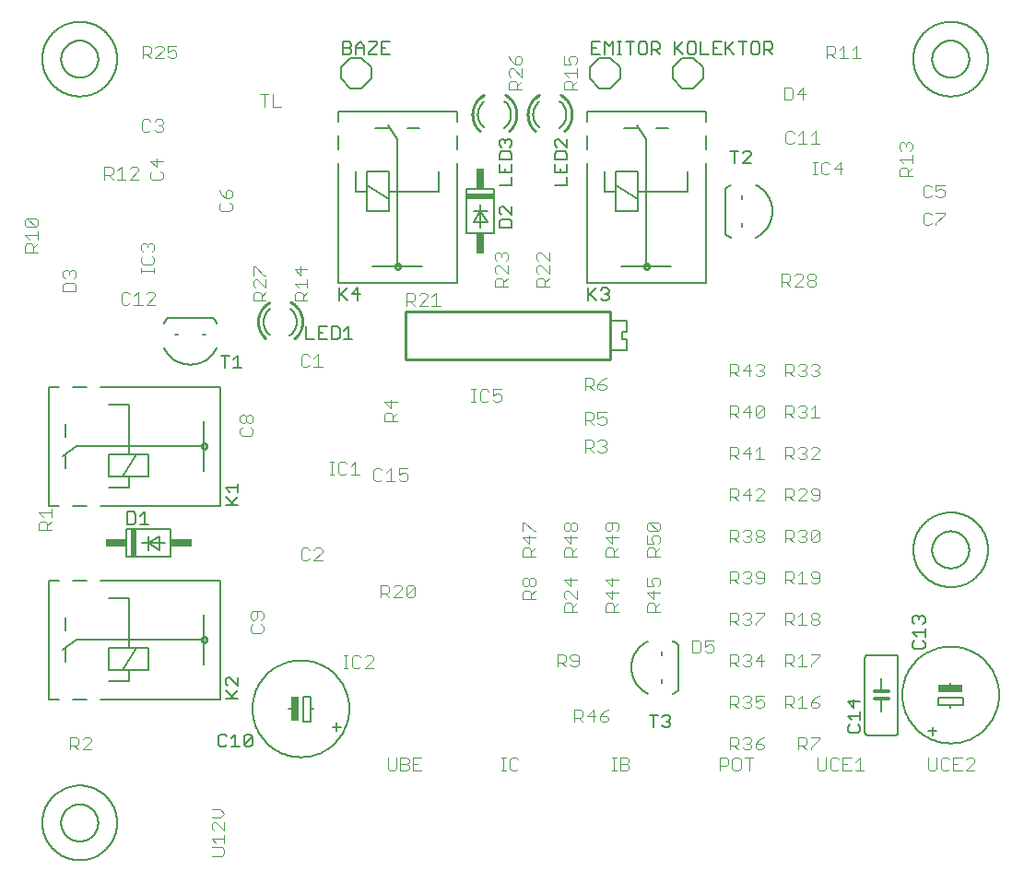
<source format=gbr>
G75*
%MOIN*%
%OFA0B0*%
%FSLAX25Y25*%
%IPPOS*%
%LPD*%
%AMOC8*
5,1,8,0,0,1.08239X$1,22.5*
%
%ADD10C,0.00600*%
%ADD11C,0.00500*%
%ADD12C,0.00400*%
%ADD13R,0.02500X0.09000*%
%ADD14R,0.09000X0.02500*%
%ADD15C,0.01200*%
%ADD16R,0.02000X0.10000*%
%ADD17R,0.07500X0.03000*%
%ADD18R,0.10000X0.02000*%
%ADD19R,0.03000X0.07500*%
%ADD20C,0.01000*%
D10*
X0025507Y0062683D02*
X0025509Y0062847D01*
X0025515Y0063011D01*
X0025525Y0063175D01*
X0025539Y0063339D01*
X0025557Y0063502D01*
X0025579Y0063665D01*
X0025606Y0063827D01*
X0025636Y0063989D01*
X0025670Y0064149D01*
X0025708Y0064309D01*
X0025749Y0064468D01*
X0025795Y0064626D01*
X0025845Y0064782D01*
X0025898Y0064938D01*
X0025955Y0065092D01*
X0026016Y0065244D01*
X0026081Y0065395D01*
X0026150Y0065545D01*
X0026222Y0065692D01*
X0026297Y0065838D01*
X0026377Y0065982D01*
X0026459Y0066124D01*
X0026545Y0066264D01*
X0026635Y0066401D01*
X0026728Y0066537D01*
X0026824Y0066670D01*
X0026924Y0066801D01*
X0027026Y0066929D01*
X0027132Y0067055D01*
X0027241Y0067178D01*
X0027353Y0067298D01*
X0027467Y0067416D01*
X0027585Y0067530D01*
X0027705Y0067642D01*
X0027828Y0067751D01*
X0027954Y0067857D01*
X0028082Y0067959D01*
X0028213Y0068059D01*
X0028346Y0068155D01*
X0028482Y0068248D01*
X0028619Y0068338D01*
X0028759Y0068424D01*
X0028901Y0068506D01*
X0029045Y0068586D01*
X0029191Y0068661D01*
X0029338Y0068733D01*
X0029488Y0068802D01*
X0029639Y0068867D01*
X0029791Y0068928D01*
X0029945Y0068985D01*
X0030101Y0069038D01*
X0030257Y0069088D01*
X0030415Y0069134D01*
X0030574Y0069175D01*
X0030734Y0069213D01*
X0030894Y0069247D01*
X0031056Y0069277D01*
X0031218Y0069304D01*
X0031381Y0069326D01*
X0031544Y0069344D01*
X0031708Y0069358D01*
X0031872Y0069368D01*
X0032036Y0069374D01*
X0032200Y0069376D01*
X0032364Y0069374D01*
X0032528Y0069368D01*
X0032692Y0069358D01*
X0032856Y0069344D01*
X0033019Y0069326D01*
X0033182Y0069304D01*
X0033344Y0069277D01*
X0033506Y0069247D01*
X0033666Y0069213D01*
X0033826Y0069175D01*
X0033985Y0069134D01*
X0034143Y0069088D01*
X0034299Y0069038D01*
X0034455Y0068985D01*
X0034609Y0068928D01*
X0034761Y0068867D01*
X0034912Y0068802D01*
X0035062Y0068733D01*
X0035209Y0068661D01*
X0035355Y0068586D01*
X0035499Y0068506D01*
X0035641Y0068424D01*
X0035781Y0068338D01*
X0035918Y0068248D01*
X0036054Y0068155D01*
X0036187Y0068059D01*
X0036318Y0067959D01*
X0036446Y0067857D01*
X0036572Y0067751D01*
X0036695Y0067642D01*
X0036815Y0067530D01*
X0036933Y0067416D01*
X0037047Y0067298D01*
X0037159Y0067178D01*
X0037268Y0067055D01*
X0037374Y0066929D01*
X0037476Y0066801D01*
X0037576Y0066670D01*
X0037672Y0066537D01*
X0037765Y0066401D01*
X0037855Y0066264D01*
X0037941Y0066124D01*
X0038023Y0065982D01*
X0038103Y0065838D01*
X0038178Y0065692D01*
X0038250Y0065545D01*
X0038319Y0065395D01*
X0038384Y0065244D01*
X0038445Y0065092D01*
X0038502Y0064938D01*
X0038555Y0064782D01*
X0038605Y0064626D01*
X0038651Y0064468D01*
X0038692Y0064309D01*
X0038730Y0064149D01*
X0038764Y0063989D01*
X0038794Y0063827D01*
X0038821Y0063665D01*
X0038843Y0063502D01*
X0038861Y0063339D01*
X0038875Y0063175D01*
X0038885Y0063011D01*
X0038891Y0062847D01*
X0038893Y0062683D01*
X0038891Y0062519D01*
X0038885Y0062355D01*
X0038875Y0062191D01*
X0038861Y0062027D01*
X0038843Y0061864D01*
X0038821Y0061701D01*
X0038794Y0061539D01*
X0038764Y0061377D01*
X0038730Y0061217D01*
X0038692Y0061057D01*
X0038651Y0060898D01*
X0038605Y0060740D01*
X0038555Y0060584D01*
X0038502Y0060428D01*
X0038445Y0060274D01*
X0038384Y0060122D01*
X0038319Y0059971D01*
X0038250Y0059821D01*
X0038178Y0059674D01*
X0038103Y0059528D01*
X0038023Y0059384D01*
X0037941Y0059242D01*
X0037855Y0059102D01*
X0037765Y0058965D01*
X0037672Y0058829D01*
X0037576Y0058696D01*
X0037476Y0058565D01*
X0037374Y0058437D01*
X0037268Y0058311D01*
X0037159Y0058188D01*
X0037047Y0058068D01*
X0036933Y0057950D01*
X0036815Y0057836D01*
X0036695Y0057724D01*
X0036572Y0057615D01*
X0036446Y0057509D01*
X0036318Y0057407D01*
X0036187Y0057307D01*
X0036054Y0057211D01*
X0035918Y0057118D01*
X0035781Y0057028D01*
X0035641Y0056942D01*
X0035499Y0056860D01*
X0035355Y0056780D01*
X0035209Y0056705D01*
X0035062Y0056633D01*
X0034912Y0056564D01*
X0034761Y0056499D01*
X0034609Y0056438D01*
X0034455Y0056381D01*
X0034299Y0056328D01*
X0034143Y0056278D01*
X0033985Y0056232D01*
X0033826Y0056191D01*
X0033666Y0056153D01*
X0033506Y0056119D01*
X0033344Y0056089D01*
X0033182Y0056062D01*
X0033019Y0056040D01*
X0032856Y0056022D01*
X0032692Y0056008D01*
X0032528Y0055998D01*
X0032364Y0055992D01*
X0032200Y0055990D01*
X0032036Y0055992D01*
X0031872Y0055998D01*
X0031708Y0056008D01*
X0031544Y0056022D01*
X0031381Y0056040D01*
X0031218Y0056062D01*
X0031056Y0056089D01*
X0030894Y0056119D01*
X0030734Y0056153D01*
X0030574Y0056191D01*
X0030415Y0056232D01*
X0030257Y0056278D01*
X0030101Y0056328D01*
X0029945Y0056381D01*
X0029791Y0056438D01*
X0029639Y0056499D01*
X0029488Y0056564D01*
X0029338Y0056633D01*
X0029191Y0056705D01*
X0029045Y0056780D01*
X0028901Y0056860D01*
X0028759Y0056942D01*
X0028619Y0057028D01*
X0028482Y0057118D01*
X0028346Y0057211D01*
X0028213Y0057307D01*
X0028082Y0057407D01*
X0027954Y0057509D01*
X0027828Y0057615D01*
X0027705Y0057724D01*
X0027585Y0057836D01*
X0027467Y0057950D01*
X0027353Y0058068D01*
X0027241Y0058188D01*
X0027132Y0058311D01*
X0027026Y0058437D01*
X0026924Y0058565D01*
X0026824Y0058696D01*
X0026728Y0058829D01*
X0026635Y0058965D01*
X0026545Y0059102D01*
X0026459Y0059242D01*
X0026377Y0059384D01*
X0026297Y0059528D01*
X0026222Y0059674D01*
X0026150Y0059821D01*
X0026081Y0059971D01*
X0026016Y0060122D01*
X0025955Y0060274D01*
X0025898Y0060428D01*
X0025845Y0060584D01*
X0025795Y0060740D01*
X0025749Y0060898D01*
X0025708Y0061057D01*
X0025670Y0061217D01*
X0025636Y0061377D01*
X0025606Y0061539D01*
X0025579Y0061701D01*
X0025557Y0061864D01*
X0025539Y0062027D01*
X0025525Y0062191D01*
X0025515Y0062355D01*
X0025509Y0062519D01*
X0025507Y0062683D01*
X0018700Y0062683D02*
X0018704Y0063014D01*
X0018716Y0063345D01*
X0018737Y0063676D01*
X0018765Y0064006D01*
X0018802Y0064336D01*
X0018846Y0064664D01*
X0018899Y0064991D01*
X0018959Y0065317D01*
X0019028Y0065641D01*
X0019105Y0065963D01*
X0019189Y0066284D01*
X0019281Y0066602D01*
X0019381Y0066918D01*
X0019489Y0067231D01*
X0019605Y0067542D01*
X0019728Y0067849D01*
X0019858Y0068154D01*
X0019996Y0068455D01*
X0020141Y0068753D01*
X0020294Y0069047D01*
X0020454Y0069337D01*
X0020621Y0069623D01*
X0020794Y0069905D01*
X0020975Y0070183D01*
X0021163Y0070456D01*
X0021357Y0070725D01*
X0021557Y0070989D01*
X0021764Y0071247D01*
X0021978Y0071501D01*
X0022197Y0071749D01*
X0022423Y0071992D01*
X0022654Y0072229D01*
X0022891Y0072460D01*
X0023134Y0072686D01*
X0023382Y0072905D01*
X0023636Y0073119D01*
X0023894Y0073326D01*
X0024158Y0073526D01*
X0024427Y0073720D01*
X0024700Y0073908D01*
X0024978Y0074089D01*
X0025260Y0074262D01*
X0025546Y0074429D01*
X0025836Y0074589D01*
X0026130Y0074742D01*
X0026428Y0074887D01*
X0026729Y0075025D01*
X0027034Y0075155D01*
X0027341Y0075278D01*
X0027652Y0075394D01*
X0027965Y0075502D01*
X0028281Y0075602D01*
X0028599Y0075694D01*
X0028920Y0075778D01*
X0029242Y0075855D01*
X0029566Y0075924D01*
X0029892Y0075984D01*
X0030219Y0076037D01*
X0030547Y0076081D01*
X0030877Y0076118D01*
X0031207Y0076146D01*
X0031538Y0076167D01*
X0031869Y0076179D01*
X0032200Y0076183D01*
X0032531Y0076179D01*
X0032862Y0076167D01*
X0033193Y0076146D01*
X0033523Y0076118D01*
X0033853Y0076081D01*
X0034181Y0076037D01*
X0034508Y0075984D01*
X0034834Y0075924D01*
X0035158Y0075855D01*
X0035480Y0075778D01*
X0035801Y0075694D01*
X0036119Y0075602D01*
X0036435Y0075502D01*
X0036748Y0075394D01*
X0037059Y0075278D01*
X0037366Y0075155D01*
X0037671Y0075025D01*
X0037972Y0074887D01*
X0038270Y0074742D01*
X0038564Y0074589D01*
X0038854Y0074429D01*
X0039140Y0074262D01*
X0039422Y0074089D01*
X0039700Y0073908D01*
X0039973Y0073720D01*
X0040242Y0073526D01*
X0040506Y0073326D01*
X0040764Y0073119D01*
X0041018Y0072905D01*
X0041266Y0072686D01*
X0041509Y0072460D01*
X0041746Y0072229D01*
X0041977Y0071992D01*
X0042203Y0071749D01*
X0042422Y0071501D01*
X0042636Y0071247D01*
X0042843Y0070989D01*
X0043043Y0070725D01*
X0043237Y0070456D01*
X0043425Y0070183D01*
X0043606Y0069905D01*
X0043779Y0069623D01*
X0043946Y0069337D01*
X0044106Y0069047D01*
X0044259Y0068753D01*
X0044404Y0068455D01*
X0044542Y0068154D01*
X0044672Y0067849D01*
X0044795Y0067542D01*
X0044911Y0067231D01*
X0045019Y0066918D01*
X0045119Y0066602D01*
X0045211Y0066284D01*
X0045295Y0065963D01*
X0045372Y0065641D01*
X0045441Y0065317D01*
X0045501Y0064991D01*
X0045554Y0064664D01*
X0045598Y0064336D01*
X0045635Y0064006D01*
X0045663Y0063676D01*
X0045684Y0063345D01*
X0045696Y0063014D01*
X0045700Y0062683D01*
X0045696Y0062352D01*
X0045684Y0062021D01*
X0045663Y0061690D01*
X0045635Y0061360D01*
X0045598Y0061030D01*
X0045554Y0060702D01*
X0045501Y0060375D01*
X0045441Y0060049D01*
X0045372Y0059725D01*
X0045295Y0059403D01*
X0045211Y0059082D01*
X0045119Y0058764D01*
X0045019Y0058448D01*
X0044911Y0058135D01*
X0044795Y0057824D01*
X0044672Y0057517D01*
X0044542Y0057212D01*
X0044404Y0056911D01*
X0044259Y0056613D01*
X0044106Y0056319D01*
X0043946Y0056029D01*
X0043779Y0055743D01*
X0043606Y0055461D01*
X0043425Y0055183D01*
X0043237Y0054910D01*
X0043043Y0054641D01*
X0042843Y0054377D01*
X0042636Y0054119D01*
X0042422Y0053865D01*
X0042203Y0053617D01*
X0041977Y0053374D01*
X0041746Y0053137D01*
X0041509Y0052906D01*
X0041266Y0052680D01*
X0041018Y0052461D01*
X0040764Y0052247D01*
X0040506Y0052040D01*
X0040242Y0051840D01*
X0039973Y0051646D01*
X0039700Y0051458D01*
X0039422Y0051277D01*
X0039140Y0051104D01*
X0038854Y0050937D01*
X0038564Y0050777D01*
X0038270Y0050624D01*
X0037972Y0050479D01*
X0037671Y0050341D01*
X0037366Y0050211D01*
X0037059Y0050088D01*
X0036748Y0049972D01*
X0036435Y0049864D01*
X0036119Y0049764D01*
X0035801Y0049672D01*
X0035480Y0049588D01*
X0035158Y0049511D01*
X0034834Y0049442D01*
X0034508Y0049382D01*
X0034181Y0049329D01*
X0033853Y0049285D01*
X0033523Y0049248D01*
X0033193Y0049220D01*
X0032862Y0049199D01*
X0032531Y0049187D01*
X0032200Y0049183D01*
X0031869Y0049187D01*
X0031538Y0049199D01*
X0031207Y0049220D01*
X0030877Y0049248D01*
X0030547Y0049285D01*
X0030219Y0049329D01*
X0029892Y0049382D01*
X0029566Y0049442D01*
X0029242Y0049511D01*
X0028920Y0049588D01*
X0028599Y0049672D01*
X0028281Y0049764D01*
X0027965Y0049864D01*
X0027652Y0049972D01*
X0027341Y0050088D01*
X0027034Y0050211D01*
X0026729Y0050341D01*
X0026428Y0050479D01*
X0026130Y0050624D01*
X0025836Y0050777D01*
X0025546Y0050937D01*
X0025260Y0051104D01*
X0024978Y0051277D01*
X0024700Y0051458D01*
X0024427Y0051646D01*
X0024158Y0051840D01*
X0023894Y0052040D01*
X0023636Y0052247D01*
X0023382Y0052461D01*
X0023134Y0052680D01*
X0022891Y0052906D01*
X0022654Y0053137D01*
X0022423Y0053374D01*
X0022197Y0053617D01*
X0021978Y0053865D01*
X0021764Y0054119D01*
X0021557Y0054377D01*
X0021357Y0054641D01*
X0021163Y0054910D01*
X0020975Y0055183D01*
X0020794Y0055461D01*
X0020621Y0055743D01*
X0020454Y0056029D01*
X0020294Y0056319D01*
X0020141Y0056613D01*
X0019996Y0056911D01*
X0019858Y0057212D01*
X0019728Y0057517D01*
X0019605Y0057824D01*
X0019489Y0058135D01*
X0019381Y0058448D01*
X0019281Y0058764D01*
X0019189Y0059082D01*
X0019105Y0059403D01*
X0019028Y0059725D01*
X0018959Y0060049D01*
X0018899Y0060375D01*
X0018846Y0060702D01*
X0018802Y0061030D01*
X0018765Y0061360D01*
X0018737Y0061690D01*
X0018716Y0062021D01*
X0018704Y0062352D01*
X0018700Y0062683D01*
X0021200Y0107433D02*
X0021200Y0150433D01*
X0024700Y0150433D01*
X0029700Y0150433D02*
X0034700Y0150433D01*
X0039700Y0150433D02*
X0083200Y0150433D01*
X0083200Y0107433D01*
X0039700Y0107433D01*
X0034700Y0107433D02*
X0029700Y0107433D01*
X0024700Y0107433D02*
X0021200Y0107433D01*
X0027200Y0120933D02*
X0027200Y0125933D01*
X0026200Y0125433D02*
X0031200Y0128933D01*
X0077200Y0128933D01*
X0077200Y0137933D01*
X0077200Y0128933D02*
X0077200Y0119933D01*
X0057200Y0117933D02*
X0050200Y0117933D01*
X0047700Y0117933D01*
X0052700Y0125933D01*
X0050200Y0125933D01*
X0042700Y0125933D01*
X0042700Y0117933D01*
X0047700Y0117933D01*
X0050200Y0117933D02*
X0050200Y0113933D01*
X0042700Y0113933D01*
X0057200Y0117933D02*
X0057200Y0125933D01*
X0052700Y0125933D01*
X0050200Y0125933D02*
X0050200Y0143933D01*
X0042700Y0143933D01*
X0027200Y0136933D02*
X0027200Y0132433D01*
X0049200Y0158933D02*
X0049200Y0168933D01*
X0065200Y0168933D01*
X0065200Y0158933D01*
X0049200Y0158933D01*
X0054700Y0163933D02*
X0057200Y0163933D01*
X0057200Y0161433D01*
X0057200Y0163933D02*
X0057200Y0166433D01*
X0057200Y0163933D02*
X0061200Y0166433D01*
X0061200Y0161433D01*
X0057200Y0163933D01*
X0063200Y0163933D01*
X0050200Y0183933D02*
X0042700Y0183933D01*
X0042700Y0187933D02*
X0047700Y0187933D01*
X0052700Y0195933D01*
X0050200Y0195933D01*
X0042700Y0195933D01*
X0042700Y0187933D01*
X0047700Y0187933D02*
X0050200Y0187933D01*
X0057200Y0187933D01*
X0057200Y0195933D01*
X0052700Y0195933D01*
X0050200Y0195933D02*
X0050200Y0213933D01*
X0042700Y0213933D01*
X0039700Y0220433D02*
X0083200Y0220433D01*
X0083200Y0177433D01*
X0039700Y0177433D01*
X0034700Y0177433D02*
X0029700Y0177433D01*
X0024700Y0177433D02*
X0021200Y0177433D01*
X0021200Y0220433D01*
X0024700Y0220433D01*
X0029700Y0220433D02*
X0034700Y0220433D01*
X0027200Y0206933D02*
X0027200Y0202433D01*
X0031200Y0198933D02*
X0077200Y0198933D01*
X0077200Y0207933D01*
X0077200Y0198933D02*
X0077200Y0189933D01*
X0050200Y0187933D02*
X0050200Y0183933D01*
X0031200Y0198933D02*
X0026200Y0195433D01*
X0027200Y0195933D02*
X0027200Y0190933D01*
X0098700Y0243933D02*
X0098702Y0244085D01*
X0098708Y0244236D01*
X0098717Y0244387D01*
X0098731Y0244539D01*
X0098748Y0244689D01*
X0098769Y0244839D01*
X0098794Y0244989D01*
X0098822Y0245138D01*
X0098855Y0245286D01*
X0098891Y0245433D01*
X0098930Y0245580D01*
X0098974Y0245725D01*
X0099021Y0245869D01*
X0099072Y0246012D01*
X0099126Y0246153D01*
X0099184Y0246294D01*
X0099245Y0246432D01*
X0099310Y0246569D01*
X0099379Y0246705D01*
X0099450Y0246838D01*
X0099525Y0246970D01*
X0099604Y0247100D01*
X0099685Y0247227D01*
X0099770Y0247353D01*
X0099858Y0247477D01*
X0099949Y0247598D01*
X0100043Y0247717D01*
X0100141Y0247833D01*
X0100241Y0247947D01*
X0100343Y0248059D01*
X0100449Y0248167D01*
X0100557Y0248273D01*
X0100668Y0248377D01*
X0100782Y0248477D01*
X0100898Y0248575D01*
X0101017Y0248669D01*
X0110700Y0243933D02*
X0110698Y0243779D01*
X0110692Y0243625D01*
X0110682Y0243471D01*
X0110668Y0243317D01*
X0110651Y0243164D01*
X0110629Y0243012D01*
X0110603Y0242860D01*
X0110574Y0242708D01*
X0110540Y0242558D01*
X0110503Y0242408D01*
X0110462Y0242260D01*
X0110417Y0242112D01*
X0110368Y0241966D01*
X0110316Y0241821D01*
X0110260Y0241678D01*
X0110200Y0241535D01*
X0110137Y0241395D01*
X0110070Y0241256D01*
X0109999Y0241119D01*
X0109925Y0240984D01*
X0109848Y0240851D01*
X0109767Y0240719D01*
X0109683Y0240590D01*
X0109595Y0240463D01*
X0109504Y0240339D01*
X0109411Y0240217D01*
X0109313Y0240097D01*
X0109213Y0239980D01*
X0109110Y0239865D01*
X0109004Y0239753D01*
X0108896Y0239644D01*
X0108784Y0239538D01*
X0108670Y0239434D01*
X0108553Y0239334D01*
X0108434Y0239236D01*
X0108312Y0239142D01*
X0108187Y0239051D01*
X0110700Y0243933D02*
X0110698Y0244083D01*
X0110692Y0244234D01*
X0110683Y0244384D01*
X0110670Y0244533D01*
X0110653Y0244683D01*
X0110632Y0244832D01*
X0110608Y0244980D01*
X0110580Y0245128D01*
X0110548Y0245275D01*
X0110513Y0245421D01*
X0110473Y0245566D01*
X0110431Y0245710D01*
X0110384Y0245853D01*
X0110334Y0245995D01*
X0110281Y0246136D01*
X0110224Y0246275D01*
X0110164Y0246413D01*
X0110100Y0246549D01*
X0110033Y0246683D01*
X0109962Y0246816D01*
X0109888Y0246947D01*
X0109811Y0247076D01*
X0109730Y0247203D01*
X0109647Y0247328D01*
X0109560Y0247451D01*
X0109471Y0247572D01*
X0109378Y0247690D01*
X0109282Y0247806D01*
X0109184Y0247920D01*
X0109083Y0248031D01*
X0108978Y0248140D01*
X0108872Y0248245D01*
X0108762Y0248349D01*
X0108650Y0248449D01*
X0108536Y0248547D01*
X0108419Y0248641D01*
X0108300Y0248733D01*
X0098700Y0243933D02*
X0098702Y0243781D01*
X0098708Y0243630D01*
X0098717Y0243479D01*
X0098731Y0243327D01*
X0098748Y0243177D01*
X0098769Y0243027D01*
X0098794Y0242877D01*
X0098822Y0242728D01*
X0098855Y0242580D01*
X0098891Y0242433D01*
X0098930Y0242286D01*
X0098974Y0242141D01*
X0099021Y0241997D01*
X0099072Y0241854D01*
X0099126Y0241713D01*
X0099184Y0241572D01*
X0099245Y0241434D01*
X0099310Y0241297D01*
X0099379Y0241161D01*
X0099450Y0241028D01*
X0099525Y0240896D01*
X0099604Y0240766D01*
X0099685Y0240639D01*
X0099770Y0240513D01*
X0099858Y0240389D01*
X0099949Y0240268D01*
X0100043Y0240149D01*
X0100141Y0240033D01*
X0100241Y0239919D01*
X0100343Y0239807D01*
X0100449Y0239699D01*
X0100557Y0239593D01*
X0100668Y0239489D01*
X0100782Y0239389D01*
X0100898Y0239291D01*
X0101017Y0239197D01*
X0125700Y0257933D02*
X0125700Y0301433D01*
X0125700Y0306433D02*
X0125700Y0311433D01*
X0125700Y0316433D02*
X0125700Y0319933D01*
X0168700Y0319933D01*
X0168700Y0316433D01*
X0168700Y0311433D02*
X0168700Y0306433D01*
X0168700Y0301433D02*
X0168700Y0257933D01*
X0125700Y0257933D01*
X0138200Y0263933D02*
X0147200Y0263933D01*
X0156200Y0263933D01*
X0147200Y0263933D02*
X0147200Y0309933D01*
X0143700Y0314933D01*
X0144200Y0313933D02*
X0139200Y0313933D01*
X0150700Y0313933D02*
X0155200Y0313933D01*
X0137700Y0331933D02*
X0137700Y0335933D01*
X0134200Y0339433D01*
X0130200Y0339433D01*
X0126700Y0335933D01*
X0126700Y0331933D01*
X0130200Y0328433D01*
X0134200Y0328433D01*
X0137700Y0331933D01*
X0136200Y0298433D02*
X0136200Y0293433D01*
X0144200Y0288433D01*
X0144200Y0290933D01*
X0144200Y0298433D01*
X0136200Y0298433D01*
X0132200Y0298433D02*
X0132200Y0290933D01*
X0136200Y0290933D01*
X0136200Y0293433D01*
X0136200Y0290933D02*
X0136200Y0283933D01*
X0144200Y0283933D01*
X0144200Y0288433D01*
X0144200Y0290933D02*
X0162200Y0290933D01*
X0162200Y0298433D01*
X0172200Y0291933D02*
X0182200Y0291933D01*
X0182200Y0275933D01*
X0172200Y0275933D01*
X0172200Y0291933D01*
X0177200Y0286433D02*
X0177200Y0283933D01*
X0174700Y0283933D01*
X0177200Y0283933D02*
X0174700Y0279933D01*
X0179700Y0279933D01*
X0177200Y0283933D01*
X0179700Y0283933D01*
X0177200Y0283933D02*
X0177200Y0277933D01*
X0215700Y0257933D02*
X0215700Y0301433D01*
X0215700Y0306433D02*
X0215700Y0311433D01*
X0215700Y0316433D02*
X0215700Y0319933D01*
X0258700Y0319933D01*
X0258700Y0316433D01*
X0258700Y0311433D02*
X0258700Y0306433D01*
X0258700Y0301433D02*
X0258700Y0257933D01*
X0215700Y0257933D01*
X0228200Y0263933D02*
X0237200Y0263933D01*
X0246200Y0263933D01*
X0237200Y0263933D02*
X0237200Y0309933D01*
X0233700Y0314933D01*
X0234200Y0313933D02*
X0229200Y0313933D01*
X0240700Y0313933D02*
X0245200Y0313933D01*
X0250200Y0328433D02*
X0254200Y0328433D01*
X0257700Y0331933D01*
X0257700Y0335933D01*
X0254200Y0339433D01*
X0250200Y0339433D01*
X0246700Y0335933D01*
X0246700Y0331933D01*
X0250200Y0328433D01*
X0227700Y0331933D02*
X0227700Y0335933D01*
X0224200Y0339433D01*
X0220200Y0339433D01*
X0216700Y0335933D01*
X0216700Y0331933D01*
X0220200Y0328433D01*
X0224200Y0328433D01*
X0227700Y0331933D01*
X0208200Y0318933D02*
X0208198Y0318779D01*
X0208192Y0318625D01*
X0208182Y0318471D01*
X0208168Y0318317D01*
X0208151Y0318164D01*
X0208129Y0318012D01*
X0208103Y0317860D01*
X0208074Y0317708D01*
X0208040Y0317558D01*
X0208003Y0317408D01*
X0207962Y0317260D01*
X0207917Y0317112D01*
X0207868Y0316966D01*
X0207816Y0316821D01*
X0207760Y0316678D01*
X0207700Y0316535D01*
X0207637Y0316395D01*
X0207570Y0316256D01*
X0207499Y0316119D01*
X0207425Y0315984D01*
X0207348Y0315851D01*
X0207267Y0315719D01*
X0207183Y0315590D01*
X0207095Y0315463D01*
X0207004Y0315339D01*
X0206911Y0315217D01*
X0206813Y0315097D01*
X0206713Y0314980D01*
X0206610Y0314865D01*
X0206504Y0314753D01*
X0206396Y0314644D01*
X0206284Y0314538D01*
X0206170Y0314434D01*
X0206053Y0314334D01*
X0205934Y0314236D01*
X0205812Y0314142D01*
X0205687Y0314051D01*
X0196200Y0318933D02*
X0196202Y0319085D01*
X0196208Y0319236D01*
X0196217Y0319387D01*
X0196231Y0319539D01*
X0196248Y0319689D01*
X0196269Y0319839D01*
X0196294Y0319989D01*
X0196322Y0320138D01*
X0196355Y0320286D01*
X0196391Y0320433D01*
X0196430Y0320580D01*
X0196474Y0320725D01*
X0196521Y0320869D01*
X0196572Y0321012D01*
X0196626Y0321153D01*
X0196684Y0321294D01*
X0196745Y0321432D01*
X0196810Y0321569D01*
X0196879Y0321705D01*
X0196950Y0321838D01*
X0197025Y0321970D01*
X0197104Y0322100D01*
X0197185Y0322227D01*
X0197270Y0322353D01*
X0197358Y0322477D01*
X0197449Y0322598D01*
X0197543Y0322717D01*
X0197641Y0322833D01*
X0197741Y0322947D01*
X0197843Y0323059D01*
X0197949Y0323167D01*
X0198057Y0323273D01*
X0198168Y0323377D01*
X0198282Y0323477D01*
X0198398Y0323575D01*
X0198517Y0323669D01*
X0196200Y0318933D02*
X0196202Y0318781D01*
X0196208Y0318630D01*
X0196217Y0318479D01*
X0196231Y0318327D01*
X0196248Y0318177D01*
X0196269Y0318027D01*
X0196294Y0317877D01*
X0196322Y0317728D01*
X0196355Y0317580D01*
X0196391Y0317433D01*
X0196430Y0317286D01*
X0196474Y0317141D01*
X0196521Y0316997D01*
X0196572Y0316854D01*
X0196626Y0316713D01*
X0196684Y0316572D01*
X0196745Y0316434D01*
X0196810Y0316297D01*
X0196879Y0316161D01*
X0196950Y0316028D01*
X0197025Y0315896D01*
X0197104Y0315766D01*
X0197185Y0315639D01*
X0197270Y0315513D01*
X0197358Y0315389D01*
X0197449Y0315268D01*
X0197543Y0315149D01*
X0197641Y0315033D01*
X0197741Y0314919D01*
X0197843Y0314807D01*
X0197949Y0314699D01*
X0198057Y0314593D01*
X0198168Y0314489D01*
X0198282Y0314389D01*
X0198398Y0314291D01*
X0198517Y0314197D01*
X0208200Y0318933D02*
X0208198Y0319083D01*
X0208192Y0319234D01*
X0208183Y0319384D01*
X0208170Y0319533D01*
X0208153Y0319683D01*
X0208132Y0319832D01*
X0208108Y0319980D01*
X0208080Y0320128D01*
X0208048Y0320275D01*
X0208013Y0320421D01*
X0207973Y0320566D01*
X0207931Y0320710D01*
X0207884Y0320853D01*
X0207834Y0320995D01*
X0207781Y0321136D01*
X0207724Y0321275D01*
X0207664Y0321413D01*
X0207600Y0321549D01*
X0207533Y0321683D01*
X0207462Y0321816D01*
X0207388Y0321947D01*
X0207311Y0322076D01*
X0207230Y0322203D01*
X0207147Y0322328D01*
X0207060Y0322451D01*
X0206971Y0322572D01*
X0206878Y0322690D01*
X0206782Y0322806D01*
X0206684Y0322920D01*
X0206583Y0323031D01*
X0206478Y0323140D01*
X0206372Y0323245D01*
X0206262Y0323349D01*
X0206150Y0323449D01*
X0206036Y0323547D01*
X0205919Y0323641D01*
X0205800Y0323733D01*
X0188200Y0318933D02*
X0188198Y0318779D01*
X0188192Y0318625D01*
X0188182Y0318471D01*
X0188168Y0318317D01*
X0188151Y0318164D01*
X0188129Y0318012D01*
X0188103Y0317860D01*
X0188074Y0317708D01*
X0188040Y0317558D01*
X0188003Y0317408D01*
X0187962Y0317260D01*
X0187917Y0317112D01*
X0187868Y0316966D01*
X0187816Y0316821D01*
X0187760Y0316678D01*
X0187700Y0316535D01*
X0187637Y0316395D01*
X0187570Y0316256D01*
X0187499Y0316119D01*
X0187425Y0315984D01*
X0187348Y0315851D01*
X0187267Y0315719D01*
X0187183Y0315590D01*
X0187095Y0315463D01*
X0187004Y0315339D01*
X0186911Y0315217D01*
X0186813Y0315097D01*
X0186713Y0314980D01*
X0186610Y0314865D01*
X0186504Y0314753D01*
X0186396Y0314644D01*
X0186284Y0314538D01*
X0186170Y0314434D01*
X0186053Y0314334D01*
X0185934Y0314236D01*
X0185812Y0314142D01*
X0185687Y0314051D01*
X0176200Y0318933D02*
X0176202Y0319085D01*
X0176208Y0319236D01*
X0176217Y0319387D01*
X0176231Y0319539D01*
X0176248Y0319689D01*
X0176269Y0319839D01*
X0176294Y0319989D01*
X0176322Y0320138D01*
X0176355Y0320286D01*
X0176391Y0320433D01*
X0176430Y0320580D01*
X0176474Y0320725D01*
X0176521Y0320869D01*
X0176572Y0321012D01*
X0176626Y0321153D01*
X0176684Y0321294D01*
X0176745Y0321432D01*
X0176810Y0321569D01*
X0176879Y0321705D01*
X0176950Y0321838D01*
X0177025Y0321970D01*
X0177104Y0322100D01*
X0177185Y0322227D01*
X0177270Y0322353D01*
X0177358Y0322477D01*
X0177449Y0322598D01*
X0177543Y0322717D01*
X0177641Y0322833D01*
X0177741Y0322947D01*
X0177843Y0323059D01*
X0177949Y0323167D01*
X0178057Y0323273D01*
X0178168Y0323377D01*
X0178282Y0323477D01*
X0178398Y0323575D01*
X0178517Y0323669D01*
X0176200Y0318933D02*
X0176202Y0318781D01*
X0176208Y0318630D01*
X0176217Y0318479D01*
X0176231Y0318327D01*
X0176248Y0318177D01*
X0176269Y0318027D01*
X0176294Y0317877D01*
X0176322Y0317728D01*
X0176355Y0317580D01*
X0176391Y0317433D01*
X0176430Y0317286D01*
X0176474Y0317141D01*
X0176521Y0316997D01*
X0176572Y0316854D01*
X0176626Y0316713D01*
X0176684Y0316572D01*
X0176745Y0316434D01*
X0176810Y0316297D01*
X0176879Y0316161D01*
X0176950Y0316028D01*
X0177025Y0315896D01*
X0177104Y0315766D01*
X0177185Y0315639D01*
X0177270Y0315513D01*
X0177358Y0315389D01*
X0177449Y0315268D01*
X0177543Y0315149D01*
X0177641Y0315033D01*
X0177741Y0314919D01*
X0177843Y0314807D01*
X0177949Y0314699D01*
X0178057Y0314593D01*
X0178168Y0314489D01*
X0178282Y0314389D01*
X0178398Y0314291D01*
X0178517Y0314197D01*
X0188200Y0318933D02*
X0188198Y0319083D01*
X0188192Y0319234D01*
X0188183Y0319384D01*
X0188170Y0319533D01*
X0188153Y0319683D01*
X0188132Y0319832D01*
X0188108Y0319980D01*
X0188080Y0320128D01*
X0188048Y0320275D01*
X0188013Y0320421D01*
X0187973Y0320566D01*
X0187931Y0320710D01*
X0187884Y0320853D01*
X0187834Y0320995D01*
X0187781Y0321136D01*
X0187724Y0321275D01*
X0187664Y0321413D01*
X0187600Y0321549D01*
X0187533Y0321683D01*
X0187462Y0321816D01*
X0187388Y0321947D01*
X0187311Y0322076D01*
X0187230Y0322203D01*
X0187147Y0322328D01*
X0187060Y0322451D01*
X0186971Y0322572D01*
X0186878Y0322690D01*
X0186782Y0322806D01*
X0186684Y0322920D01*
X0186583Y0323031D01*
X0186478Y0323140D01*
X0186372Y0323245D01*
X0186262Y0323349D01*
X0186150Y0323449D01*
X0186036Y0323547D01*
X0185919Y0323641D01*
X0185800Y0323733D01*
X0222200Y0298433D02*
X0222200Y0290933D01*
X0226200Y0290933D01*
X0226200Y0293433D01*
X0234200Y0288433D01*
X0234200Y0290933D01*
X0234200Y0298433D01*
X0226200Y0298433D01*
X0226200Y0293433D01*
X0226200Y0290933D02*
X0226200Y0283933D01*
X0234200Y0283933D01*
X0234200Y0288433D01*
X0234200Y0290933D02*
X0252200Y0290933D01*
X0252200Y0298433D01*
X0230192Y0244248D02*
X0224483Y0244248D01*
X0228224Y0240311D02*
X0228224Y0237555D01*
X0230192Y0237555D01*
X0230192Y0233618D01*
X0224483Y0233618D01*
X0228224Y0240311D02*
X0230192Y0240311D01*
X0230192Y0244248D01*
X0340507Y0161433D02*
X0340509Y0161597D01*
X0340515Y0161761D01*
X0340525Y0161925D01*
X0340539Y0162089D01*
X0340557Y0162252D01*
X0340579Y0162415D01*
X0340606Y0162577D01*
X0340636Y0162739D01*
X0340670Y0162899D01*
X0340708Y0163059D01*
X0340749Y0163218D01*
X0340795Y0163376D01*
X0340845Y0163532D01*
X0340898Y0163688D01*
X0340955Y0163842D01*
X0341016Y0163994D01*
X0341081Y0164145D01*
X0341150Y0164295D01*
X0341222Y0164442D01*
X0341297Y0164588D01*
X0341377Y0164732D01*
X0341459Y0164874D01*
X0341545Y0165014D01*
X0341635Y0165151D01*
X0341728Y0165287D01*
X0341824Y0165420D01*
X0341924Y0165551D01*
X0342026Y0165679D01*
X0342132Y0165805D01*
X0342241Y0165928D01*
X0342353Y0166048D01*
X0342467Y0166166D01*
X0342585Y0166280D01*
X0342705Y0166392D01*
X0342828Y0166501D01*
X0342954Y0166607D01*
X0343082Y0166709D01*
X0343213Y0166809D01*
X0343346Y0166905D01*
X0343482Y0166998D01*
X0343619Y0167088D01*
X0343759Y0167174D01*
X0343901Y0167256D01*
X0344045Y0167336D01*
X0344191Y0167411D01*
X0344338Y0167483D01*
X0344488Y0167552D01*
X0344639Y0167617D01*
X0344791Y0167678D01*
X0344945Y0167735D01*
X0345101Y0167788D01*
X0345257Y0167838D01*
X0345415Y0167884D01*
X0345574Y0167925D01*
X0345734Y0167963D01*
X0345894Y0167997D01*
X0346056Y0168027D01*
X0346218Y0168054D01*
X0346381Y0168076D01*
X0346544Y0168094D01*
X0346708Y0168108D01*
X0346872Y0168118D01*
X0347036Y0168124D01*
X0347200Y0168126D01*
X0347364Y0168124D01*
X0347528Y0168118D01*
X0347692Y0168108D01*
X0347856Y0168094D01*
X0348019Y0168076D01*
X0348182Y0168054D01*
X0348344Y0168027D01*
X0348506Y0167997D01*
X0348666Y0167963D01*
X0348826Y0167925D01*
X0348985Y0167884D01*
X0349143Y0167838D01*
X0349299Y0167788D01*
X0349455Y0167735D01*
X0349609Y0167678D01*
X0349761Y0167617D01*
X0349912Y0167552D01*
X0350062Y0167483D01*
X0350209Y0167411D01*
X0350355Y0167336D01*
X0350499Y0167256D01*
X0350641Y0167174D01*
X0350781Y0167088D01*
X0350918Y0166998D01*
X0351054Y0166905D01*
X0351187Y0166809D01*
X0351318Y0166709D01*
X0351446Y0166607D01*
X0351572Y0166501D01*
X0351695Y0166392D01*
X0351815Y0166280D01*
X0351933Y0166166D01*
X0352047Y0166048D01*
X0352159Y0165928D01*
X0352268Y0165805D01*
X0352374Y0165679D01*
X0352476Y0165551D01*
X0352576Y0165420D01*
X0352672Y0165287D01*
X0352765Y0165151D01*
X0352855Y0165014D01*
X0352941Y0164874D01*
X0353023Y0164732D01*
X0353103Y0164588D01*
X0353178Y0164442D01*
X0353250Y0164295D01*
X0353319Y0164145D01*
X0353384Y0163994D01*
X0353445Y0163842D01*
X0353502Y0163688D01*
X0353555Y0163532D01*
X0353605Y0163376D01*
X0353651Y0163218D01*
X0353692Y0163059D01*
X0353730Y0162899D01*
X0353764Y0162739D01*
X0353794Y0162577D01*
X0353821Y0162415D01*
X0353843Y0162252D01*
X0353861Y0162089D01*
X0353875Y0161925D01*
X0353885Y0161761D01*
X0353891Y0161597D01*
X0353893Y0161433D01*
X0353891Y0161269D01*
X0353885Y0161105D01*
X0353875Y0160941D01*
X0353861Y0160777D01*
X0353843Y0160614D01*
X0353821Y0160451D01*
X0353794Y0160289D01*
X0353764Y0160127D01*
X0353730Y0159967D01*
X0353692Y0159807D01*
X0353651Y0159648D01*
X0353605Y0159490D01*
X0353555Y0159334D01*
X0353502Y0159178D01*
X0353445Y0159024D01*
X0353384Y0158872D01*
X0353319Y0158721D01*
X0353250Y0158571D01*
X0353178Y0158424D01*
X0353103Y0158278D01*
X0353023Y0158134D01*
X0352941Y0157992D01*
X0352855Y0157852D01*
X0352765Y0157715D01*
X0352672Y0157579D01*
X0352576Y0157446D01*
X0352476Y0157315D01*
X0352374Y0157187D01*
X0352268Y0157061D01*
X0352159Y0156938D01*
X0352047Y0156818D01*
X0351933Y0156700D01*
X0351815Y0156586D01*
X0351695Y0156474D01*
X0351572Y0156365D01*
X0351446Y0156259D01*
X0351318Y0156157D01*
X0351187Y0156057D01*
X0351054Y0155961D01*
X0350918Y0155868D01*
X0350781Y0155778D01*
X0350641Y0155692D01*
X0350499Y0155610D01*
X0350355Y0155530D01*
X0350209Y0155455D01*
X0350062Y0155383D01*
X0349912Y0155314D01*
X0349761Y0155249D01*
X0349609Y0155188D01*
X0349455Y0155131D01*
X0349299Y0155078D01*
X0349143Y0155028D01*
X0348985Y0154982D01*
X0348826Y0154941D01*
X0348666Y0154903D01*
X0348506Y0154869D01*
X0348344Y0154839D01*
X0348182Y0154812D01*
X0348019Y0154790D01*
X0347856Y0154772D01*
X0347692Y0154758D01*
X0347528Y0154748D01*
X0347364Y0154742D01*
X0347200Y0154740D01*
X0347036Y0154742D01*
X0346872Y0154748D01*
X0346708Y0154758D01*
X0346544Y0154772D01*
X0346381Y0154790D01*
X0346218Y0154812D01*
X0346056Y0154839D01*
X0345894Y0154869D01*
X0345734Y0154903D01*
X0345574Y0154941D01*
X0345415Y0154982D01*
X0345257Y0155028D01*
X0345101Y0155078D01*
X0344945Y0155131D01*
X0344791Y0155188D01*
X0344639Y0155249D01*
X0344488Y0155314D01*
X0344338Y0155383D01*
X0344191Y0155455D01*
X0344045Y0155530D01*
X0343901Y0155610D01*
X0343759Y0155692D01*
X0343619Y0155778D01*
X0343482Y0155868D01*
X0343346Y0155961D01*
X0343213Y0156057D01*
X0343082Y0156157D01*
X0342954Y0156259D01*
X0342828Y0156365D01*
X0342705Y0156474D01*
X0342585Y0156586D01*
X0342467Y0156700D01*
X0342353Y0156818D01*
X0342241Y0156938D01*
X0342132Y0157061D01*
X0342026Y0157187D01*
X0341924Y0157315D01*
X0341824Y0157446D01*
X0341728Y0157579D01*
X0341635Y0157715D01*
X0341545Y0157852D01*
X0341459Y0157992D01*
X0341377Y0158134D01*
X0341297Y0158278D01*
X0341222Y0158424D01*
X0341150Y0158571D01*
X0341081Y0158721D01*
X0341016Y0158872D01*
X0340955Y0159024D01*
X0340898Y0159178D01*
X0340845Y0159334D01*
X0340795Y0159490D01*
X0340749Y0159648D01*
X0340708Y0159807D01*
X0340670Y0159967D01*
X0340636Y0160127D01*
X0340606Y0160289D01*
X0340579Y0160451D01*
X0340557Y0160614D01*
X0340539Y0160777D01*
X0340525Y0160941D01*
X0340515Y0161105D01*
X0340509Y0161269D01*
X0340507Y0161433D01*
X0333700Y0161433D02*
X0333704Y0161764D01*
X0333716Y0162095D01*
X0333737Y0162426D01*
X0333765Y0162756D01*
X0333802Y0163086D01*
X0333846Y0163414D01*
X0333899Y0163741D01*
X0333959Y0164067D01*
X0334028Y0164391D01*
X0334105Y0164713D01*
X0334189Y0165034D01*
X0334281Y0165352D01*
X0334381Y0165668D01*
X0334489Y0165981D01*
X0334605Y0166292D01*
X0334728Y0166599D01*
X0334858Y0166904D01*
X0334996Y0167205D01*
X0335141Y0167503D01*
X0335294Y0167797D01*
X0335454Y0168087D01*
X0335621Y0168373D01*
X0335794Y0168655D01*
X0335975Y0168933D01*
X0336163Y0169206D01*
X0336357Y0169475D01*
X0336557Y0169739D01*
X0336764Y0169997D01*
X0336978Y0170251D01*
X0337197Y0170499D01*
X0337423Y0170742D01*
X0337654Y0170979D01*
X0337891Y0171210D01*
X0338134Y0171436D01*
X0338382Y0171655D01*
X0338636Y0171869D01*
X0338894Y0172076D01*
X0339158Y0172276D01*
X0339427Y0172470D01*
X0339700Y0172658D01*
X0339978Y0172839D01*
X0340260Y0173012D01*
X0340546Y0173179D01*
X0340836Y0173339D01*
X0341130Y0173492D01*
X0341428Y0173637D01*
X0341729Y0173775D01*
X0342034Y0173905D01*
X0342341Y0174028D01*
X0342652Y0174144D01*
X0342965Y0174252D01*
X0343281Y0174352D01*
X0343599Y0174444D01*
X0343920Y0174528D01*
X0344242Y0174605D01*
X0344566Y0174674D01*
X0344892Y0174734D01*
X0345219Y0174787D01*
X0345547Y0174831D01*
X0345877Y0174868D01*
X0346207Y0174896D01*
X0346538Y0174917D01*
X0346869Y0174929D01*
X0347200Y0174933D01*
X0347531Y0174929D01*
X0347862Y0174917D01*
X0348193Y0174896D01*
X0348523Y0174868D01*
X0348853Y0174831D01*
X0349181Y0174787D01*
X0349508Y0174734D01*
X0349834Y0174674D01*
X0350158Y0174605D01*
X0350480Y0174528D01*
X0350801Y0174444D01*
X0351119Y0174352D01*
X0351435Y0174252D01*
X0351748Y0174144D01*
X0352059Y0174028D01*
X0352366Y0173905D01*
X0352671Y0173775D01*
X0352972Y0173637D01*
X0353270Y0173492D01*
X0353564Y0173339D01*
X0353854Y0173179D01*
X0354140Y0173012D01*
X0354422Y0172839D01*
X0354700Y0172658D01*
X0354973Y0172470D01*
X0355242Y0172276D01*
X0355506Y0172076D01*
X0355764Y0171869D01*
X0356018Y0171655D01*
X0356266Y0171436D01*
X0356509Y0171210D01*
X0356746Y0170979D01*
X0356977Y0170742D01*
X0357203Y0170499D01*
X0357422Y0170251D01*
X0357636Y0169997D01*
X0357843Y0169739D01*
X0358043Y0169475D01*
X0358237Y0169206D01*
X0358425Y0168933D01*
X0358606Y0168655D01*
X0358779Y0168373D01*
X0358946Y0168087D01*
X0359106Y0167797D01*
X0359259Y0167503D01*
X0359404Y0167205D01*
X0359542Y0166904D01*
X0359672Y0166599D01*
X0359795Y0166292D01*
X0359911Y0165981D01*
X0360019Y0165668D01*
X0360119Y0165352D01*
X0360211Y0165034D01*
X0360295Y0164713D01*
X0360372Y0164391D01*
X0360441Y0164067D01*
X0360501Y0163741D01*
X0360554Y0163414D01*
X0360598Y0163086D01*
X0360635Y0162756D01*
X0360663Y0162426D01*
X0360684Y0162095D01*
X0360696Y0161764D01*
X0360700Y0161433D01*
X0360696Y0161102D01*
X0360684Y0160771D01*
X0360663Y0160440D01*
X0360635Y0160110D01*
X0360598Y0159780D01*
X0360554Y0159452D01*
X0360501Y0159125D01*
X0360441Y0158799D01*
X0360372Y0158475D01*
X0360295Y0158153D01*
X0360211Y0157832D01*
X0360119Y0157514D01*
X0360019Y0157198D01*
X0359911Y0156885D01*
X0359795Y0156574D01*
X0359672Y0156267D01*
X0359542Y0155962D01*
X0359404Y0155661D01*
X0359259Y0155363D01*
X0359106Y0155069D01*
X0358946Y0154779D01*
X0358779Y0154493D01*
X0358606Y0154211D01*
X0358425Y0153933D01*
X0358237Y0153660D01*
X0358043Y0153391D01*
X0357843Y0153127D01*
X0357636Y0152869D01*
X0357422Y0152615D01*
X0357203Y0152367D01*
X0356977Y0152124D01*
X0356746Y0151887D01*
X0356509Y0151656D01*
X0356266Y0151430D01*
X0356018Y0151211D01*
X0355764Y0150997D01*
X0355506Y0150790D01*
X0355242Y0150590D01*
X0354973Y0150396D01*
X0354700Y0150208D01*
X0354422Y0150027D01*
X0354140Y0149854D01*
X0353854Y0149687D01*
X0353564Y0149527D01*
X0353270Y0149374D01*
X0352972Y0149229D01*
X0352671Y0149091D01*
X0352366Y0148961D01*
X0352059Y0148838D01*
X0351748Y0148722D01*
X0351435Y0148614D01*
X0351119Y0148514D01*
X0350801Y0148422D01*
X0350480Y0148338D01*
X0350158Y0148261D01*
X0349834Y0148192D01*
X0349508Y0148132D01*
X0349181Y0148079D01*
X0348853Y0148035D01*
X0348523Y0147998D01*
X0348193Y0147970D01*
X0347862Y0147949D01*
X0347531Y0147937D01*
X0347200Y0147933D01*
X0346869Y0147937D01*
X0346538Y0147949D01*
X0346207Y0147970D01*
X0345877Y0147998D01*
X0345547Y0148035D01*
X0345219Y0148079D01*
X0344892Y0148132D01*
X0344566Y0148192D01*
X0344242Y0148261D01*
X0343920Y0148338D01*
X0343599Y0148422D01*
X0343281Y0148514D01*
X0342965Y0148614D01*
X0342652Y0148722D01*
X0342341Y0148838D01*
X0342034Y0148961D01*
X0341729Y0149091D01*
X0341428Y0149229D01*
X0341130Y0149374D01*
X0340836Y0149527D01*
X0340546Y0149687D01*
X0340260Y0149854D01*
X0339978Y0150027D01*
X0339700Y0150208D01*
X0339427Y0150396D01*
X0339158Y0150590D01*
X0338894Y0150790D01*
X0338636Y0150997D01*
X0338382Y0151211D01*
X0338134Y0151430D01*
X0337891Y0151656D01*
X0337654Y0151887D01*
X0337423Y0152124D01*
X0337197Y0152367D01*
X0336978Y0152615D01*
X0336764Y0152869D01*
X0336557Y0153127D01*
X0336357Y0153391D01*
X0336163Y0153660D01*
X0335975Y0153933D01*
X0335794Y0154211D01*
X0335621Y0154493D01*
X0335454Y0154779D01*
X0335294Y0155069D01*
X0335141Y0155363D01*
X0334996Y0155661D01*
X0334858Y0155962D01*
X0334728Y0156267D01*
X0334605Y0156574D01*
X0334489Y0156885D01*
X0334381Y0157198D01*
X0334281Y0157514D01*
X0334189Y0157832D01*
X0334105Y0158153D01*
X0334028Y0158475D01*
X0333959Y0158799D01*
X0333899Y0159125D01*
X0333846Y0159452D01*
X0333802Y0159780D01*
X0333765Y0160110D01*
X0333737Y0160440D01*
X0333716Y0160771D01*
X0333704Y0161102D01*
X0333700Y0161433D01*
X0327200Y0123433D02*
X0317200Y0123433D01*
X0317140Y0123431D01*
X0317079Y0123426D01*
X0317020Y0123417D01*
X0316961Y0123404D01*
X0316902Y0123388D01*
X0316845Y0123368D01*
X0316790Y0123345D01*
X0316735Y0123318D01*
X0316683Y0123289D01*
X0316632Y0123256D01*
X0316583Y0123220D01*
X0316537Y0123182D01*
X0316493Y0123140D01*
X0316451Y0123096D01*
X0316413Y0123050D01*
X0316377Y0123001D01*
X0316344Y0122950D01*
X0316315Y0122898D01*
X0316288Y0122843D01*
X0316265Y0122788D01*
X0316245Y0122731D01*
X0316229Y0122672D01*
X0316216Y0122613D01*
X0316207Y0122554D01*
X0316202Y0122493D01*
X0316200Y0122433D01*
X0316200Y0095433D01*
X0316202Y0095373D01*
X0316207Y0095312D01*
X0316216Y0095253D01*
X0316229Y0095194D01*
X0316245Y0095135D01*
X0316265Y0095078D01*
X0316288Y0095023D01*
X0316315Y0094968D01*
X0316344Y0094916D01*
X0316377Y0094865D01*
X0316413Y0094816D01*
X0316451Y0094770D01*
X0316493Y0094726D01*
X0316537Y0094684D01*
X0316583Y0094646D01*
X0316632Y0094610D01*
X0316683Y0094577D01*
X0316735Y0094548D01*
X0316790Y0094521D01*
X0316845Y0094498D01*
X0316902Y0094478D01*
X0316961Y0094462D01*
X0317020Y0094449D01*
X0317079Y0094440D01*
X0317140Y0094435D01*
X0317200Y0094433D01*
X0327200Y0094433D01*
X0327260Y0094435D01*
X0327321Y0094440D01*
X0327380Y0094449D01*
X0327439Y0094462D01*
X0327498Y0094478D01*
X0327555Y0094498D01*
X0327610Y0094521D01*
X0327665Y0094548D01*
X0327717Y0094577D01*
X0327768Y0094610D01*
X0327817Y0094646D01*
X0327863Y0094684D01*
X0327907Y0094726D01*
X0327949Y0094770D01*
X0327987Y0094816D01*
X0328023Y0094865D01*
X0328056Y0094916D01*
X0328085Y0094968D01*
X0328112Y0095023D01*
X0328135Y0095078D01*
X0328155Y0095135D01*
X0328171Y0095194D01*
X0328184Y0095253D01*
X0328193Y0095312D01*
X0328198Y0095373D01*
X0328200Y0095433D01*
X0328200Y0122433D01*
X0328198Y0122493D01*
X0328193Y0122554D01*
X0328184Y0122613D01*
X0328171Y0122672D01*
X0328155Y0122731D01*
X0328135Y0122788D01*
X0328112Y0122843D01*
X0328085Y0122898D01*
X0328056Y0122950D01*
X0328023Y0123001D01*
X0327987Y0123050D01*
X0327949Y0123096D01*
X0327907Y0123140D01*
X0327863Y0123182D01*
X0327817Y0123220D01*
X0327768Y0123256D01*
X0327717Y0123289D01*
X0327665Y0123318D01*
X0327610Y0123345D01*
X0327555Y0123368D01*
X0327498Y0123388D01*
X0327439Y0123404D01*
X0327380Y0123417D01*
X0327321Y0123426D01*
X0327260Y0123431D01*
X0327200Y0123433D01*
X0322200Y0114933D02*
X0322200Y0110233D01*
X0322200Y0107733D02*
X0322200Y0102933D01*
X0339200Y0095933D02*
X0342200Y0095933D01*
X0340700Y0094433D02*
X0340700Y0097433D01*
X0342700Y0105433D02*
X0347200Y0105433D01*
X0351700Y0105433D01*
X0351700Y0107933D01*
X0342700Y0107933D01*
X0342700Y0105433D01*
X0347200Y0105433D02*
X0347200Y0104433D01*
X0329700Y0108933D02*
X0329705Y0109362D01*
X0329721Y0109792D01*
X0329747Y0110220D01*
X0329784Y0110648D01*
X0329832Y0111075D01*
X0329889Y0111501D01*
X0329958Y0111925D01*
X0330036Y0112347D01*
X0330125Y0112767D01*
X0330224Y0113185D01*
X0330334Y0113600D01*
X0330454Y0114013D01*
X0330583Y0114422D01*
X0330723Y0114829D01*
X0330873Y0115231D01*
X0331032Y0115630D01*
X0331201Y0116025D01*
X0331380Y0116415D01*
X0331569Y0116801D01*
X0331766Y0117182D01*
X0331973Y0117559D01*
X0332190Y0117930D01*
X0332415Y0118295D01*
X0332649Y0118655D01*
X0332892Y0119010D01*
X0333144Y0119358D01*
X0333404Y0119700D01*
X0333672Y0120035D01*
X0333949Y0120364D01*
X0334233Y0120685D01*
X0334526Y0121000D01*
X0334826Y0121307D01*
X0335133Y0121607D01*
X0335448Y0121900D01*
X0335769Y0122184D01*
X0336098Y0122461D01*
X0336433Y0122729D01*
X0336775Y0122989D01*
X0337123Y0123241D01*
X0337478Y0123484D01*
X0337838Y0123718D01*
X0338203Y0123943D01*
X0338574Y0124160D01*
X0338951Y0124367D01*
X0339332Y0124564D01*
X0339718Y0124753D01*
X0340108Y0124932D01*
X0340503Y0125101D01*
X0340902Y0125260D01*
X0341304Y0125410D01*
X0341711Y0125550D01*
X0342120Y0125679D01*
X0342533Y0125799D01*
X0342948Y0125909D01*
X0343366Y0126008D01*
X0343786Y0126097D01*
X0344208Y0126175D01*
X0344632Y0126244D01*
X0345058Y0126301D01*
X0345485Y0126349D01*
X0345913Y0126386D01*
X0346341Y0126412D01*
X0346771Y0126428D01*
X0347200Y0126433D01*
X0347629Y0126428D01*
X0348059Y0126412D01*
X0348487Y0126386D01*
X0348915Y0126349D01*
X0349342Y0126301D01*
X0349768Y0126244D01*
X0350192Y0126175D01*
X0350614Y0126097D01*
X0351034Y0126008D01*
X0351452Y0125909D01*
X0351867Y0125799D01*
X0352280Y0125679D01*
X0352689Y0125550D01*
X0353096Y0125410D01*
X0353498Y0125260D01*
X0353897Y0125101D01*
X0354292Y0124932D01*
X0354682Y0124753D01*
X0355068Y0124564D01*
X0355449Y0124367D01*
X0355826Y0124160D01*
X0356197Y0123943D01*
X0356562Y0123718D01*
X0356922Y0123484D01*
X0357277Y0123241D01*
X0357625Y0122989D01*
X0357967Y0122729D01*
X0358302Y0122461D01*
X0358631Y0122184D01*
X0358952Y0121900D01*
X0359267Y0121607D01*
X0359574Y0121307D01*
X0359874Y0121000D01*
X0360167Y0120685D01*
X0360451Y0120364D01*
X0360728Y0120035D01*
X0360996Y0119700D01*
X0361256Y0119358D01*
X0361508Y0119010D01*
X0361751Y0118655D01*
X0361985Y0118295D01*
X0362210Y0117930D01*
X0362427Y0117559D01*
X0362634Y0117182D01*
X0362831Y0116801D01*
X0363020Y0116415D01*
X0363199Y0116025D01*
X0363368Y0115630D01*
X0363527Y0115231D01*
X0363677Y0114829D01*
X0363817Y0114422D01*
X0363946Y0114013D01*
X0364066Y0113600D01*
X0364176Y0113185D01*
X0364275Y0112767D01*
X0364364Y0112347D01*
X0364442Y0111925D01*
X0364511Y0111501D01*
X0364568Y0111075D01*
X0364616Y0110648D01*
X0364653Y0110220D01*
X0364679Y0109792D01*
X0364695Y0109362D01*
X0364700Y0108933D01*
X0364695Y0108504D01*
X0364679Y0108074D01*
X0364653Y0107646D01*
X0364616Y0107218D01*
X0364568Y0106791D01*
X0364511Y0106365D01*
X0364442Y0105941D01*
X0364364Y0105519D01*
X0364275Y0105099D01*
X0364176Y0104681D01*
X0364066Y0104266D01*
X0363946Y0103853D01*
X0363817Y0103444D01*
X0363677Y0103037D01*
X0363527Y0102635D01*
X0363368Y0102236D01*
X0363199Y0101841D01*
X0363020Y0101451D01*
X0362831Y0101065D01*
X0362634Y0100684D01*
X0362427Y0100307D01*
X0362210Y0099936D01*
X0361985Y0099571D01*
X0361751Y0099211D01*
X0361508Y0098856D01*
X0361256Y0098508D01*
X0360996Y0098166D01*
X0360728Y0097831D01*
X0360451Y0097502D01*
X0360167Y0097181D01*
X0359874Y0096866D01*
X0359574Y0096559D01*
X0359267Y0096259D01*
X0358952Y0095966D01*
X0358631Y0095682D01*
X0358302Y0095405D01*
X0357967Y0095137D01*
X0357625Y0094877D01*
X0357277Y0094625D01*
X0356922Y0094382D01*
X0356562Y0094148D01*
X0356197Y0093923D01*
X0355826Y0093706D01*
X0355449Y0093499D01*
X0355068Y0093302D01*
X0354682Y0093113D01*
X0354292Y0092934D01*
X0353897Y0092765D01*
X0353498Y0092606D01*
X0353096Y0092456D01*
X0352689Y0092316D01*
X0352280Y0092187D01*
X0351867Y0092067D01*
X0351452Y0091957D01*
X0351034Y0091858D01*
X0350614Y0091769D01*
X0350192Y0091691D01*
X0349768Y0091622D01*
X0349342Y0091565D01*
X0348915Y0091517D01*
X0348487Y0091480D01*
X0348059Y0091454D01*
X0347629Y0091438D01*
X0347200Y0091433D01*
X0346771Y0091438D01*
X0346341Y0091454D01*
X0345913Y0091480D01*
X0345485Y0091517D01*
X0345058Y0091565D01*
X0344632Y0091622D01*
X0344208Y0091691D01*
X0343786Y0091769D01*
X0343366Y0091858D01*
X0342948Y0091957D01*
X0342533Y0092067D01*
X0342120Y0092187D01*
X0341711Y0092316D01*
X0341304Y0092456D01*
X0340902Y0092606D01*
X0340503Y0092765D01*
X0340108Y0092934D01*
X0339718Y0093113D01*
X0339332Y0093302D01*
X0338951Y0093499D01*
X0338574Y0093706D01*
X0338203Y0093923D01*
X0337838Y0094148D01*
X0337478Y0094382D01*
X0337123Y0094625D01*
X0336775Y0094877D01*
X0336433Y0095137D01*
X0336098Y0095405D01*
X0335769Y0095682D01*
X0335448Y0095966D01*
X0335133Y0096259D01*
X0334826Y0096559D01*
X0334526Y0096866D01*
X0334233Y0097181D01*
X0333949Y0097502D01*
X0333672Y0097831D01*
X0333404Y0098166D01*
X0333144Y0098508D01*
X0332892Y0098856D01*
X0332649Y0099211D01*
X0332415Y0099571D01*
X0332190Y0099936D01*
X0331973Y0100307D01*
X0331766Y0100684D01*
X0331569Y0101065D01*
X0331380Y0101451D01*
X0331201Y0101841D01*
X0331032Y0102236D01*
X0330873Y0102635D01*
X0330723Y0103037D01*
X0330583Y0103444D01*
X0330454Y0103853D01*
X0330334Y0104266D01*
X0330224Y0104681D01*
X0330125Y0105099D01*
X0330036Y0105519D01*
X0329958Y0105941D01*
X0329889Y0106365D01*
X0329832Y0106791D01*
X0329784Y0107218D01*
X0329747Y0107646D01*
X0329721Y0108074D01*
X0329705Y0108504D01*
X0329700Y0108933D01*
X0347200Y0111433D02*
X0347200Y0113433D01*
X0126700Y0097433D02*
X0123700Y0097433D01*
X0125200Y0095933D02*
X0125200Y0098933D01*
X0115700Y0099433D02*
X0115700Y0103933D01*
X0115700Y0108433D01*
X0113200Y0108433D01*
X0113200Y0099433D01*
X0115700Y0099433D01*
X0115700Y0103933D02*
X0116700Y0103933D01*
X0094700Y0103933D02*
X0094705Y0104362D01*
X0094721Y0104792D01*
X0094747Y0105220D01*
X0094784Y0105648D01*
X0094832Y0106075D01*
X0094889Y0106501D01*
X0094958Y0106925D01*
X0095036Y0107347D01*
X0095125Y0107767D01*
X0095224Y0108185D01*
X0095334Y0108600D01*
X0095454Y0109013D01*
X0095583Y0109422D01*
X0095723Y0109829D01*
X0095873Y0110231D01*
X0096032Y0110630D01*
X0096201Y0111025D01*
X0096380Y0111415D01*
X0096569Y0111801D01*
X0096766Y0112182D01*
X0096973Y0112559D01*
X0097190Y0112930D01*
X0097415Y0113295D01*
X0097649Y0113655D01*
X0097892Y0114010D01*
X0098144Y0114358D01*
X0098404Y0114700D01*
X0098672Y0115035D01*
X0098949Y0115364D01*
X0099233Y0115685D01*
X0099526Y0116000D01*
X0099826Y0116307D01*
X0100133Y0116607D01*
X0100448Y0116900D01*
X0100769Y0117184D01*
X0101098Y0117461D01*
X0101433Y0117729D01*
X0101775Y0117989D01*
X0102123Y0118241D01*
X0102478Y0118484D01*
X0102838Y0118718D01*
X0103203Y0118943D01*
X0103574Y0119160D01*
X0103951Y0119367D01*
X0104332Y0119564D01*
X0104718Y0119753D01*
X0105108Y0119932D01*
X0105503Y0120101D01*
X0105902Y0120260D01*
X0106304Y0120410D01*
X0106711Y0120550D01*
X0107120Y0120679D01*
X0107533Y0120799D01*
X0107948Y0120909D01*
X0108366Y0121008D01*
X0108786Y0121097D01*
X0109208Y0121175D01*
X0109632Y0121244D01*
X0110058Y0121301D01*
X0110485Y0121349D01*
X0110913Y0121386D01*
X0111341Y0121412D01*
X0111771Y0121428D01*
X0112200Y0121433D01*
X0112629Y0121428D01*
X0113059Y0121412D01*
X0113487Y0121386D01*
X0113915Y0121349D01*
X0114342Y0121301D01*
X0114768Y0121244D01*
X0115192Y0121175D01*
X0115614Y0121097D01*
X0116034Y0121008D01*
X0116452Y0120909D01*
X0116867Y0120799D01*
X0117280Y0120679D01*
X0117689Y0120550D01*
X0118096Y0120410D01*
X0118498Y0120260D01*
X0118897Y0120101D01*
X0119292Y0119932D01*
X0119682Y0119753D01*
X0120068Y0119564D01*
X0120449Y0119367D01*
X0120826Y0119160D01*
X0121197Y0118943D01*
X0121562Y0118718D01*
X0121922Y0118484D01*
X0122277Y0118241D01*
X0122625Y0117989D01*
X0122967Y0117729D01*
X0123302Y0117461D01*
X0123631Y0117184D01*
X0123952Y0116900D01*
X0124267Y0116607D01*
X0124574Y0116307D01*
X0124874Y0116000D01*
X0125167Y0115685D01*
X0125451Y0115364D01*
X0125728Y0115035D01*
X0125996Y0114700D01*
X0126256Y0114358D01*
X0126508Y0114010D01*
X0126751Y0113655D01*
X0126985Y0113295D01*
X0127210Y0112930D01*
X0127427Y0112559D01*
X0127634Y0112182D01*
X0127831Y0111801D01*
X0128020Y0111415D01*
X0128199Y0111025D01*
X0128368Y0110630D01*
X0128527Y0110231D01*
X0128677Y0109829D01*
X0128817Y0109422D01*
X0128946Y0109013D01*
X0129066Y0108600D01*
X0129176Y0108185D01*
X0129275Y0107767D01*
X0129364Y0107347D01*
X0129442Y0106925D01*
X0129511Y0106501D01*
X0129568Y0106075D01*
X0129616Y0105648D01*
X0129653Y0105220D01*
X0129679Y0104792D01*
X0129695Y0104362D01*
X0129700Y0103933D01*
X0129695Y0103504D01*
X0129679Y0103074D01*
X0129653Y0102646D01*
X0129616Y0102218D01*
X0129568Y0101791D01*
X0129511Y0101365D01*
X0129442Y0100941D01*
X0129364Y0100519D01*
X0129275Y0100099D01*
X0129176Y0099681D01*
X0129066Y0099266D01*
X0128946Y0098853D01*
X0128817Y0098444D01*
X0128677Y0098037D01*
X0128527Y0097635D01*
X0128368Y0097236D01*
X0128199Y0096841D01*
X0128020Y0096451D01*
X0127831Y0096065D01*
X0127634Y0095684D01*
X0127427Y0095307D01*
X0127210Y0094936D01*
X0126985Y0094571D01*
X0126751Y0094211D01*
X0126508Y0093856D01*
X0126256Y0093508D01*
X0125996Y0093166D01*
X0125728Y0092831D01*
X0125451Y0092502D01*
X0125167Y0092181D01*
X0124874Y0091866D01*
X0124574Y0091559D01*
X0124267Y0091259D01*
X0123952Y0090966D01*
X0123631Y0090682D01*
X0123302Y0090405D01*
X0122967Y0090137D01*
X0122625Y0089877D01*
X0122277Y0089625D01*
X0121922Y0089382D01*
X0121562Y0089148D01*
X0121197Y0088923D01*
X0120826Y0088706D01*
X0120449Y0088499D01*
X0120068Y0088302D01*
X0119682Y0088113D01*
X0119292Y0087934D01*
X0118897Y0087765D01*
X0118498Y0087606D01*
X0118096Y0087456D01*
X0117689Y0087316D01*
X0117280Y0087187D01*
X0116867Y0087067D01*
X0116452Y0086957D01*
X0116034Y0086858D01*
X0115614Y0086769D01*
X0115192Y0086691D01*
X0114768Y0086622D01*
X0114342Y0086565D01*
X0113915Y0086517D01*
X0113487Y0086480D01*
X0113059Y0086454D01*
X0112629Y0086438D01*
X0112200Y0086433D01*
X0111771Y0086438D01*
X0111341Y0086454D01*
X0110913Y0086480D01*
X0110485Y0086517D01*
X0110058Y0086565D01*
X0109632Y0086622D01*
X0109208Y0086691D01*
X0108786Y0086769D01*
X0108366Y0086858D01*
X0107948Y0086957D01*
X0107533Y0087067D01*
X0107120Y0087187D01*
X0106711Y0087316D01*
X0106304Y0087456D01*
X0105902Y0087606D01*
X0105503Y0087765D01*
X0105108Y0087934D01*
X0104718Y0088113D01*
X0104332Y0088302D01*
X0103951Y0088499D01*
X0103574Y0088706D01*
X0103203Y0088923D01*
X0102838Y0089148D01*
X0102478Y0089382D01*
X0102123Y0089625D01*
X0101775Y0089877D01*
X0101433Y0090137D01*
X0101098Y0090405D01*
X0100769Y0090682D01*
X0100448Y0090966D01*
X0100133Y0091259D01*
X0099826Y0091559D01*
X0099526Y0091866D01*
X0099233Y0092181D01*
X0098949Y0092502D01*
X0098672Y0092831D01*
X0098404Y0093166D01*
X0098144Y0093508D01*
X0097892Y0093856D01*
X0097649Y0094211D01*
X0097415Y0094571D01*
X0097190Y0094936D01*
X0096973Y0095307D01*
X0096766Y0095684D01*
X0096569Y0096065D01*
X0096380Y0096451D01*
X0096201Y0096841D01*
X0096032Y0097236D01*
X0095873Y0097635D01*
X0095723Y0098037D01*
X0095583Y0098444D01*
X0095454Y0098853D01*
X0095334Y0099266D01*
X0095224Y0099681D01*
X0095125Y0100099D01*
X0095036Y0100519D01*
X0094958Y0100941D01*
X0094889Y0101365D01*
X0094832Y0101791D01*
X0094784Y0102218D01*
X0094747Y0102646D01*
X0094721Y0103074D01*
X0094705Y0103504D01*
X0094700Y0103933D01*
X0107700Y0103933D02*
X0109700Y0103933D01*
X0025507Y0338933D02*
X0025509Y0339097D01*
X0025515Y0339261D01*
X0025525Y0339425D01*
X0025539Y0339589D01*
X0025557Y0339752D01*
X0025579Y0339915D01*
X0025606Y0340077D01*
X0025636Y0340239D01*
X0025670Y0340399D01*
X0025708Y0340559D01*
X0025749Y0340718D01*
X0025795Y0340876D01*
X0025845Y0341032D01*
X0025898Y0341188D01*
X0025955Y0341342D01*
X0026016Y0341494D01*
X0026081Y0341645D01*
X0026150Y0341795D01*
X0026222Y0341942D01*
X0026297Y0342088D01*
X0026377Y0342232D01*
X0026459Y0342374D01*
X0026545Y0342514D01*
X0026635Y0342651D01*
X0026728Y0342787D01*
X0026824Y0342920D01*
X0026924Y0343051D01*
X0027026Y0343179D01*
X0027132Y0343305D01*
X0027241Y0343428D01*
X0027353Y0343548D01*
X0027467Y0343666D01*
X0027585Y0343780D01*
X0027705Y0343892D01*
X0027828Y0344001D01*
X0027954Y0344107D01*
X0028082Y0344209D01*
X0028213Y0344309D01*
X0028346Y0344405D01*
X0028482Y0344498D01*
X0028619Y0344588D01*
X0028759Y0344674D01*
X0028901Y0344756D01*
X0029045Y0344836D01*
X0029191Y0344911D01*
X0029338Y0344983D01*
X0029488Y0345052D01*
X0029639Y0345117D01*
X0029791Y0345178D01*
X0029945Y0345235D01*
X0030101Y0345288D01*
X0030257Y0345338D01*
X0030415Y0345384D01*
X0030574Y0345425D01*
X0030734Y0345463D01*
X0030894Y0345497D01*
X0031056Y0345527D01*
X0031218Y0345554D01*
X0031381Y0345576D01*
X0031544Y0345594D01*
X0031708Y0345608D01*
X0031872Y0345618D01*
X0032036Y0345624D01*
X0032200Y0345626D01*
X0032364Y0345624D01*
X0032528Y0345618D01*
X0032692Y0345608D01*
X0032856Y0345594D01*
X0033019Y0345576D01*
X0033182Y0345554D01*
X0033344Y0345527D01*
X0033506Y0345497D01*
X0033666Y0345463D01*
X0033826Y0345425D01*
X0033985Y0345384D01*
X0034143Y0345338D01*
X0034299Y0345288D01*
X0034455Y0345235D01*
X0034609Y0345178D01*
X0034761Y0345117D01*
X0034912Y0345052D01*
X0035062Y0344983D01*
X0035209Y0344911D01*
X0035355Y0344836D01*
X0035499Y0344756D01*
X0035641Y0344674D01*
X0035781Y0344588D01*
X0035918Y0344498D01*
X0036054Y0344405D01*
X0036187Y0344309D01*
X0036318Y0344209D01*
X0036446Y0344107D01*
X0036572Y0344001D01*
X0036695Y0343892D01*
X0036815Y0343780D01*
X0036933Y0343666D01*
X0037047Y0343548D01*
X0037159Y0343428D01*
X0037268Y0343305D01*
X0037374Y0343179D01*
X0037476Y0343051D01*
X0037576Y0342920D01*
X0037672Y0342787D01*
X0037765Y0342651D01*
X0037855Y0342514D01*
X0037941Y0342374D01*
X0038023Y0342232D01*
X0038103Y0342088D01*
X0038178Y0341942D01*
X0038250Y0341795D01*
X0038319Y0341645D01*
X0038384Y0341494D01*
X0038445Y0341342D01*
X0038502Y0341188D01*
X0038555Y0341032D01*
X0038605Y0340876D01*
X0038651Y0340718D01*
X0038692Y0340559D01*
X0038730Y0340399D01*
X0038764Y0340239D01*
X0038794Y0340077D01*
X0038821Y0339915D01*
X0038843Y0339752D01*
X0038861Y0339589D01*
X0038875Y0339425D01*
X0038885Y0339261D01*
X0038891Y0339097D01*
X0038893Y0338933D01*
X0038891Y0338769D01*
X0038885Y0338605D01*
X0038875Y0338441D01*
X0038861Y0338277D01*
X0038843Y0338114D01*
X0038821Y0337951D01*
X0038794Y0337789D01*
X0038764Y0337627D01*
X0038730Y0337467D01*
X0038692Y0337307D01*
X0038651Y0337148D01*
X0038605Y0336990D01*
X0038555Y0336834D01*
X0038502Y0336678D01*
X0038445Y0336524D01*
X0038384Y0336372D01*
X0038319Y0336221D01*
X0038250Y0336071D01*
X0038178Y0335924D01*
X0038103Y0335778D01*
X0038023Y0335634D01*
X0037941Y0335492D01*
X0037855Y0335352D01*
X0037765Y0335215D01*
X0037672Y0335079D01*
X0037576Y0334946D01*
X0037476Y0334815D01*
X0037374Y0334687D01*
X0037268Y0334561D01*
X0037159Y0334438D01*
X0037047Y0334318D01*
X0036933Y0334200D01*
X0036815Y0334086D01*
X0036695Y0333974D01*
X0036572Y0333865D01*
X0036446Y0333759D01*
X0036318Y0333657D01*
X0036187Y0333557D01*
X0036054Y0333461D01*
X0035918Y0333368D01*
X0035781Y0333278D01*
X0035641Y0333192D01*
X0035499Y0333110D01*
X0035355Y0333030D01*
X0035209Y0332955D01*
X0035062Y0332883D01*
X0034912Y0332814D01*
X0034761Y0332749D01*
X0034609Y0332688D01*
X0034455Y0332631D01*
X0034299Y0332578D01*
X0034143Y0332528D01*
X0033985Y0332482D01*
X0033826Y0332441D01*
X0033666Y0332403D01*
X0033506Y0332369D01*
X0033344Y0332339D01*
X0033182Y0332312D01*
X0033019Y0332290D01*
X0032856Y0332272D01*
X0032692Y0332258D01*
X0032528Y0332248D01*
X0032364Y0332242D01*
X0032200Y0332240D01*
X0032036Y0332242D01*
X0031872Y0332248D01*
X0031708Y0332258D01*
X0031544Y0332272D01*
X0031381Y0332290D01*
X0031218Y0332312D01*
X0031056Y0332339D01*
X0030894Y0332369D01*
X0030734Y0332403D01*
X0030574Y0332441D01*
X0030415Y0332482D01*
X0030257Y0332528D01*
X0030101Y0332578D01*
X0029945Y0332631D01*
X0029791Y0332688D01*
X0029639Y0332749D01*
X0029488Y0332814D01*
X0029338Y0332883D01*
X0029191Y0332955D01*
X0029045Y0333030D01*
X0028901Y0333110D01*
X0028759Y0333192D01*
X0028619Y0333278D01*
X0028482Y0333368D01*
X0028346Y0333461D01*
X0028213Y0333557D01*
X0028082Y0333657D01*
X0027954Y0333759D01*
X0027828Y0333865D01*
X0027705Y0333974D01*
X0027585Y0334086D01*
X0027467Y0334200D01*
X0027353Y0334318D01*
X0027241Y0334438D01*
X0027132Y0334561D01*
X0027026Y0334687D01*
X0026924Y0334815D01*
X0026824Y0334946D01*
X0026728Y0335079D01*
X0026635Y0335215D01*
X0026545Y0335352D01*
X0026459Y0335492D01*
X0026377Y0335634D01*
X0026297Y0335778D01*
X0026222Y0335924D01*
X0026150Y0336071D01*
X0026081Y0336221D01*
X0026016Y0336372D01*
X0025955Y0336524D01*
X0025898Y0336678D01*
X0025845Y0336834D01*
X0025795Y0336990D01*
X0025749Y0337148D01*
X0025708Y0337307D01*
X0025670Y0337467D01*
X0025636Y0337627D01*
X0025606Y0337789D01*
X0025579Y0337951D01*
X0025557Y0338114D01*
X0025539Y0338277D01*
X0025525Y0338441D01*
X0025515Y0338605D01*
X0025509Y0338769D01*
X0025507Y0338933D01*
X0018700Y0338933D02*
X0018704Y0339264D01*
X0018716Y0339595D01*
X0018737Y0339926D01*
X0018765Y0340256D01*
X0018802Y0340586D01*
X0018846Y0340914D01*
X0018899Y0341241D01*
X0018959Y0341567D01*
X0019028Y0341891D01*
X0019105Y0342213D01*
X0019189Y0342534D01*
X0019281Y0342852D01*
X0019381Y0343168D01*
X0019489Y0343481D01*
X0019605Y0343792D01*
X0019728Y0344099D01*
X0019858Y0344404D01*
X0019996Y0344705D01*
X0020141Y0345003D01*
X0020294Y0345297D01*
X0020454Y0345587D01*
X0020621Y0345873D01*
X0020794Y0346155D01*
X0020975Y0346433D01*
X0021163Y0346706D01*
X0021357Y0346975D01*
X0021557Y0347239D01*
X0021764Y0347497D01*
X0021978Y0347751D01*
X0022197Y0347999D01*
X0022423Y0348242D01*
X0022654Y0348479D01*
X0022891Y0348710D01*
X0023134Y0348936D01*
X0023382Y0349155D01*
X0023636Y0349369D01*
X0023894Y0349576D01*
X0024158Y0349776D01*
X0024427Y0349970D01*
X0024700Y0350158D01*
X0024978Y0350339D01*
X0025260Y0350512D01*
X0025546Y0350679D01*
X0025836Y0350839D01*
X0026130Y0350992D01*
X0026428Y0351137D01*
X0026729Y0351275D01*
X0027034Y0351405D01*
X0027341Y0351528D01*
X0027652Y0351644D01*
X0027965Y0351752D01*
X0028281Y0351852D01*
X0028599Y0351944D01*
X0028920Y0352028D01*
X0029242Y0352105D01*
X0029566Y0352174D01*
X0029892Y0352234D01*
X0030219Y0352287D01*
X0030547Y0352331D01*
X0030877Y0352368D01*
X0031207Y0352396D01*
X0031538Y0352417D01*
X0031869Y0352429D01*
X0032200Y0352433D01*
X0032531Y0352429D01*
X0032862Y0352417D01*
X0033193Y0352396D01*
X0033523Y0352368D01*
X0033853Y0352331D01*
X0034181Y0352287D01*
X0034508Y0352234D01*
X0034834Y0352174D01*
X0035158Y0352105D01*
X0035480Y0352028D01*
X0035801Y0351944D01*
X0036119Y0351852D01*
X0036435Y0351752D01*
X0036748Y0351644D01*
X0037059Y0351528D01*
X0037366Y0351405D01*
X0037671Y0351275D01*
X0037972Y0351137D01*
X0038270Y0350992D01*
X0038564Y0350839D01*
X0038854Y0350679D01*
X0039140Y0350512D01*
X0039422Y0350339D01*
X0039700Y0350158D01*
X0039973Y0349970D01*
X0040242Y0349776D01*
X0040506Y0349576D01*
X0040764Y0349369D01*
X0041018Y0349155D01*
X0041266Y0348936D01*
X0041509Y0348710D01*
X0041746Y0348479D01*
X0041977Y0348242D01*
X0042203Y0347999D01*
X0042422Y0347751D01*
X0042636Y0347497D01*
X0042843Y0347239D01*
X0043043Y0346975D01*
X0043237Y0346706D01*
X0043425Y0346433D01*
X0043606Y0346155D01*
X0043779Y0345873D01*
X0043946Y0345587D01*
X0044106Y0345297D01*
X0044259Y0345003D01*
X0044404Y0344705D01*
X0044542Y0344404D01*
X0044672Y0344099D01*
X0044795Y0343792D01*
X0044911Y0343481D01*
X0045019Y0343168D01*
X0045119Y0342852D01*
X0045211Y0342534D01*
X0045295Y0342213D01*
X0045372Y0341891D01*
X0045441Y0341567D01*
X0045501Y0341241D01*
X0045554Y0340914D01*
X0045598Y0340586D01*
X0045635Y0340256D01*
X0045663Y0339926D01*
X0045684Y0339595D01*
X0045696Y0339264D01*
X0045700Y0338933D01*
X0045696Y0338602D01*
X0045684Y0338271D01*
X0045663Y0337940D01*
X0045635Y0337610D01*
X0045598Y0337280D01*
X0045554Y0336952D01*
X0045501Y0336625D01*
X0045441Y0336299D01*
X0045372Y0335975D01*
X0045295Y0335653D01*
X0045211Y0335332D01*
X0045119Y0335014D01*
X0045019Y0334698D01*
X0044911Y0334385D01*
X0044795Y0334074D01*
X0044672Y0333767D01*
X0044542Y0333462D01*
X0044404Y0333161D01*
X0044259Y0332863D01*
X0044106Y0332569D01*
X0043946Y0332279D01*
X0043779Y0331993D01*
X0043606Y0331711D01*
X0043425Y0331433D01*
X0043237Y0331160D01*
X0043043Y0330891D01*
X0042843Y0330627D01*
X0042636Y0330369D01*
X0042422Y0330115D01*
X0042203Y0329867D01*
X0041977Y0329624D01*
X0041746Y0329387D01*
X0041509Y0329156D01*
X0041266Y0328930D01*
X0041018Y0328711D01*
X0040764Y0328497D01*
X0040506Y0328290D01*
X0040242Y0328090D01*
X0039973Y0327896D01*
X0039700Y0327708D01*
X0039422Y0327527D01*
X0039140Y0327354D01*
X0038854Y0327187D01*
X0038564Y0327027D01*
X0038270Y0326874D01*
X0037972Y0326729D01*
X0037671Y0326591D01*
X0037366Y0326461D01*
X0037059Y0326338D01*
X0036748Y0326222D01*
X0036435Y0326114D01*
X0036119Y0326014D01*
X0035801Y0325922D01*
X0035480Y0325838D01*
X0035158Y0325761D01*
X0034834Y0325692D01*
X0034508Y0325632D01*
X0034181Y0325579D01*
X0033853Y0325535D01*
X0033523Y0325498D01*
X0033193Y0325470D01*
X0032862Y0325449D01*
X0032531Y0325437D01*
X0032200Y0325433D01*
X0031869Y0325437D01*
X0031538Y0325449D01*
X0031207Y0325470D01*
X0030877Y0325498D01*
X0030547Y0325535D01*
X0030219Y0325579D01*
X0029892Y0325632D01*
X0029566Y0325692D01*
X0029242Y0325761D01*
X0028920Y0325838D01*
X0028599Y0325922D01*
X0028281Y0326014D01*
X0027965Y0326114D01*
X0027652Y0326222D01*
X0027341Y0326338D01*
X0027034Y0326461D01*
X0026729Y0326591D01*
X0026428Y0326729D01*
X0026130Y0326874D01*
X0025836Y0327027D01*
X0025546Y0327187D01*
X0025260Y0327354D01*
X0024978Y0327527D01*
X0024700Y0327708D01*
X0024427Y0327896D01*
X0024158Y0328090D01*
X0023894Y0328290D01*
X0023636Y0328497D01*
X0023382Y0328711D01*
X0023134Y0328930D01*
X0022891Y0329156D01*
X0022654Y0329387D01*
X0022423Y0329624D01*
X0022197Y0329867D01*
X0021978Y0330115D01*
X0021764Y0330369D01*
X0021557Y0330627D01*
X0021357Y0330891D01*
X0021163Y0331160D01*
X0020975Y0331433D01*
X0020794Y0331711D01*
X0020621Y0331993D01*
X0020454Y0332279D01*
X0020294Y0332569D01*
X0020141Y0332863D01*
X0019996Y0333161D01*
X0019858Y0333462D01*
X0019728Y0333767D01*
X0019605Y0334074D01*
X0019489Y0334385D01*
X0019381Y0334698D01*
X0019281Y0335014D01*
X0019189Y0335332D01*
X0019105Y0335653D01*
X0019028Y0335975D01*
X0018959Y0336299D01*
X0018899Y0336625D01*
X0018846Y0336952D01*
X0018802Y0337280D01*
X0018765Y0337610D01*
X0018737Y0337940D01*
X0018716Y0338271D01*
X0018704Y0338602D01*
X0018700Y0338933D01*
X0340507Y0338933D02*
X0340509Y0339097D01*
X0340515Y0339261D01*
X0340525Y0339425D01*
X0340539Y0339589D01*
X0340557Y0339752D01*
X0340579Y0339915D01*
X0340606Y0340077D01*
X0340636Y0340239D01*
X0340670Y0340399D01*
X0340708Y0340559D01*
X0340749Y0340718D01*
X0340795Y0340876D01*
X0340845Y0341032D01*
X0340898Y0341188D01*
X0340955Y0341342D01*
X0341016Y0341494D01*
X0341081Y0341645D01*
X0341150Y0341795D01*
X0341222Y0341942D01*
X0341297Y0342088D01*
X0341377Y0342232D01*
X0341459Y0342374D01*
X0341545Y0342514D01*
X0341635Y0342651D01*
X0341728Y0342787D01*
X0341824Y0342920D01*
X0341924Y0343051D01*
X0342026Y0343179D01*
X0342132Y0343305D01*
X0342241Y0343428D01*
X0342353Y0343548D01*
X0342467Y0343666D01*
X0342585Y0343780D01*
X0342705Y0343892D01*
X0342828Y0344001D01*
X0342954Y0344107D01*
X0343082Y0344209D01*
X0343213Y0344309D01*
X0343346Y0344405D01*
X0343482Y0344498D01*
X0343619Y0344588D01*
X0343759Y0344674D01*
X0343901Y0344756D01*
X0344045Y0344836D01*
X0344191Y0344911D01*
X0344338Y0344983D01*
X0344488Y0345052D01*
X0344639Y0345117D01*
X0344791Y0345178D01*
X0344945Y0345235D01*
X0345101Y0345288D01*
X0345257Y0345338D01*
X0345415Y0345384D01*
X0345574Y0345425D01*
X0345734Y0345463D01*
X0345894Y0345497D01*
X0346056Y0345527D01*
X0346218Y0345554D01*
X0346381Y0345576D01*
X0346544Y0345594D01*
X0346708Y0345608D01*
X0346872Y0345618D01*
X0347036Y0345624D01*
X0347200Y0345626D01*
X0347364Y0345624D01*
X0347528Y0345618D01*
X0347692Y0345608D01*
X0347856Y0345594D01*
X0348019Y0345576D01*
X0348182Y0345554D01*
X0348344Y0345527D01*
X0348506Y0345497D01*
X0348666Y0345463D01*
X0348826Y0345425D01*
X0348985Y0345384D01*
X0349143Y0345338D01*
X0349299Y0345288D01*
X0349455Y0345235D01*
X0349609Y0345178D01*
X0349761Y0345117D01*
X0349912Y0345052D01*
X0350062Y0344983D01*
X0350209Y0344911D01*
X0350355Y0344836D01*
X0350499Y0344756D01*
X0350641Y0344674D01*
X0350781Y0344588D01*
X0350918Y0344498D01*
X0351054Y0344405D01*
X0351187Y0344309D01*
X0351318Y0344209D01*
X0351446Y0344107D01*
X0351572Y0344001D01*
X0351695Y0343892D01*
X0351815Y0343780D01*
X0351933Y0343666D01*
X0352047Y0343548D01*
X0352159Y0343428D01*
X0352268Y0343305D01*
X0352374Y0343179D01*
X0352476Y0343051D01*
X0352576Y0342920D01*
X0352672Y0342787D01*
X0352765Y0342651D01*
X0352855Y0342514D01*
X0352941Y0342374D01*
X0353023Y0342232D01*
X0353103Y0342088D01*
X0353178Y0341942D01*
X0353250Y0341795D01*
X0353319Y0341645D01*
X0353384Y0341494D01*
X0353445Y0341342D01*
X0353502Y0341188D01*
X0353555Y0341032D01*
X0353605Y0340876D01*
X0353651Y0340718D01*
X0353692Y0340559D01*
X0353730Y0340399D01*
X0353764Y0340239D01*
X0353794Y0340077D01*
X0353821Y0339915D01*
X0353843Y0339752D01*
X0353861Y0339589D01*
X0353875Y0339425D01*
X0353885Y0339261D01*
X0353891Y0339097D01*
X0353893Y0338933D01*
X0353891Y0338769D01*
X0353885Y0338605D01*
X0353875Y0338441D01*
X0353861Y0338277D01*
X0353843Y0338114D01*
X0353821Y0337951D01*
X0353794Y0337789D01*
X0353764Y0337627D01*
X0353730Y0337467D01*
X0353692Y0337307D01*
X0353651Y0337148D01*
X0353605Y0336990D01*
X0353555Y0336834D01*
X0353502Y0336678D01*
X0353445Y0336524D01*
X0353384Y0336372D01*
X0353319Y0336221D01*
X0353250Y0336071D01*
X0353178Y0335924D01*
X0353103Y0335778D01*
X0353023Y0335634D01*
X0352941Y0335492D01*
X0352855Y0335352D01*
X0352765Y0335215D01*
X0352672Y0335079D01*
X0352576Y0334946D01*
X0352476Y0334815D01*
X0352374Y0334687D01*
X0352268Y0334561D01*
X0352159Y0334438D01*
X0352047Y0334318D01*
X0351933Y0334200D01*
X0351815Y0334086D01*
X0351695Y0333974D01*
X0351572Y0333865D01*
X0351446Y0333759D01*
X0351318Y0333657D01*
X0351187Y0333557D01*
X0351054Y0333461D01*
X0350918Y0333368D01*
X0350781Y0333278D01*
X0350641Y0333192D01*
X0350499Y0333110D01*
X0350355Y0333030D01*
X0350209Y0332955D01*
X0350062Y0332883D01*
X0349912Y0332814D01*
X0349761Y0332749D01*
X0349609Y0332688D01*
X0349455Y0332631D01*
X0349299Y0332578D01*
X0349143Y0332528D01*
X0348985Y0332482D01*
X0348826Y0332441D01*
X0348666Y0332403D01*
X0348506Y0332369D01*
X0348344Y0332339D01*
X0348182Y0332312D01*
X0348019Y0332290D01*
X0347856Y0332272D01*
X0347692Y0332258D01*
X0347528Y0332248D01*
X0347364Y0332242D01*
X0347200Y0332240D01*
X0347036Y0332242D01*
X0346872Y0332248D01*
X0346708Y0332258D01*
X0346544Y0332272D01*
X0346381Y0332290D01*
X0346218Y0332312D01*
X0346056Y0332339D01*
X0345894Y0332369D01*
X0345734Y0332403D01*
X0345574Y0332441D01*
X0345415Y0332482D01*
X0345257Y0332528D01*
X0345101Y0332578D01*
X0344945Y0332631D01*
X0344791Y0332688D01*
X0344639Y0332749D01*
X0344488Y0332814D01*
X0344338Y0332883D01*
X0344191Y0332955D01*
X0344045Y0333030D01*
X0343901Y0333110D01*
X0343759Y0333192D01*
X0343619Y0333278D01*
X0343482Y0333368D01*
X0343346Y0333461D01*
X0343213Y0333557D01*
X0343082Y0333657D01*
X0342954Y0333759D01*
X0342828Y0333865D01*
X0342705Y0333974D01*
X0342585Y0334086D01*
X0342467Y0334200D01*
X0342353Y0334318D01*
X0342241Y0334438D01*
X0342132Y0334561D01*
X0342026Y0334687D01*
X0341924Y0334815D01*
X0341824Y0334946D01*
X0341728Y0335079D01*
X0341635Y0335215D01*
X0341545Y0335352D01*
X0341459Y0335492D01*
X0341377Y0335634D01*
X0341297Y0335778D01*
X0341222Y0335924D01*
X0341150Y0336071D01*
X0341081Y0336221D01*
X0341016Y0336372D01*
X0340955Y0336524D01*
X0340898Y0336678D01*
X0340845Y0336834D01*
X0340795Y0336990D01*
X0340749Y0337148D01*
X0340708Y0337307D01*
X0340670Y0337467D01*
X0340636Y0337627D01*
X0340606Y0337789D01*
X0340579Y0337951D01*
X0340557Y0338114D01*
X0340539Y0338277D01*
X0340525Y0338441D01*
X0340515Y0338605D01*
X0340509Y0338769D01*
X0340507Y0338933D01*
X0333700Y0338933D02*
X0333704Y0339264D01*
X0333716Y0339595D01*
X0333737Y0339926D01*
X0333765Y0340256D01*
X0333802Y0340586D01*
X0333846Y0340914D01*
X0333899Y0341241D01*
X0333959Y0341567D01*
X0334028Y0341891D01*
X0334105Y0342213D01*
X0334189Y0342534D01*
X0334281Y0342852D01*
X0334381Y0343168D01*
X0334489Y0343481D01*
X0334605Y0343792D01*
X0334728Y0344099D01*
X0334858Y0344404D01*
X0334996Y0344705D01*
X0335141Y0345003D01*
X0335294Y0345297D01*
X0335454Y0345587D01*
X0335621Y0345873D01*
X0335794Y0346155D01*
X0335975Y0346433D01*
X0336163Y0346706D01*
X0336357Y0346975D01*
X0336557Y0347239D01*
X0336764Y0347497D01*
X0336978Y0347751D01*
X0337197Y0347999D01*
X0337423Y0348242D01*
X0337654Y0348479D01*
X0337891Y0348710D01*
X0338134Y0348936D01*
X0338382Y0349155D01*
X0338636Y0349369D01*
X0338894Y0349576D01*
X0339158Y0349776D01*
X0339427Y0349970D01*
X0339700Y0350158D01*
X0339978Y0350339D01*
X0340260Y0350512D01*
X0340546Y0350679D01*
X0340836Y0350839D01*
X0341130Y0350992D01*
X0341428Y0351137D01*
X0341729Y0351275D01*
X0342034Y0351405D01*
X0342341Y0351528D01*
X0342652Y0351644D01*
X0342965Y0351752D01*
X0343281Y0351852D01*
X0343599Y0351944D01*
X0343920Y0352028D01*
X0344242Y0352105D01*
X0344566Y0352174D01*
X0344892Y0352234D01*
X0345219Y0352287D01*
X0345547Y0352331D01*
X0345877Y0352368D01*
X0346207Y0352396D01*
X0346538Y0352417D01*
X0346869Y0352429D01*
X0347200Y0352433D01*
X0347531Y0352429D01*
X0347862Y0352417D01*
X0348193Y0352396D01*
X0348523Y0352368D01*
X0348853Y0352331D01*
X0349181Y0352287D01*
X0349508Y0352234D01*
X0349834Y0352174D01*
X0350158Y0352105D01*
X0350480Y0352028D01*
X0350801Y0351944D01*
X0351119Y0351852D01*
X0351435Y0351752D01*
X0351748Y0351644D01*
X0352059Y0351528D01*
X0352366Y0351405D01*
X0352671Y0351275D01*
X0352972Y0351137D01*
X0353270Y0350992D01*
X0353564Y0350839D01*
X0353854Y0350679D01*
X0354140Y0350512D01*
X0354422Y0350339D01*
X0354700Y0350158D01*
X0354973Y0349970D01*
X0355242Y0349776D01*
X0355506Y0349576D01*
X0355764Y0349369D01*
X0356018Y0349155D01*
X0356266Y0348936D01*
X0356509Y0348710D01*
X0356746Y0348479D01*
X0356977Y0348242D01*
X0357203Y0347999D01*
X0357422Y0347751D01*
X0357636Y0347497D01*
X0357843Y0347239D01*
X0358043Y0346975D01*
X0358237Y0346706D01*
X0358425Y0346433D01*
X0358606Y0346155D01*
X0358779Y0345873D01*
X0358946Y0345587D01*
X0359106Y0345297D01*
X0359259Y0345003D01*
X0359404Y0344705D01*
X0359542Y0344404D01*
X0359672Y0344099D01*
X0359795Y0343792D01*
X0359911Y0343481D01*
X0360019Y0343168D01*
X0360119Y0342852D01*
X0360211Y0342534D01*
X0360295Y0342213D01*
X0360372Y0341891D01*
X0360441Y0341567D01*
X0360501Y0341241D01*
X0360554Y0340914D01*
X0360598Y0340586D01*
X0360635Y0340256D01*
X0360663Y0339926D01*
X0360684Y0339595D01*
X0360696Y0339264D01*
X0360700Y0338933D01*
X0360696Y0338602D01*
X0360684Y0338271D01*
X0360663Y0337940D01*
X0360635Y0337610D01*
X0360598Y0337280D01*
X0360554Y0336952D01*
X0360501Y0336625D01*
X0360441Y0336299D01*
X0360372Y0335975D01*
X0360295Y0335653D01*
X0360211Y0335332D01*
X0360119Y0335014D01*
X0360019Y0334698D01*
X0359911Y0334385D01*
X0359795Y0334074D01*
X0359672Y0333767D01*
X0359542Y0333462D01*
X0359404Y0333161D01*
X0359259Y0332863D01*
X0359106Y0332569D01*
X0358946Y0332279D01*
X0358779Y0331993D01*
X0358606Y0331711D01*
X0358425Y0331433D01*
X0358237Y0331160D01*
X0358043Y0330891D01*
X0357843Y0330627D01*
X0357636Y0330369D01*
X0357422Y0330115D01*
X0357203Y0329867D01*
X0356977Y0329624D01*
X0356746Y0329387D01*
X0356509Y0329156D01*
X0356266Y0328930D01*
X0356018Y0328711D01*
X0355764Y0328497D01*
X0355506Y0328290D01*
X0355242Y0328090D01*
X0354973Y0327896D01*
X0354700Y0327708D01*
X0354422Y0327527D01*
X0354140Y0327354D01*
X0353854Y0327187D01*
X0353564Y0327027D01*
X0353270Y0326874D01*
X0352972Y0326729D01*
X0352671Y0326591D01*
X0352366Y0326461D01*
X0352059Y0326338D01*
X0351748Y0326222D01*
X0351435Y0326114D01*
X0351119Y0326014D01*
X0350801Y0325922D01*
X0350480Y0325838D01*
X0350158Y0325761D01*
X0349834Y0325692D01*
X0349508Y0325632D01*
X0349181Y0325579D01*
X0348853Y0325535D01*
X0348523Y0325498D01*
X0348193Y0325470D01*
X0347862Y0325449D01*
X0347531Y0325437D01*
X0347200Y0325433D01*
X0346869Y0325437D01*
X0346538Y0325449D01*
X0346207Y0325470D01*
X0345877Y0325498D01*
X0345547Y0325535D01*
X0345219Y0325579D01*
X0344892Y0325632D01*
X0344566Y0325692D01*
X0344242Y0325761D01*
X0343920Y0325838D01*
X0343599Y0325922D01*
X0343281Y0326014D01*
X0342965Y0326114D01*
X0342652Y0326222D01*
X0342341Y0326338D01*
X0342034Y0326461D01*
X0341729Y0326591D01*
X0341428Y0326729D01*
X0341130Y0326874D01*
X0340836Y0327027D01*
X0340546Y0327187D01*
X0340260Y0327354D01*
X0339978Y0327527D01*
X0339700Y0327708D01*
X0339427Y0327896D01*
X0339158Y0328090D01*
X0338894Y0328290D01*
X0338636Y0328497D01*
X0338382Y0328711D01*
X0338134Y0328930D01*
X0337891Y0329156D01*
X0337654Y0329387D01*
X0337423Y0329624D01*
X0337197Y0329867D01*
X0336978Y0330115D01*
X0336764Y0330369D01*
X0336557Y0330627D01*
X0336357Y0330891D01*
X0336163Y0331160D01*
X0335975Y0331433D01*
X0335794Y0331711D01*
X0335621Y0331993D01*
X0335454Y0332279D01*
X0335294Y0332569D01*
X0335141Y0332863D01*
X0334996Y0333161D01*
X0334858Y0333462D01*
X0334728Y0333767D01*
X0334605Y0334074D01*
X0334489Y0334385D01*
X0334381Y0334698D01*
X0334281Y0335014D01*
X0334189Y0335332D01*
X0334105Y0335653D01*
X0334028Y0335975D01*
X0333959Y0336299D01*
X0333899Y0336625D01*
X0333846Y0336952D01*
X0333802Y0337280D01*
X0333765Y0337610D01*
X0333737Y0337940D01*
X0333716Y0338271D01*
X0333704Y0338602D01*
X0333700Y0338933D01*
D11*
X0282680Y0340683D02*
X0281179Y0342184D01*
X0281929Y0342184D02*
X0279677Y0342184D01*
X0279677Y0340683D02*
X0279677Y0345187D01*
X0281929Y0345187D01*
X0282680Y0344436D01*
X0282680Y0342935D01*
X0281929Y0342184D01*
X0278076Y0341434D02*
X0278076Y0344436D01*
X0277325Y0345187D01*
X0275824Y0345187D01*
X0275074Y0344436D01*
X0275074Y0341434D01*
X0275824Y0340683D01*
X0277325Y0340683D01*
X0278076Y0341434D01*
X0273472Y0345187D02*
X0270470Y0345187D01*
X0271971Y0345187D02*
X0271971Y0340683D01*
X0268868Y0340683D02*
X0266616Y0342935D01*
X0265866Y0342184D02*
X0268868Y0345187D01*
X0265866Y0345187D02*
X0265866Y0340683D01*
X0264264Y0340683D02*
X0261262Y0340683D01*
X0261262Y0345187D01*
X0264264Y0345187D01*
X0262763Y0342935D02*
X0261262Y0342935D01*
X0259660Y0340683D02*
X0256658Y0340683D01*
X0256658Y0345187D01*
X0255056Y0344436D02*
X0254306Y0345187D01*
X0252805Y0345187D01*
X0252054Y0344436D01*
X0252054Y0341434D01*
X0252805Y0340683D01*
X0254306Y0340683D01*
X0255056Y0341434D01*
X0255056Y0344436D01*
X0250453Y0345187D02*
X0247450Y0342184D01*
X0248201Y0342935D02*
X0250453Y0340683D01*
X0247450Y0340683D02*
X0247450Y0345187D01*
X0241938Y0344436D02*
X0241938Y0342935D01*
X0241187Y0342184D01*
X0238935Y0342184D01*
X0238935Y0340683D02*
X0238935Y0345187D01*
X0241187Y0345187D01*
X0241938Y0344436D01*
X0240436Y0342184D02*
X0241938Y0340683D01*
X0237334Y0341434D02*
X0237334Y0344436D01*
X0236583Y0345187D01*
X0235082Y0345187D01*
X0234331Y0344436D01*
X0234331Y0341434D01*
X0235082Y0340683D01*
X0236583Y0340683D01*
X0237334Y0341434D01*
X0232730Y0345187D02*
X0229727Y0345187D01*
X0231228Y0345187D02*
X0231228Y0340683D01*
X0228159Y0340683D02*
X0226658Y0340683D01*
X0227408Y0340683D02*
X0227408Y0345187D01*
X0226658Y0345187D02*
X0228159Y0345187D01*
X0225056Y0345187D02*
X0225056Y0340683D01*
X0222054Y0340683D02*
X0222054Y0345187D01*
X0223555Y0343686D01*
X0225056Y0345187D01*
X0220453Y0345187D02*
X0217450Y0345187D01*
X0217450Y0340683D01*
X0220453Y0340683D01*
X0218951Y0342935D02*
X0217450Y0342935D01*
X0208450Y0310082D02*
X0208450Y0307079D01*
X0205447Y0310082D01*
X0204697Y0310082D01*
X0203946Y0309331D01*
X0203946Y0307830D01*
X0204697Y0307079D01*
X0204697Y0305478D02*
X0203946Y0304727D01*
X0203946Y0302475D01*
X0208450Y0302475D01*
X0208450Y0304727D01*
X0207699Y0305478D01*
X0204697Y0305478D01*
X0203946Y0300874D02*
X0203946Y0297871D01*
X0208450Y0297871D01*
X0208450Y0300874D01*
X0206198Y0299373D02*
X0206198Y0297871D01*
X0208450Y0296270D02*
X0208450Y0293267D01*
X0203946Y0293267D01*
X0188450Y0293267D02*
X0188450Y0296270D01*
X0188450Y0297871D02*
X0188450Y0300874D01*
X0188450Y0302475D02*
X0188450Y0304727D01*
X0187699Y0305478D01*
X0184697Y0305478D01*
X0183946Y0304727D01*
X0183946Y0302475D01*
X0188450Y0302475D01*
X0186198Y0299373D02*
X0186198Y0297871D01*
X0183946Y0297871D02*
X0188450Y0297871D01*
X0183946Y0297871D02*
X0183946Y0300874D01*
X0184697Y0307079D02*
X0183946Y0307830D01*
X0183946Y0309331D01*
X0184697Y0310082D01*
X0185447Y0310082D01*
X0186198Y0309331D01*
X0186949Y0310082D01*
X0187699Y0310082D01*
X0188450Y0309331D01*
X0188450Y0307830D01*
X0187699Y0307079D01*
X0186198Y0308580D02*
X0186198Y0309331D01*
X0183946Y0293267D02*
X0188450Y0293267D01*
X0188450Y0285582D02*
X0188450Y0282579D01*
X0185447Y0285582D01*
X0184697Y0285582D01*
X0183946Y0284831D01*
X0183946Y0283330D01*
X0184697Y0282579D01*
X0184697Y0280978D02*
X0183946Y0280227D01*
X0183946Y0277975D01*
X0188450Y0277975D01*
X0188450Y0280227D01*
X0187699Y0280978D01*
X0184697Y0280978D01*
X0215950Y0256187D02*
X0215950Y0251683D01*
X0215950Y0253184D02*
X0218953Y0256187D01*
X0220554Y0255436D02*
X0221305Y0256187D01*
X0222806Y0256187D01*
X0223556Y0255436D01*
X0223556Y0254686D01*
X0222806Y0253935D01*
X0223556Y0253184D01*
X0223556Y0252434D01*
X0222806Y0251683D01*
X0221305Y0251683D01*
X0220554Y0252434D01*
X0218953Y0251683D02*
X0216701Y0253935D01*
X0222055Y0253935D02*
X0222806Y0253935D01*
X0265700Y0275685D02*
X0265700Y0292181D01*
X0271700Y0289461D02*
X0271700Y0288406D01*
X0267728Y0293435D02*
X0267513Y0293331D01*
X0267300Y0293222D01*
X0267090Y0293108D01*
X0266883Y0292989D01*
X0266678Y0292866D01*
X0266476Y0292738D01*
X0266277Y0292605D01*
X0266082Y0292468D01*
X0265889Y0292327D01*
X0265700Y0292181D01*
X0268951Y0301183D02*
X0268951Y0305687D01*
X0267450Y0305687D02*
X0270453Y0305687D01*
X0272054Y0304936D02*
X0272805Y0305687D01*
X0274306Y0305687D01*
X0275056Y0304936D01*
X0275056Y0304186D01*
X0272054Y0301183D01*
X0275056Y0301183D01*
X0276672Y0293433D02*
X0276902Y0293321D01*
X0277129Y0293204D01*
X0277353Y0293082D01*
X0277574Y0292954D01*
X0277791Y0292820D01*
X0278006Y0292682D01*
X0278217Y0292538D01*
X0278424Y0292389D01*
X0278628Y0292235D01*
X0278828Y0292077D01*
X0279024Y0291913D01*
X0279216Y0291745D01*
X0279404Y0291572D01*
X0279588Y0291394D01*
X0279767Y0291213D01*
X0279942Y0291026D01*
X0280112Y0290836D01*
X0280277Y0290642D01*
X0280438Y0290443D01*
X0280594Y0290241D01*
X0280745Y0290035D01*
X0280891Y0289825D01*
X0281031Y0289612D01*
X0281167Y0289396D01*
X0281297Y0289176D01*
X0281422Y0288953D01*
X0281541Y0288728D01*
X0281655Y0288499D01*
X0281763Y0288268D01*
X0281866Y0288034D01*
X0281963Y0287798D01*
X0282054Y0287559D01*
X0282139Y0287319D01*
X0282219Y0287076D01*
X0282292Y0286831D01*
X0282360Y0286585D01*
X0282421Y0286337D01*
X0282476Y0286088D01*
X0282526Y0285838D01*
X0282569Y0285586D01*
X0282606Y0285333D01*
X0282637Y0285080D01*
X0282662Y0284826D01*
X0282681Y0284571D01*
X0282693Y0284316D01*
X0282699Y0284061D01*
X0282699Y0283805D01*
X0282693Y0283550D01*
X0282681Y0283295D01*
X0282662Y0283040D01*
X0282637Y0282786D01*
X0282606Y0282533D01*
X0282569Y0282280D01*
X0282526Y0282028D01*
X0282476Y0281778D01*
X0282421Y0281529D01*
X0282360Y0281281D01*
X0282292Y0281035D01*
X0282219Y0280790D01*
X0282139Y0280547D01*
X0282054Y0280307D01*
X0281963Y0280068D01*
X0281866Y0279832D01*
X0281763Y0279598D01*
X0281655Y0279367D01*
X0281541Y0279138D01*
X0281422Y0278913D01*
X0281297Y0278690D01*
X0281167Y0278470D01*
X0281031Y0278254D01*
X0280891Y0278041D01*
X0280745Y0277831D01*
X0280594Y0277625D01*
X0280438Y0277423D01*
X0280277Y0277224D01*
X0280112Y0277030D01*
X0279942Y0276840D01*
X0279767Y0276653D01*
X0279588Y0276472D01*
X0279404Y0276294D01*
X0279216Y0276121D01*
X0279024Y0275953D01*
X0278828Y0275789D01*
X0278628Y0275631D01*
X0278424Y0275477D01*
X0278217Y0275328D01*
X0278006Y0275184D01*
X0277791Y0275046D01*
X0277574Y0274912D01*
X0277353Y0274784D01*
X0277129Y0274662D01*
X0276902Y0274545D01*
X0276672Y0274433D01*
X0271700Y0278406D02*
X0271700Y0279461D01*
X0267822Y0274387D02*
X0267597Y0274494D01*
X0267374Y0274606D01*
X0267154Y0274723D01*
X0266937Y0274845D01*
X0266722Y0274973D01*
X0266511Y0275106D01*
X0266303Y0275243D01*
X0266099Y0275386D01*
X0265897Y0275533D01*
X0265700Y0275685D01*
X0144264Y0340683D02*
X0141262Y0340683D01*
X0141262Y0345187D01*
X0144264Y0345187D01*
X0142763Y0342935D02*
X0141262Y0342935D01*
X0139660Y0344436D02*
X0136658Y0341434D01*
X0136658Y0340683D01*
X0139660Y0340683D01*
X0139660Y0344436D02*
X0139660Y0345187D01*
X0136658Y0345187D01*
X0135056Y0343686D02*
X0135056Y0340683D01*
X0135056Y0342935D02*
X0132054Y0342935D01*
X0132054Y0343686D02*
X0132054Y0340683D01*
X0130453Y0341434D02*
X0129702Y0340683D01*
X0127450Y0340683D01*
X0127450Y0345187D01*
X0129702Y0345187D01*
X0130453Y0344436D01*
X0130453Y0343686D01*
X0129702Y0342935D01*
X0127450Y0342935D01*
X0129702Y0342935D02*
X0130453Y0342184D01*
X0130453Y0341434D01*
X0132054Y0343686D02*
X0133555Y0345187D01*
X0135056Y0343686D01*
X0132806Y0256187D02*
X0130554Y0253935D01*
X0133556Y0253935D01*
X0132806Y0251683D02*
X0132806Y0256187D01*
X0128953Y0256187D02*
X0125950Y0253184D01*
X0126701Y0253935D02*
X0128953Y0251683D01*
X0125950Y0251683D02*
X0125950Y0256187D01*
X0125494Y0242187D02*
X0123242Y0242187D01*
X0123242Y0237683D01*
X0125494Y0237683D01*
X0126245Y0238434D01*
X0126245Y0241436D01*
X0125494Y0242187D01*
X0127846Y0240686D02*
X0129347Y0242187D01*
X0129347Y0237683D01*
X0127846Y0237683D02*
X0130849Y0237683D01*
X0121641Y0237683D02*
X0118638Y0237683D01*
X0118638Y0242187D01*
X0121641Y0242187D01*
X0120139Y0239935D02*
X0118638Y0239935D01*
X0117037Y0237683D02*
X0114034Y0237683D01*
X0114034Y0242187D01*
X0090849Y0227183D02*
X0087846Y0227183D01*
X0089347Y0227183D02*
X0089347Y0231687D01*
X0087846Y0230186D01*
X0086245Y0231687D02*
X0083242Y0231687D01*
X0084743Y0231687D02*
X0084743Y0227183D01*
X0077728Y0239433D02*
X0076672Y0239433D01*
X0081702Y0243405D02*
X0081598Y0243620D01*
X0081489Y0243833D01*
X0081375Y0244043D01*
X0081256Y0244250D01*
X0081133Y0244455D01*
X0081005Y0244657D01*
X0080872Y0244856D01*
X0080735Y0245051D01*
X0080594Y0245244D01*
X0080448Y0245433D01*
X0063952Y0245433D01*
X0066672Y0239433D02*
X0067728Y0239433D01*
X0062654Y0243311D02*
X0062761Y0243536D01*
X0062873Y0243759D01*
X0062990Y0243979D01*
X0063112Y0244196D01*
X0063240Y0244411D01*
X0063373Y0244622D01*
X0063510Y0244830D01*
X0063653Y0245034D01*
X0063800Y0245236D01*
X0063952Y0245433D01*
X0062700Y0234461D02*
X0062812Y0234231D01*
X0062929Y0234004D01*
X0063051Y0233780D01*
X0063179Y0233559D01*
X0063313Y0233342D01*
X0063451Y0233127D01*
X0063595Y0232916D01*
X0063744Y0232709D01*
X0063898Y0232505D01*
X0064056Y0232305D01*
X0064220Y0232109D01*
X0064388Y0231917D01*
X0064561Y0231729D01*
X0064739Y0231545D01*
X0064920Y0231366D01*
X0065107Y0231191D01*
X0065297Y0231021D01*
X0065491Y0230856D01*
X0065690Y0230695D01*
X0065892Y0230539D01*
X0066098Y0230388D01*
X0066308Y0230242D01*
X0066521Y0230102D01*
X0066737Y0229966D01*
X0066957Y0229836D01*
X0067180Y0229711D01*
X0067405Y0229592D01*
X0067634Y0229478D01*
X0067865Y0229370D01*
X0068099Y0229267D01*
X0068335Y0229170D01*
X0068574Y0229079D01*
X0068814Y0228994D01*
X0069057Y0228914D01*
X0069302Y0228841D01*
X0069548Y0228773D01*
X0069796Y0228712D01*
X0070045Y0228657D01*
X0070295Y0228607D01*
X0070547Y0228564D01*
X0070800Y0228527D01*
X0071053Y0228496D01*
X0071307Y0228471D01*
X0071562Y0228452D01*
X0071817Y0228440D01*
X0072072Y0228434D01*
X0072328Y0228434D01*
X0072583Y0228440D01*
X0072838Y0228452D01*
X0073093Y0228471D01*
X0073347Y0228496D01*
X0073600Y0228527D01*
X0073853Y0228564D01*
X0074105Y0228607D01*
X0074355Y0228657D01*
X0074604Y0228712D01*
X0074852Y0228773D01*
X0075098Y0228841D01*
X0075343Y0228914D01*
X0075586Y0228994D01*
X0075826Y0229079D01*
X0076065Y0229170D01*
X0076301Y0229267D01*
X0076535Y0229370D01*
X0076766Y0229478D01*
X0076995Y0229592D01*
X0077220Y0229711D01*
X0077443Y0229836D01*
X0077663Y0229966D01*
X0077879Y0230102D01*
X0078092Y0230242D01*
X0078302Y0230388D01*
X0078508Y0230539D01*
X0078710Y0230695D01*
X0078909Y0230856D01*
X0079103Y0231021D01*
X0079293Y0231191D01*
X0079480Y0231366D01*
X0079661Y0231545D01*
X0079839Y0231729D01*
X0080012Y0231917D01*
X0080180Y0232109D01*
X0080344Y0232305D01*
X0080502Y0232505D01*
X0080656Y0232709D01*
X0080805Y0232916D01*
X0080949Y0233127D01*
X0081087Y0233342D01*
X0081221Y0233559D01*
X0081349Y0233780D01*
X0081471Y0234004D01*
X0081588Y0234231D01*
X0081700Y0234461D01*
X0089450Y0185290D02*
X0089450Y0182287D01*
X0089450Y0183788D02*
X0084946Y0183788D01*
X0086447Y0182287D01*
X0084946Y0180686D02*
X0087949Y0177683D01*
X0087198Y0178434D02*
X0089450Y0180686D01*
X0089450Y0177683D02*
X0084946Y0177683D01*
X0057056Y0170683D02*
X0054054Y0170683D01*
X0055555Y0170683D02*
X0055555Y0175187D01*
X0054054Y0173686D01*
X0052453Y0174436D02*
X0052453Y0171434D01*
X0051702Y0170683D01*
X0049450Y0170683D01*
X0049450Y0175187D01*
X0051702Y0175187D01*
X0052453Y0174436D01*
X0085697Y0115290D02*
X0084946Y0114539D01*
X0084946Y0113038D01*
X0085697Y0112287D01*
X0084946Y0110686D02*
X0087949Y0107683D01*
X0087198Y0108434D02*
X0089450Y0110686D01*
X0089450Y0112287D02*
X0086447Y0115290D01*
X0085697Y0115290D01*
X0089450Y0115290D02*
X0089450Y0112287D01*
X0089450Y0107683D02*
X0084946Y0107683D01*
X0084590Y0094687D02*
X0083089Y0094687D01*
X0082338Y0093936D01*
X0082338Y0090934D01*
X0083089Y0090183D01*
X0084590Y0090183D01*
X0085341Y0090934D01*
X0086942Y0090183D02*
X0089945Y0090183D01*
X0088443Y0090183D02*
X0088443Y0094687D01*
X0086942Y0093186D01*
X0085341Y0093936D02*
X0084590Y0094687D01*
X0091546Y0093936D02*
X0091546Y0090934D01*
X0094549Y0093936D01*
X0094549Y0090934D01*
X0093798Y0090183D01*
X0092297Y0090183D01*
X0091546Y0090934D01*
X0091546Y0093936D02*
X0092297Y0094687D01*
X0093798Y0094687D01*
X0094549Y0093936D01*
X0238242Y0101687D02*
X0241245Y0101687D01*
X0239743Y0101687D02*
X0239743Y0097183D01*
X0242846Y0097934D02*
X0243597Y0097183D01*
X0245098Y0097183D01*
X0245849Y0097934D01*
X0245849Y0098684D01*
X0245098Y0099435D01*
X0244347Y0099435D01*
X0245098Y0099435D02*
X0245849Y0100186D01*
X0245849Y0100936D01*
X0245098Y0101687D01*
X0243597Y0101687D01*
X0242846Y0100936D01*
X0248700Y0110685D02*
X0248700Y0127181D01*
X0242700Y0124461D02*
X0242700Y0123406D01*
X0246578Y0128479D02*
X0246803Y0128372D01*
X0247026Y0128260D01*
X0247246Y0128143D01*
X0247463Y0128021D01*
X0247678Y0127893D01*
X0247889Y0127760D01*
X0248097Y0127623D01*
X0248301Y0127480D01*
X0248503Y0127333D01*
X0248700Y0127181D01*
X0237728Y0128433D02*
X0237498Y0128321D01*
X0237271Y0128204D01*
X0237047Y0128082D01*
X0236826Y0127954D01*
X0236609Y0127820D01*
X0236394Y0127682D01*
X0236183Y0127538D01*
X0235976Y0127389D01*
X0235772Y0127235D01*
X0235572Y0127077D01*
X0235376Y0126913D01*
X0235184Y0126745D01*
X0234996Y0126572D01*
X0234812Y0126394D01*
X0234633Y0126213D01*
X0234458Y0126026D01*
X0234288Y0125836D01*
X0234123Y0125642D01*
X0233962Y0125443D01*
X0233806Y0125241D01*
X0233655Y0125035D01*
X0233509Y0124825D01*
X0233369Y0124612D01*
X0233233Y0124396D01*
X0233103Y0124176D01*
X0232978Y0123953D01*
X0232859Y0123728D01*
X0232745Y0123499D01*
X0232637Y0123268D01*
X0232534Y0123034D01*
X0232437Y0122798D01*
X0232346Y0122559D01*
X0232261Y0122319D01*
X0232181Y0122076D01*
X0232108Y0121831D01*
X0232040Y0121585D01*
X0231979Y0121337D01*
X0231924Y0121088D01*
X0231874Y0120838D01*
X0231831Y0120586D01*
X0231794Y0120333D01*
X0231763Y0120080D01*
X0231738Y0119826D01*
X0231719Y0119571D01*
X0231707Y0119316D01*
X0231701Y0119061D01*
X0231701Y0118805D01*
X0231707Y0118550D01*
X0231719Y0118295D01*
X0231738Y0118040D01*
X0231763Y0117786D01*
X0231794Y0117533D01*
X0231831Y0117280D01*
X0231874Y0117028D01*
X0231924Y0116778D01*
X0231979Y0116529D01*
X0232040Y0116281D01*
X0232108Y0116035D01*
X0232181Y0115790D01*
X0232261Y0115547D01*
X0232346Y0115307D01*
X0232437Y0115068D01*
X0232534Y0114832D01*
X0232637Y0114598D01*
X0232745Y0114367D01*
X0232859Y0114138D01*
X0232978Y0113913D01*
X0233103Y0113690D01*
X0233233Y0113470D01*
X0233369Y0113254D01*
X0233509Y0113041D01*
X0233655Y0112831D01*
X0233806Y0112625D01*
X0233962Y0112423D01*
X0234123Y0112224D01*
X0234288Y0112030D01*
X0234458Y0111840D01*
X0234633Y0111653D01*
X0234812Y0111472D01*
X0234996Y0111294D01*
X0235184Y0111121D01*
X0235376Y0110953D01*
X0235572Y0110789D01*
X0235772Y0110631D01*
X0235976Y0110477D01*
X0236183Y0110328D01*
X0236394Y0110184D01*
X0236609Y0110046D01*
X0236826Y0109912D01*
X0237047Y0109784D01*
X0237271Y0109662D01*
X0237498Y0109545D01*
X0237728Y0109433D01*
X0242700Y0113406D02*
X0242700Y0114461D01*
X0246672Y0109431D02*
X0246887Y0109535D01*
X0247100Y0109644D01*
X0247310Y0109758D01*
X0247517Y0109877D01*
X0247722Y0110000D01*
X0247924Y0110128D01*
X0248123Y0110261D01*
X0248318Y0110398D01*
X0248511Y0110539D01*
X0248700Y0110685D01*
X0309946Y0106643D02*
X0312198Y0104391D01*
X0312198Y0107393D01*
X0314450Y0106643D02*
X0309946Y0106643D01*
X0309946Y0101288D02*
X0314450Y0101288D01*
X0314450Y0099787D02*
X0314450Y0102790D01*
X0311447Y0099787D02*
X0309946Y0101288D01*
X0310697Y0098186D02*
X0309946Y0097435D01*
X0309946Y0095934D01*
X0310697Y0095183D01*
X0313699Y0095183D01*
X0314450Y0095934D01*
X0314450Y0097435D01*
X0313699Y0098186D01*
X0334197Y0125483D02*
X0337199Y0125483D01*
X0337950Y0126234D01*
X0337950Y0127735D01*
X0337199Y0128486D01*
X0337950Y0130087D02*
X0337950Y0133090D01*
X0337950Y0131588D02*
X0333446Y0131588D01*
X0334947Y0130087D01*
X0334197Y0128486D02*
X0333446Y0127735D01*
X0333446Y0126234D01*
X0334197Y0125483D01*
X0334197Y0134691D02*
X0333446Y0135442D01*
X0333446Y0136943D01*
X0334197Y0137693D01*
X0334947Y0137693D01*
X0335698Y0136943D01*
X0336449Y0137693D01*
X0337199Y0137693D01*
X0337950Y0136943D01*
X0337950Y0135442D01*
X0337199Y0134691D01*
X0335698Y0136192D02*
X0335698Y0136943D01*
D12*
X0299615Y0137202D02*
X0298848Y0136435D01*
X0297313Y0136435D01*
X0296546Y0137202D01*
X0296546Y0137970D01*
X0297313Y0138737D01*
X0298848Y0138737D01*
X0299615Y0137970D01*
X0299615Y0137202D01*
X0298848Y0136435D02*
X0299615Y0135668D01*
X0299615Y0134900D01*
X0298848Y0134133D01*
X0297313Y0134133D01*
X0296546Y0134900D01*
X0296546Y0135668D01*
X0297313Y0136435D01*
X0295011Y0134133D02*
X0291942Y0134133D01*
X0290407Y0134133D02*
X0288873Y0135668D01*
X0289640Y0135668D02*
X0287338Y0135668D01*
X0287338Y0134133D02*
X0287338Y0138737D01*
X0289640Y0138737D01*
X0290407Y0137970D01*
X0290407Y0136435D01*
X0289640Y0135668D01*
X0291942Y0137202D02*
X0293477Y0138737D01*
X0293477Y0134133D01*
X0293477Y0123737D02*
X0293477Y0119133D01*
X0295011Y0119133D02*
X0291942Y0119133D01*
X0290407Y0119133D02*
X0288873Y0120668D01*
X0289640Y0120668D02*
X0287338Y0120668D01*
X0287338Y0119133D02*
X0287338Y0123737D01*
X0289640Y0123737D01*
X0290407Y0122970D01*
X0290407Y0121435D01*
X0289640Y0120668D01*
X0291942Y0122202D02*
X0293477Y0123737D01*
X0296546Y0123737D02*
X0299615Y0123737D01*
X0299615Y0122970D01*
X0296546Y0119900D01*
X0296546Y0119133D01*
X0293477Y0108737D02*
X0293477Y0104133D01*
X0295011Y0104133D02*
X0291942Y0104133D01*
X0290407Y0104133D02*
X0288873Y0105668D01*
X0289640Y0105668D02*
X0287338Y0105668D01*
X0287338Y0104133D02*
X0287338Y0108737D01*
X0289640Y0108737D01*
X0290407Y0107970D01*
X0290407Y0106435D01*
X0289640Y0105668D01*
X0291942Y0107202D02*
X0293477Y0108737D01*
X0296546Y0106435D02*
X0298848Y0106435D01*
X0299615Y0105668D01*
X0299615Y0104900D01*
X0298848Y0104133D01*
X0297313Y0104133D01*
X0296546Y0104900D01*
X0296546Y0106435D01*
X0298081Y0107970D01*
X0299615Y0108737D01*
X0299615Y0093737D02*
X0299615Y0092970D01*
X0296546Y0089900D01*
X0296546Y0089133D01*
X0295011Y0089133D02*
X0293477Y0090668D01*
X0294244Y0090668D02*
X0291942Y0090668D01*
X0291942Y0089133D02*
X0291942Y0093737D01*
X0294244Y0093737D01*
X0295011Y0092970D01*
X0295011Y0091435D01*
X0294244Y0090668D01*
X0296546Y0093737D02*
X0299615Y0093737D01*
X0298984Y0086237D02*
X0298984Y0082400D01*
X0299752Y0081633D01*
X0301286Y0081633D01*
X0302054Y0082400D01*
X0302054Y0086237D01*
X0303588Y0085470D02*
X0303588Y0082400D01*
X0304355Y0081633D01*
X0305890Y0081633D01*
X0306657Y0082400D01*
X0308192Y0081633D02*
X0311261Y0081633D01*
X0312796Y0081633D02*
X0315865Y0081633D01*
X0314331Y0081633D02*
X0314331Y0086237D01*
X0312796Y0084702D01*
X0311261Y0086237D02*
X0308192Y0086237D01*
X0308192Y0081633D01*
X0308192Y0083935D02*
X0309727Y0083935D01*
X0306657Y0085470D02*
X0305890Y0086237D01*
X0304355Y0086237D01*
X0303588Y0085470D01*
X0279615Y0089900D02*
X0279615Y0090668D01*
X0278848Y0091435D01*
X0276546Y0091435D01*
X0276546Y0089900D01*
X0277313Y0089133D01*
X0278848Y0089133D01*
X0279615Y0089900D01*
X0278081Y0092970D02*
X0276546Y0091435D01*
X0275011Y0090668D02*
X0275011Y0089900D01*
X0274244Y0089133D01*
X0272709Y0089133D01*
X0271942Y0089900D01*
X0270407Y0089133D02*
X0268873Y0090668D01*
X0269640Y0090668D02*
X0267338Y0090668D01*
X0267338Y0089133D02*
X0267338Y0093737D01*
X0269640Y0093737D01*
X0270407Y0092970D01*
X0270407Y0091435D01*
X0269640Y0090668D01*
X0271942Y0092970D02*
X0272709Y0093737D01*
X0274244Y0093737D01*
X0275011Y0092970D01*
X0275011Y0092202D01*
X0274244Y0091435D01*
X0275011Y0090668D01*
X0274244Y0091435D02*
X0273477Y0091435D01*
X0278081Y0092970D02*
X0279615Y0093737D01*
X0275865Y0086237D02*
X0272796Y0086237D01*
X0274331Y0086237D02*
X0274331Y0081633D01*
X0271261Y0082400D02*
X0271261Y0085470D01*
X0270494Y0086237D01*
X0268959Y0086237D01*
X0268192Y0085470D01*
X0268192Y0082400D01*
X0268959Y0081633D01*
X0270494Y0081633D01*
X0271261Y0082400D01*
X0266657Y0083935D02*
X0266657Y0085470D01*
X0265890Y0086237D01*
X0263588Y0086237D01*
X0263588Y0081633D01*
X0263588Y0083168D02*
X0265890Y0083168D01*
X0266657Y0083935D01*
X0267338Y0104133D02*
X0267338Y0108737D01*
X0269640Y0108737D01*
X0270407Y0107970D01*
X0270407Y0106435D01*
X0269640Y0105668D01*
X0267338Y0105668D01*
X0268873Y0105668D02*
X0270407Y0104133D01*
X0271942Y0104900D02*
X0272709Y0104133D01*
X0274244Y0104133D01*
X0275011Y0104900D01*
X0275011Y0105668D01*
X0274244Y0106435D01*
X0273477Y0106435D01*
X0274244Y0106435D02*
X0275011Y0107202D01*
X0275011Y0107970D01*
X0274244Y0108737D01*
X0272709Y0108737D01*
X0271942Y0107970D01*
X0276546Y0108737D02*
X0276546Y0106435D01*
X0278081Y0107202D01*
X0278848Y0107202D01*
X0279615Y0106435D01*
X0279615Y0104900D01*
X0278848Y0104133D01*
X0277313Y0104133D01*
X0276546Y0104900D01*
X0276546Y0108737D02*
X0279615Y0108737D01*
X0278848Y0119133D02*
X0278848Y0123737D01*
X0276546Y0121435D01*
X0279615Y0121435D01*
X0275011Y0120668D02*
X0275011Y0119900D01*
X0274244Y0119133D01*
X0272709Y0119133D01*
X0271942Y0119900D01*
X0270407Y0119133D02*
X0268873Y0120668D01*
X0269640Y0120668D02*
X0267338Y0120668D01*
X0267338Y0119133D02*
X0267338Y0123737D01*
X0269640Y0123737D01*
X0270407Y0122970D01*
X0270407Y0121435D01*
X0269640Y0120668D01*
X0271942Y0122970D02*
X0272709Y0123737D01*
X0274244Y0123737D01*
X0275011Y0122970D01*
X0275011Y0122202D01*
X0274244Y0121435D01*
X0275011Y0120668D01*
X0274244Y0121435D02*
X0273477Y0121435D01*
X0261323Y0124900D02*
X0260556Y0124133D01*
X0259021Y0124133D01*
X0258254Y0124900D01*
X0256719Y0124900D02*
X0256719Y0127970D01*
X0255952Y0128737D01*
X0253650Y0128737D01*
X0253650Y0124133D01*
X0255952Y0124133D01*
X0256719Y0124900D01*
X0258254Y0126435D02*
X0259789Y0127202D01*
X0260556Y0127202D01*
X0261323Y0126435D01*
X0261323Y0124900D01*
X0258254Y0126435D02*
X0258254Y0128737D01*
X0261323Y0128737D01*
X0267338Y0134133D02*
X0267338Y0138737D01*
X0269640Y0138737D01*
X0270407Y0137970D01*
X0270407Y0136435D01*
X0269640Y0135668D01*
X0267338Y0135668D01*
X0268873Y0135668D02*
X0270407Y0134133D01*
X0271942Y0134900D02*
X0272709Y0134133D01*
X0274244Y0134133D01*
X0275011Y0134900D01*
X0275011Y0135668D01*
X0274244Y0136435D01*
X0273477Y0136435D01*
X0274244Y0136435D02*
X0275011Y0137202D01*
X0275011Y0137970D01*
X0274244Y0138737D01*
X0272709Y0138737D01*
X0271942Y0137970D01*
X0276546Y0138737D02*
X0279615Y0138737D01*
X0279615Y0137970D01*
X0276546Y0134900D01*
X0276546Y0134133D01*
X0277313Y0149133D02*
X0278848Y0149133D01*
X0279615Y0149900D01*
X0279615Y0152970D01*
X0278848Y0153737D01*
X0277313Y0153737D01*
X0276546Y0152970D01*
X0276546Y0152202D01*
X0277313Y0151435D01*
X0279615Y0151435D01*
X0277313Y0149133D02*
X0276546Y0149900D01*
X0275011Y0149900D02*
X0274244Y0149133D01*
X0272709Y0149133D01*
X0271942Y0149900D01*
X0270407Y0149133D02*
X0268873Y0150668D01*
X0269640Y0150668D02*
X0267338Y0150668D01*
X0267338Y0149133D02*
X0267338Y0153737D01*
X0269640Y0153737D01*
X0270407Y0152970D01*
X0270407Y0151435D01*
X0269640Y0150668D01*
X0271942Y0152970D02*
X0272709Y0153737D01*
X0274244Y0153737D01*
X0275011Y0152970D01*
X0275011Y0152202D01*
X0274244Y0151435D01*
X0275011Y0150668D01*
X0275011Y0149900D01*
X0274244Y0151435D02*
X0273477Y0151435D01*
X0274244Y0164133D02*
X0272709Y0164133D01*
X0271942Y0164900D01*
X0270407Y0164133D02*
X0268873Y0165668D01*
X0269640Y0165668D02*
X0267338Y0165668D01*
X0267338Y0164133D02*
X0267338Y0168737D01*
X0269640Y0168737D01*
X0270407Y0167970D01*
X0270407Y0166435D01*
X0269640Y0165668D01*
X0271942Y0167970D02*
X0272709Y0168737D01*
X0274244Y0168737D01*
X0275011Y0167970D01*
X0275011Y0167202D01*
X0274244Y0166435D01*
X0275011Y0165668D01*
X0275011Y0164900D01*
X0274244Y0164133D01*
X0274244Y0166435D02*
X0273477Y0166435D01*
X0276546Y0165668D02*
X0277313Y0166435D01*
X0278848Y0166435D01*
X0279615Y0165668D01*
X0279615Y0164900D01*
X0278848Y0164133D01*
X0277313Y0164133D01*
X0276546Y0164900D01*
X0276546Y0165668D01*
X0277313Y0166435D02*
X0276546Y0167202D01*
X0276546Y0167970D01*
X0277313Y0168737D01*
X0278848Y0168737D01*
X0279615Y0167970D01*
X0279615Y0167202D01*
X0278848Y0166435D01*
X0287338Y0165668D02*
X0289640Y0165668D01*
X0290407Y0166435D01*
X0290407Y0167970D01*
X0289640Y0168737D01*
X0287338Y0168737D01*
X0287338Y0164133D01*
X0288873Y0165668D02*
X0290407Y0164133D01*
X0291942Y0164900D02*
X0292709Y0164133D01*
X0294244Y0164133D01*
X0295011Y0164900D01*
X0295011Y0165668D01*
X0294244Y0166435D01*
X0293477Y0166435D01*
X0294244Y0166435D02*
X0295011Y0167202D01*
X0295011Y0167970D01*
X0294244Y0168737D01*
X0292709Y0168737D01*
X0291942Y0167970D01*
X0296546Y0167970D02*
X0296546Y0164900D01*
X0299615Y0167970D01*
X0299615Y0164900D01*
X0298848Y0164133D01*
X0297313Y0164133D01*
X0296546Y0164900D01*
X0296546Y0167970D02*
X0297313Y0168737D01*
X0298848Y0168737D01*
X0299615Y0167970D01*
X0298848Y0179133D02*
X0299615Y0179900D01*
X0299615Y0182970D01*
X0298848Y0183737D01*
X0297313Y0183737D01*
X0296546Y0182970D01*
X0296546Y0182202D01*
X0297313Y0181435D01*
X0299615Y0181435D01*
X0298848Y0179133D02*
X0297313Y0179133D01*
X0296546Y0179900D01*
X0295011Y0179133D02*
X0291942Y0179133D01*
X0295011Y0182202D01*
X0295011Y0182970D01*
X0294244Y0183737D01*
X0292709Y0183737D01*
X0291942Y0182970D01*
X0290407Y0182970D02*
X0290407Y0181435D01*
X0289640Y0180668D01*
X0287338Y0180668D01*
X0288873Y0180668D02*
X0290407Y0179133D01*
X0287338Y0179133D02*
X0287338Y0183737D01*
X0289640Y0183737D01*
X0290407Y0182970D01*
X0279615Y0182970D02*
X0278848Y0183737D01*
X0277313Y0183737D01*
X0276546Y0182970D01*
X0275011Y0181435D02*
X0271942Y0181435D01*
X0274244Y0183737D01*
X0274244Y0179133D01*
X0276546Y0179133D02*
X0279615Y0182202D01*
X0279615Y0182970D01*
X0279615Y0179133D02*
X0276546Y0179133D01*
X0270407Y0179133D02*
X0268873Y0180668D01*
X0269640Y0180668D02*
X0267338Y0180668D01*
X0267338Y0179133D02*
X0267338Y0183737D01*
X0269640Y0183737D01*
X0270407Y0182970D01*
X0270407Y0181435D01*
X0269640Y0180668D01*
X0270407Y0194133D02*
X0268873Y0195668D01*
X0269640Y0195668D02*
X0267338Y0195668D01*
X0267338Y0194133D02*
X0267338Y0198737D01*
X0269640Y0198737D01*
X0270407Y0197970D01*
X0270407Y0196435D01*
X0269640Y0195668D01*
X0271942Y0196435D02*
X0275011Y0196435D01*
X0276546Y0197202D02*
X0278081Y0198737D01*
X0278081Y0194133D01*
X0279615Y0194133D02*
X0276546Y0194133D01*
X0274244Y0194133D02*
X0274244Y0198737D01*
X0271942Y0196435D01*
X0270407Y0209133D02*
X0268873Y0210668D01*
X0269640Y0210668D02*
X0267338Y0210668D01*
X0267338Y0209133D02*
X0267338Y0213737D01*
X0269640Y0213737D01*
X0270407Y0212970D01*
X0270407Y0211435D01*
X0269640Y0210668D01*
X0271942Y0211435D02*
X0275011Y0211435D01*
X0276546Y0209900D02*
X0279615Y0212970D01*
X0279615Y0209900D01*
X0278848Y0209133D01*
X0277313Y0209133D01*
X0276546Y0209900D01*
X0276546Y0212970D01*
X0277313Y0213737D01*
X0278848Y0213737D01*
X0279615Y0212970D01*
X0287338Y0213737D02*
X0287338Y0209133D01*
X0287338Y0210668D02*
X0289640Y0210668D01*
X0290407Y0211435D01*
X0290407Y0212970D01*
X0289640Y0213737D01*
X0287338Y0213737D01*
X0288873Y0210668D02*
X0290407Y0209133D01*
X0291942Y0209900D02*
X0292709Y0209133D01*
X0294244Y0209133D01*
X0295011Y0209900D01*
X0295011Y0210668D01*
X0294244Y0211435D01*
X0293477Y0211435D01*
X0294244Y0211435D02*
X0295011Y0212202D01*
X0295011Y0212970D01*
X0294244Y0213737D01*
X0292709Y0213737D01*
X0291942Y0212970D01*
X0296546Y0212202D02*
X0298081Y0213737D01*
X0298081Y0209133D01*
X0299615Y0209133D02*
X0296546Y0209133D01*
X0297313Y0198737D02*
X0296546Y0197970D01*
X0297313Y0198737D02*
X0298848Y0198737D01*
X0299615Y0197970D01*
X0299615Y0197202D01*
X0296546Y0194133D01*
X0299615Y0194133D01*
X0295011Y0194900D02*
X0295011Y0195668D01*
X0294244Y0196435D01*
X0293477Y0196435D01*
X0294244Y0196435D02*
X0295011Y0197202D01*
X0295011Y0197970D01*
X0294244Y0198737D01*
X0292709Y0198737D01*
X0291942Y0197970D01*
X0290407Y0197970D02*
X0290407Y0196435D01*
X0289640Y0195668D01*
X0287338Y0195668D01*
X0288873Y0195668D02*
X0290407Y0194133D01*
X0291942Y0194900D02*
X0292709Y0194133D01*
X0294244Y0194133D01*
X0295011Y0194900D01*
X0290407Y0197970D02*
X0289640Y0198737D01*
X0287338Y0198737D01*
X0287338Y0194133D01*
X0274244Y0209133D02*
X0274244Y0213737D01*
X0271942Y0211435D01*
X0270407Y0224133D02*
X0268873Y0225668D01*
X0269640Y0225668D02*
X0267338Y0225668D01*
X0267338Y0224133D02*
X0267338Y0228737D01*
X0269640Y0228737D01*
X0270407Y0227970D01*
X0270407Y0226435D01*
X0269640Y0225668D01*
X0271942Y0226435D02*
X0275011Y0226435D01*
X0276546Y0224900D02*
X0277313Y0224133D01*
X0278848Y0224133D01*
X0279615Y0224900D01*
X0279615Y0225668D01*
X0278848Y0226435D01*
X0278081Y0226435D01*
X0278848Y0226435D02*
X0279615Y0227202D01*
X0279615Y0227970D01*
X0278848Y0228737D01*
X0277313Y0228737D01*
X0276546Y0227970D01*
X0274244Y0228737D02*
X0274244Y0224133D01*
X0271942Y0226435D02*
X0274244Y0228737D01*
X0287338Y0228737D02*
X0287338Y0224133D01*
X0287338Y0225668D02*
X0289640Y0225668D01*
X0290407Y0226435D01*
X0290407Y0227970D01*
X0289640Y0228737D01*
X0287338Y0228737D01*
X0288873Y0225668D02*
X0290407Y0224133D01*
X0291942Y0224900D02*
X0292709Y0224133D01*
X0294244Y0224133D01*
X0295011Y0224900D01*
X0295011Y0225668D01*
X0294244Y0226435D01*
X0293477Y0226435D01*
X0294244Y0226435D02*
X0295011Y0227202D01*
X0295011Y0227970D01*
X0294244Y0228737D01*
X0292709Y0228737D01*
X0291942Y0227970D01*
X0296546Y0227970D02*
X0297313Y0228737D01*
X0298848Y0228737D01*
X0299615Y0227970D01*
X0299615Y0227202D01*
X0298848Y0226435D01*
X0299615Y0225668D01*
X0299615Y0224900D01*
X0298848Y0224133D01*
X0297313Y0224133D01*
X0296546Y0224900D01*
X0298081Y0226435D02*
X0298848Y0226435D01*
X0297598Y0256633D02*
X0296063Y0256633D01*
X0295296Y0257400D01*
X0295296Y0258168D01*
X0296063Y0258935D01*
X0297598Y0258935D01*
X0298365Y0258168D01*
X0298365Y0257400D01*
X0297598Y0256633D01*
X0297598Y0258935D02*
X0298365Y0259702D01*
X0298365Y0260470D01*
X0297598Y0261237D01*
X0296063Y0261237D01*
X0295296Y0260470D01*
X0295296Y0259702D01*
X0296063Y0258935D01*
X0293761Y0259702D02*
X0293761Y0260470D01*
X0292994Y0261237D01*
X0291459Y0261237D01*
X0290692Y0260470D01*
X0289157Y0260470D02*
X0289157Y0258935D01*
X0288390Y0258168D01*
X0286088Y0258168D01*
X0287623Y0258168D02*
X0289157Y0256633D01*
X0290692Y0256633D02*
X0293761Y0259702D01*
X0293761Y0256633D02*
X0290692Y0256633D01*
X0289157Y0260470D02*
X0288390Y0261237D01*
X0286088Y0261237D01*
X0286088Y0256633D01*
X0297400Y0297133D02*
X0298935Y0297133D01*
X0298167Y0297133D02*
X0298167Y0301737D01*
X0297400Y0301737D02*
X0298935Y0301737D01*
X0300469Y0300970D02*
X0300469Y0297900D01*
X0301237Y0297133D01*
X0302771Y0297133D01*
X0303539Y0297900D01*
X0305073Y0299435D02*
X0308142Y0299435D01*
X0307375Y0297133D02*
X0307375Y0301737D01*
X0305073Y0299435D01*
X0303539Y0300970D02*
X0302771Y0301737D01*
X0301237Y0301737D01*
X0300469Y0300970D01*
X0299802Y0308188D02*
X0296733Y0308188D01*
X0295198Y0308188D02*
X0292129Y0308188D01*
X0293664Y0308188D02*
X0293664Y0312792D01*
X0292129Y0311257D01*
X0290594Y0312025D02*
X0289827Y0312792D01*
X0288293Y0312792D01*
X0287525Y0312025D01*
X0287525Y0308955D01*
X0288293Y0308188D01*
X0289827Y0308188D01*
X0290594Y0308955D01*
X0296733Y0311257D02*
X0298268Y0312792D01*
X0298268Y0308188D01*
X0293848Y0324133D02*
X0293848Y0328737D01*
X0291546Y0326435D01*
X0294615Y0326435D01*
X0290011Y0324900D02*
X0289244Y0324133D01*
X0286942Y0324133D01*
X0286942Y0328737D01*
X0289244Y0328737D01*
X0290011Y0327970D01*
X0290011Y0324900D01*
X0302338Y0339133D02*
X0302338Y0343737D01*
X0304640Y0343737D01*
X0305407Y0342970D01*
X0305407Y0341435D01*
X0304640Y0340668D01*
X0302338Y0340668D01*
X0303873Y0340668D02*
X0305407Y0339133D01*
X0306942Y0339133D02*
X0310011Y0339133D01*
X0308477Y0339133D02*
X0308477Y0343737D01*
X0306942Y0342202D01*
X0311546Y0342202D02*
X0313081Y0343737D01*
X0313081Y0339133D01*
X0314615Y0339133D02*
X0311546Y0339133D01*
X0329413Y0308848D02*
X0328646Y0308081D01*
X0328646Y0306546D01*
X0329413Y0305779D01*
X0330948Y0307314D02*
X0330948Y0308081D01*
X0331715Y0308848D01*
X0332483Y0308848D01*
X0333250Y0308081D01*
X0333250Y0306546D01*
X0332483Y0305779D01*
X0333250Y0304244D02*
X0333250Y0301175D01*
X0333250Y0299641D02*
X0331715Y0298106D01*
X0331715Y0298873D02*
X0331715Y0296571D01*
X0333250Y0296571D02*
X0328646Y0296571D01*
X0328646Y0298873D01*
X0329413Y0299641D01*
X0330948Y0299641D01*
X0331715Y0298873D01*
X0330181Y0301175D02*
X0328646Y0302710D01*
X0333250Y0302710D01*
X0330948Y0308081D02*
X0330181Y0308848D01*
X0329413Y0308848D01*
X0337980Y0293432D02*
X0337213Y0292665D01*
X0337213Y0289595D01*
X0337980Y0288828D01*
X0339515Y0288828D01*
X0340282Y0289595D01*
X0341817Y0289595D02*
X0342584Y0288828D01*
X0344119Y0288828D01*
X0344886Y0289595D01*
X0344886Y0291130D01*
X0344119Y0291897D01*
X0343352Y0291897D01*
X0341817Y0291130D01*
X0341817Y0293432D01*
X0344886Y0293432D01*
X0340282Y0292665D02*
X0339515Y0293432D01*
X0337980Y0293432D01*
X0337980Y0283432D02*
X0337213Y0282665D01*
X0337213Y0279595D01*
X0337980Y0278828D01*
X0339515Y0278828D01*
X0340282Y0279595D01*
X0341817Y0279595D02*
X0344886Y0282665D01*
X0344886Y0283432D01*
X0341817Y0283432D01*
X0340282Y0282665D02*
X0339515Y0283432D01*
X0337980Y0283432D01*
X0341817Y0279595D02*
X0341817Y0278828D01*
X0222573Y0223737D02*
X0221039Y0222970D01*
X0219504Y0221435D01*
X0221806Y0221435D01*
X0222573Y0220668D01*
X0222573Y0219900D01*
X0221806Y0219133D01*
X0220271Y0219133D01*
X0219504Y0219900D01*
X0219504Y0221435D01*
X0217969Y0221435D02*
X0217202Y0220668D01*
X0214900Y0220668D01*
X0216435Y0220668D02*
X0217969Y0219133D01*
X0217969Y0221435D02*
X0217969Y0222970D01*
X0217202Y0223737D01*
X0214900Y0223737D01*
X0214900Y0219133D01*
X0214900Y0211237D02*
X0217202Y0211237D01*
X0217969Y0210470D01*
X0217969Y0208935D01*
X0217202Y0208168D01*
X0214900Y0208168D01*
X0216435Y0208168D02*
X0217969Y0206633D01*
X0219504Y0207400D02*
X0220271Y0206633D01*
X0221806Y0206633D01*
X0222573Y0207400D01*
X0222573Y0208935D01*
X0221806Y0209702D01*
X0221039Y0209702D01*
X0219504Y0208935D01*
X0219504Y0211237D01*
X0222573Y0211237D01*
X0214900Y0211237D02*
X0214900Y0206633D01*
X0214900Y0201237D02*
X0217202Y0201237D01*
X0217969Y0200470D01*
X0217969Y0198935D01*
X0217202Y0198168D01*
X0214900Y0198168D01*
X0216435Y0198168D02*
X0217969Y0196633D01*
X0219504Y0197400D02*
X0220271Y0196633D01*
X0221806Y0196633D01*
X0222573Y0197400D01*
X0222573Y0198168D01*
X0221806Y0198935D01*
X0221039Y0198935D01*
X0221806Y0198935D02*
X0222573Y0199702D01*
X0222573Y0200470D01*
X0221806Y0201237D01*
X0220271Y0201237D01*
X0219504Y0200470D01*
X0214900Y0201237D02*
X0214900Y0196633D01*
X0211233Y0171348D02*
X0212000Y0170581D01*
X0212000Y0169046D01*
X0211233Y0168279D01*
X0210465Y0168279D01*
X0209698Y0169046D01*
X0209698Y0170581D01*
X0210465Y0171348D01*
X0211233Y0171348D01*
X0209698Y0170581D02*
X0208931Y0171348D01*
X0208163Y0171348D01*
X0207396Y0170581D01*
X0207396Y0169046D01*
X0208163Y0168279D01*
X0208931Y0168279D01*
X0209698Y0169046D01*
X0209698Y0166744D02*
X0209698Y0163675D01*
X0207396Y0165977D01*
X0212000Y0165977D01*
X0212000Y0162141D02*
X0210465Y0160606D01*
X0210465Y0161373D02*
X0210465Y0159071D01*
X0212000Y0159071D02*
X0207396Y0159071D01*
X0207396Y0161373D01*
X0208163Y0162141D01*
X0209698Y0162141D01*
X0210465Y0161373D01*
X0209698Y0151348D02*
X0209698Y0148279D01*
X0207396Y0150581D01*
X0212000Y0150581D01*
X0212000Y0146744D02*
X0212000Y0143675D01*
X0208931Y0146744D01*
X0208163Y0146744D01*
X0207396Y0145977D01*
X0207396Y0144443D01*
X0208163Y0143675D01*
X0208163Y0142141D02*
X0209698Y0142141D01*
X0210465Y0141373D01*
X0210465Y0139071D01*
X0210465Y0140606D02*
X0212000Y0142141D01*
X0212000Y0139071D02*
X0207396Y0139071D01*
X0207396Y0141373D01*
X0208163Y0142141D01*
X0197000Y0143675D02*
X0192396Y0143675D01*
X0192396Y0145977D01*
X0193163Y0146744D01*
X0194698Y0146744D01*
X0195465Y0145977D01*
X0195465Y0143675D01*
X0195465Y0145210D02*
X0197000Y0146744D01*
X0196233Y0148279D02*
X0195465Y0148279D01*
X0194698Y0149046D01*
X0194698Y0150581D01*
X0195465Y0151348D01*
X0196233Y0151348D01*
X0197000Y0150581D01*
X0197000Y0149046D01*
X0196233Y0148279D01*
X0194698Y0149046D02*
X0193931Y0148279D01*
X0193163Y0148279D01*
X0192396Y0149046D01*
X0192396Y0150581D01*
X0193163Y0151348D01*
X0193931Y0151348D01*
X0194698Y0150581D01*
X0195465Y0159071D02*
X0195465Y0161373D01*
X0194698Y0162141D01*
X0193163Y0162141D01*
X0192396Y0161373D01*
X0192396Y0159071D01*
X0197000Y0159071D01*
X0195465Y0160606D02*
X0197000Y0162141D01*
X0194698Y0163675D02*
X0192396Y0165977D01*
X0197000Y0165977D01*
X0197000Y0168279D02*
X0196233Y0168279D01*
X0193163Y0171348D01*
X0192396Y0171348D01*
X0192396Y0168279D01*
X0194698Y0166744D02*
X0194698Y0163675D01*
X0222396Y0161373D02*
X0223163Y0162141D01*
X0224698Y0162141D01*
X0225465Y0161373D01*
X0225465Y0159071D01*
X0225465Y0160606D02*
X0227000Y0162141D01*
X0224698Y0163675D02*
X0224698Y0166744D01*
X0223931Y0168279D02*
X0224698Y0169046D01*
X0224698Y0171348D01*
X0223163Y0171348D02*
X0222396Y0170581D01*
X0222396Y0169046D01*
X0223163Y0168279D01*
X0223931Y0168279D01*
X0226233Y0168279D02*
X0227000Y0169046D01*
X0227000Y0170581D01*
X0226233Y0171348D01*
X0223163Y0171348D01*
X0222396Y0165977D02*
X0224698Y0163675D01*
X0222396Y0161373D02*
X0222396Y0159071D01*
X0227000Y0159071D01*
X0227000Y0165977D02*
X0222396Y0165977D01*
X0224698Y0151348D02*
X0224698Y0148279D01*
X0222396Y0150581D01*
X0227000Y0150581D01*
X0224698Y0146744D02*
X0224698Y0143675D01*
X0222396Y0145977D01*
X0227000Y0145977D01*
X0227000Y0142141D02*
X0225465Y0140606D01*
X0225465Y0141373D02*
X0225465Y0139071D01*
X0227000Y0139071D02*
X0222396Y0139071D01*
X0222396Y0141373D01*
X0223163Y0142141D01*
X0224698Y0142141D01*
X0225465Y0141373D01*
X0237396Y0141373D02*
X0237396Y0139071D01*
X0242000Y0139071D01*
X0240465Y0139071D02*
X0240465Y0141373D01*
X0239698Y0142141D01*
X0238163Y0142141D01*
X0237396Y0141373D01*
X0240465Y0140606D02*
X0242000Y0142141D01*
X0239698Y0143675D02*
X0239698Y0146744D01*
X0239698Y0148279D02*
X0237396Y0148279D01*
X0237396Y0151348D01*
X0238931Y0150581D02*
X0239698Y0151348D01*
X0241233Y0151348D01*
X0242000Y0150581D01*
X0242000Y0149046D01*
X0241233Y0148279D01*
X0239698Y0148279D02*
X0238931Y0149814D01*
X0238931Y0150581D01*
X0237396Y0145977D02*
X0239698Y0143675D01*
X0242000Y0145977D02*
X0237396Y0145977D01*
X0237396Y0159071D02*
X0237396Y0161373D01*
X0238163Y0162141D01*
X0239698Y0162141D01*
X0240465Y0161373D01*
X0240465Y0159071D01*
X0240465Y0160606D02*
X0242000Y0162141D01*
X0241233Y0163675D02*
X0242000Y0164443D01*
X0242000Y0165977D01*
X0241233Y0166744D01*
X0239698Y0166744D01*
X0238931Y0165977D01*
X0238931Y0165210D01*
X0239698Y0163675D01*
X0237396Y0163675D01*
X0237396Y0166744D01*
X0238163Y0168279D02*
X0237396Y0169046D01*
X0237396Y0170581D01*
X0238163Y0171348D01*
X0241233Y0168279D01*
X0242000Y0169046D01*
X0242000Y0170581D01*
X0241233Y0171348D01*
X0238163Y0171348D01*
X0238163Y0168279D02*
X0241233Y0168279D01*
X0242000Y0159071D02*
X0237396Y0159071D01*
X0211806Y0123737D02*
X0210271Y0123737D01*
X0209504Y0122970D01*
X0209504Y0122202D01*
X0210271Y0121435D01*
X0212573Y0121435D01*
X0212573Y0119900D02*
X0212573Y0122970D01*
X0211806Y0123737D01*
X0212573Y0119900D02*
X0211806Y0119133D01*
X0210271Y0119133D01*
X0209504Y0119900D01*
X0207969Y0119133D02*
X0206435Y0120668D01*
X0207202Y0120668D02*
X0204900Y0120668D01*
X0204900Y0119133D02*
X0204900Y0123737D01*
X0207202Y0123737D01*
X0207969Y0122970D01*
X0207969Y0121435D01*
X0207202Y0120668D01*
X0211088Y0103737D02*
X0213390Y0103737D01*
X0214157Y0102970D01*
X0214157Y0101435D01*
X0213390Y0100668D01*
X0211088Y0100668D01*
X0212623Y0100668D02*
X0214157Y0099133D01*
X0215692Y0101435D02*
X0218761Y0101435D01*
X0220296Y0101435D02*
X0222598Y0101435D01*
X0223365Y0100668D01*
X0223365Y0099900D01*
X0222598Y0099133D01*
X0221063Y0099133D01*
X0220296Y0099900D01*
X0220296Y0101435D01*
X0221831Y0102970D01*
X0223365Y0103737D01*
X0217994Y0103737D02*
X0215692Y0101435D01*
X0217994Y0099133D02*
X0217994Y0103737D01*
X0211088Y0103737D02*
X0211088Y0099133D01*
X0224727Y0086237D02*
X0226261Y0086237D01*
X0225494Y0086237D02*
X0225494Y0081633D01*
X0224727Y0081633D02*
X0226261Y0081633D01*
X0227796Y0081633D02*
X0230098Y0081633D01*
X0230865Y0082400D01*
X0230865Y0083168D01*
X0230098Y0083935D01*
X0227796Y0083935D01*
X0227796Y0081633D02*
X0227796Y0086237D01*
X0230098Y0086237D01*
X0230865Y0085470D01*
X0230865Y0084702D01*
X0230098Y0083935D01*
X0190865Y0082400D02*
X0190098Y0081633D01*
X0188563Y0081633D01*
X0187796Y0082400D01*
X0187796Y0085470D01*
X0188563Y0086237D01*
X0190098Y0086237D01*
X0190865Y0085470D01*
X0186261Y0086237D02*
X0184727Y0086237D01*
X0185494Y0086237D02*
X0185494Y0081633D01*
X0184727Y0081633D02*
X0186261Y0081633D01*
X0155865Y0081633D02*
X0152796Y0081633D01*
X0152796Y0086237D01*
X0155865Y0086237D01*
X0154331Y0083935D02*
X0152796Y0083935D01*
X0151261Y0083168D02*
X0151261Y0082400D01*
X0150494Y0081633D01*
X0148192Y0081633D01*
X0148192Y0086237D01*
X0150494Y0086237D01*
X0151261Y0085470D01*
X0151261Y0084702D01*
X0150494Y0083935D01*
X0148192Y0083935D01*
X0146657Y0082400D02*
X0146657Y0086237D01*
X0143588Y0086237D02*
X0143588Y0082400D01*
X0144356Y0081633D01*
X0145890Y0081633D01*
X0146657Y0082400D01*
X0150494Y0083935D02*
X0151261Y0083168D01*
X0138365Y0118633D02*
X0135296Y0118633D01*
X0138365Y0121702D01*
X0138365Y0122470D01*
X0137598Y0123237D01*
X0136063Y0123237D01*
X0135296Y0122470D01*
X0133761Y0122470D02*
X0132994Y0123237D01*
X0131459Y0123237D01*
X0130692Y0122470D01*
X0130692Y0119400D01*
X0131459Y0118633D01*
X0132994Y0118633D01*
X0133761Y0119400D01*
X0129157Y0118633D02*
X0127623Y0118633D01*
X0128390Y0118633D02*
X0128390Y0123237D01*
X0127623Y0123237D02*
X0129157Y0123237D01*
X0141088Y0144133D02*
X0141088Y0148737D01*
X0143390Y0148737D01*
X0144157Y0147970D01*
X0144157Y0146435D01*
X0143390Y0145668D01*
X0141088Y0145668D01*
X0142623Y0145668D02*
X0144157Y0144133D01*
X0145692Y0144133D02*
X0148761Y0147202D01*
X0148761Y0147970D01*
X0147994Y0148737D01*
X0146459Y0148737D01*
X0145692Y0147970D01*
X0145692Y0144133D02*
X0148761Y0144133D01*
X0150296Y0144900D02*
X0153365Y0147970D01*
X0153365Y0144900D01*
X0152598Y0144133D01*
X0151063Y0144133D01*
X0150296Y0144900D01*
X0150296Y0147970D01*
X0151063Y0148737D01*
X0152598Y0148737D01*
X0153365Y0147970D01*
X0119886Y0157578D02*
X0116817Y0157578D01*
X0119886Y0160647D01*
X0119886Y0161415D01*
X0119119Y0162182D01*
X0117584Y0162182D01*
X0116817Y0161415D01*
X0115282Y0161415D02*
X0114515Y0162182D01*
X0112980Y0162182D01*
X0112213Y0161415D01*
X0112213Y0158345D01*
X0112980Y0157578D01*
X0114515Y0157578D01*
X0115282Y0158345D01*
X0097788Y0139119D02*
X0094719Y0139119D01*
X0093951Y0138352D01*
X0093951Y0136817D01*
X0094719Y0136050D01*
X0095486Y0136050D01*
X0096253Y0136817D01*
X0096253Y0139119D01*
X0097788Y0139119D02*
X0098555Y0138352D01*
X0098555Y0136817D01*
X0097788Y0136050D01*
X0097788Y0134515D02*
X0098555Y0133748D01*
X0098555Y0132213D01*
X0097788Y0131446D01*
X0094719Y0131446D01*
X0093951Y0132213D01*
X0093951Y0133748D01*
X0094719Y0134515D01*
X0139230Y0186328D02*
X0140765Y0186328D01*
X0141532Y0187095D01*
X0143067Y0186328D02*
X0146136Y0186328D01*
X0144602Y0186328D02*
X0144602Y0190932D01*
X0143067Y0189397D01*
X0141532Y0190165D02*
X0140765Y0190932D01*
X0139230Y0190932D01*
X0138463Y0190165D01*
X0138463Y0187095D01*
X0139230Y0186328D01*
X0133365Y0188633D02*
X0130296Y0188633D01*
X0131831Y0188633D02*
X0131831Y0193237D01*
X0130296Y0191702D01*
X0128761Y0192470D02*
X0127994Y0193237D01*
X0126459Y0193237D01*
X0125692Y0192470D01*
X0125692Y0189400D01*
X0126459Y0188633D01*
X0127994Y0188633D01*
X0128761Y0189400D01*
X0124157Y0188633D02*
X0122623Y0188633D01*
X0123390Y0188633D02*
X0123390Y0193237D01*
X0122623Y0193237D02*
X0124157Y0193237D01*
X0142396Y0207883D02*
X0142396Y0210185D01*
X0143163Y0210952D01*
X0144698Y0210952D01*
X0145465Y0210185D01*
X0145465Y0207883D01*
X0145465Y0209418D02*
X0147000Y0210952D01*
X0144698Y0212487D02*
X0144698Y0215556D01*
X0147000Y0214789D02*
X0142396Y0214789D01*
X0144698Y0212487D01*
X0147000Y0207883D02*
X0142396Y0207883D01*
X0147671Y0190932D02*
X0147671Y0188630D01*
X0149205Y0189397D01*
X0149973Y0189397D01*
X0150740Y0188630D01*
X0150740Y0187095D01*
X0149973Y0186328D01*
X0148438Y0186328D01*
X0147671Y0187095D01*
X0147671Y0190932D02*
X0150740Y0190932D01*
X0173873Y0214883D02*
X0175407Y0214883D01*
X0174640Y0214883D02*
X0174640Y0219487D01*
X0173873Y0219487D02*
X0175407Y0219487D01*
X0176942Y0218720D02*
X0176942Y0215650D01*
X0177709Y0214883D01*
X0179244Y0214883D01*
X0180011Y0215650D01*
X0181546Y0215650D02*
X0182313Y0214883D01*
X0183848Y0214883D01*
X0184615Y0215650D01*
X0184615Y0217185D01*
X0183848Y0217952D01*
X0183081Y0217952D01*
X0181546Y0217185D01*
X0181546Y0219487D01*
X0184615Y0219487D01*
X0180011Y0218720D02*
X0179244Y0219487D01*
X0177709Y0219487D01*
X0176942Y0218720D01*
X0162551Y0249763D02*
X0159482Y0249763D01*
X0161016Y0249763D02*
X0161016Y0254367D01*
X0159482Y0252832D01*
X0157947Y0252832D02*
X0157947Y0253600D01*
X0157180Y0254367D01*
X0155645Y0254367D01*
X0154878Y0253600D01*
X0153343Y0253600D02*
X0153343Y0252065D01*
X0152576Y0251298D01*
X0150274Y0251298D01*
X0151809Y0251298D02*
X0153343Y0249763D01*
X0154878Y0249763D02*
X0157947Y0252832D01*
X0157947Y0249763D02*
X0154878Y0249763D01*
X0153343Y0253600D02*
X0152576Y0254367D01*
X0150274Y0254367D01*
X0150274Y0249763D01*
X0119886Y0227578D02*
X0116817Y0227578D01*
X0118352Y0227578D02*
X0118352Y0232182D01*
X0116817Y0230647D01*
X0115282Y0231415D02*
X0114515Y0232182D01*
X0112980Y0232182D01*
X0112213Y0231415D01*
X0112213Y0228345D01*
X0112980Y0227578D01*
X0114515Y0227578D01*
X0115282Y0228345D01*
X0094805Y0209602D02*
X0094805Y0208067D01*
X0094038Y0207300D01*
X0093270Y0207300D01*
X0092503Y0208067D01*
X0092503Y0209602D01*
X0093270Y0210369D01*
X0094038Y0210369D01*
X0094805Y0209602D01*
X0092503Y0209602D02*
X0091736Y0210369D01*
X0090969Y0210369D01*
X0090201Y0209602D01*
X0090201Y0208067D01*
X0090969Y0207300D01*
X0091736Y0207300D01*
X0092503Y0208067D01*
X0090969Y0205765D02*
X0090201Y0204998D01*
X0090201Y0203463D01*
X0090969Y0202696D01*
X0094038Y0202696D01*
X0094805Y0203463D01*
X0094805Y0204998D01*
X0094038Y0205765D01*
X0059490Y0250078D02*
X0056421Y0250078D01*
X0059490Y0253147D01*
X0059490Y0253915D01*
X0058723Y0254682D01*
X0057188Y0254682D01*
X0056421Y0253915D01*
X0053352Y0254682D02*
X0053352Y0250078D01*
X0054886Y0250078D02*
X0051817Y0250078D01*
X0050282Y0250845D02*
X0049515Y0250078D01*
X0047980Y0250078D01*
X0047213Y0250845D01*
X0047213Y0253915D01*
X0047980Y0254682D01*
X0049515Y0254682D01*
X0050282Y0253915D01*
X0051817Y0253147D02*
X0053352Y0254682D01*
X0054396Y0261633D02*
X0054396Y0263168D01*
X0054396Y0262400D02*
X0059000Y0262400D01*
X0059000Y0261633D02*
X0059000Y0263168D01*
X0058233Y0264702D02*
X0059000Y0265470D01*
X0059000Y0267004D01*
X0058233Y0267772D01*
X0058233Y0269306D02*
X0059000Y0270074D01*
X0059000Y0271608D01*
X0058233Y0272376D01*
X0057465Y0272376D01*
X0056698Y0271608D01*
X0056698Y0270841D01*
X0056698Y0271608D02*
X0055931Y0272376D01*
X0055163Y0272376D01*
X0054396Y0271608D01*
X0054396Y0270074D01*
X0055163Y0269306D01*
X0055163Y0267772D02*
X0054396Y0267004D01*
X0054396Y0265470D01*
X0055163Y0264702D01*
X0058233Y0264702D01*
X0082701Y0284713D02*
X0083469Y0283946D01*
X0086538Y0283946D01*
X0087305Y0284713D01*
X0087305Y0286248D01*
X0086538Y0287015D01*
X0086538Y0288550D02*
X0085003Y0288550D01*
X0085003Y0290852D01*
X0085770Y0291619D01*
X0086538Y0291619D01*
X0087305Y0290852D01*
X0087305Y0289317D01*
X0086538Y0288550D01*
X0085003Y0288550D02*
X0083469Y0290085D01*
X0082701Y0291619D01*
X0083469Y0287015D02*
X0082701Y0286248D01*
X0082701Y0284713D01*
X0062305Y0295963D02*
X0062305Y0297498D01*
X0061538Y0298265D01*
X0060003Y0299800D02*
X0060003Y0302869D01*
X0057701Y0302102D02*
X0060003Y0299800D01*
X0058469Y0298265D02*
X0057701Y0297498D01*
X0057701Y0295963D01*
X0058469Y0295196D01*
X0061538Y0295196D01*
X0062305Y0295963D01*
X0062305Y0302102D02*
X0057701Y0302102D01*
X0053427Y0299220D02*
X0053427Y0298452D01*
X0050358Y0295383D01*
X0053427Y0295383D01*
X0053427Y0299220D02*
X0052660Y0299987D01*
X0051125Y0299987D01*
X0050358Y0299220D01*
X0047289Y0299987D02*
X0047289Y0295383D01*
X0048823Y0295383D02*
X0045754Y0295383D01*
X0044219Y0295383D02*
X0042685Y0296918D01*
X0043452Y0296918D02*
X0041150Y0296918D01*
X0041150Y0295383D02*
X0041150Y0299987D01*
X0043452Y0299987D01*
X0044219Y0299220D01*
X0044219Y0297685D01*
X0043452Y0296918D01*
X0045754Y0298452D02*
X0047289Y0299987D01*
X0055480Y0312578D02*
X0057015Y0312578D01*
X0057782Y0313345D01*
X0059317Y0313345D02*
X0060084Y0312578D01*
X0061619Y0312578D01*
X0062386Y0313345D01*
X0062386Y0314113D01*
X0061619Y0314880D01*
X0060852Y0314880D01*
X0061619Y0314880D02*
X0062386Y0315647D01*
X0062386Y0316415D01*
X0061619Y0317182D01*
X0060084Y0317182D01*
X0059317Y0316415D01*
X0057782Y0316415D02*
X0057015Y0317182D01*
X0055480Y0317182D01*
X0054713Y0316415D01*
X0054713Y0313345D01*
X0055480Y0312578D01*
X0054900Y0339133D02*
X0054900Y0343737D01*
X0057202Y0343737D01*
X0057969Y0342970D01*
X0057969Y0341435D01*
X0057202Y0340668D01*
X0054900Y0340668D01*
X0056435Y0340668D02*
X0057969Y0339133D01*
X0059504Y0339133D02*
X0062573Y0342202D01*
X0062573Y0342970D01*
X0061806Y0343737D01*
X0060271Y0343737D01*
X0059504Y0342970D01*
X0059504Y0339133D02*
X0062573Y0339133D01*
X0064108Y0339900D02*
X0064875Y0339133D01*
X0066410Y0339133D01*
X0067177Y0339900D01*
X0067177Y0341435D01*
X0066410Y0342202D01*
X0065642Y0342202D01*
X0064108Y0341435D01*
X0064108Y0343737D01*
X0067177Y0343737D01*
X0097400Y0326237D02*
X0100469Y0326237D01*
X0098935Y0326237D02*
X0098935Y0321633D01*
X0102004Y0321633D02*
X0105073Y0321633D01*
X0102004Y0321633D02*
X0102004Y0326237D01*
X0095663Y0263848D02*
X0098733Y0260779D01*
X0099500Y0260779D01*
X0099500Y0259244D02*
X0099500Y0256175D01*
X0096431Y0259244D01*
X0095663Y0259244D01*
X0094896Y0258477D01*
X0094896Y0256943D01*
X0095663Y0256175D01*
X0095663Y0254641D02*
X0097198Y0254641D01*
X0097965Y0253873D01*
X0097965Y0251571D01*
X0097965Y0253106D02*
X0099500Y0254641D01*
X0099500Y0251571D02*
X0094896Y0251571D01*
X0094896Y0253873D01*
X0095663Y0254641D01*
X0094896Y0260779D02*
X0094896Y0263848D01*
X0095663Y0263848D01*
X0109896Y0263081D02*
X0112198Y0260779D01*
X0112198Y0263848D01*
X0114500Y0263081D02*
X0109896Y0263081D01*
X0114500Y0259244D02*
X0114500Y0256175D01*
X0114500Y0254641D02*
X0112965Y0253106D01*
X0112965Y0253873D02*
X0112965Y0251571D01*
X0114500Y0251571D02*
X0109896Y0251571D01*
X0109896Y0253873D01*
X0110663Y0254641D01*
X0112198Y0254641D01*
X0112965Y0253873D01*
X0111431Y0256175D02*
X0109896Y0257710D01*
X0114500Y0257710D01*
X0182396Y0256633D02*
X0182396Y0258935D01*
X0183163Y0259702D01*
X0184698Y0259702D01*
X0185465Y0258935D01*
X0185465Y0256633D01*
X0185465Y0258168D02*
X0187000Y0259702D01*
X0187000Y0261237D02*
X0183931Y0264306D01*
X0183163Y0264306D01*
X0182396Y0263539D01*
X0182396Y0262004D01*
X0183163Y0261237D01*
X0187000Y0261237D02*
X0187000Y0264306D01*
X0186233Y0265841D02*
X0187000Y0266608D01*
X0187000Y0268143D01*
X0186233Y0268910D01*
X0185465Y0268910D01*
X0184698Y0268143D01*
X0184698Y0267376D01*
X0184698Y0268143D02*
X0183931Y0268910D01*
X0183163Y0268910D01*
X0182396Y0268143D01*
X0182396Y0266608D01*
X0183163Y0265841D01*
X0182396Y0256633D02*
X0187000Y0256633D01*
X0197396Y0256633D02*
X0197396Y0258935D01*
X0198163Y0259702D01*
X0199698Y0259702D01*
X0200465Y0258935D01*
X0200465Y0256633D01*
X0200465Y0258168D02*
X0202000Y0259702D01*
X0202000Y0261237D02*
X0198931Y0264306D01*
X0198163Y0264306D01*
X0197396Y0263539D01*
X0197396Y0262004D01*
X0198163Y0261237D01*
X0202000Y0261237D02*
X0202000Y0264306D01*
X0202000Y0265841D02*
X0198931Y0268910D01*
X0198163Y0268910D01*
X0197396Y0268143D01*
X0197396Y0266608D01*
X0198163Y0265841D01*
X0202000Y0265841D02*
X0202000Y0268910D01*
X0202000Y0256633D02*
X0197396Y0256633D01*
X0192000Y0327821D02*
X0187396Y0327821D01*
X0187396Y0330123D01*
X0188163Y0330891D01*
X0189698Y0330891D01*
X0190465Y0330123D01*
X0190465Y0327821D01*
X0190465Y0329356D02*
X0192000Y0330891D01*
X0192000Y0332425D02*
X0188931Y0335494D01*
X0188163Y0335494D01*
X0187396Y0334727D01*
X0187396Y0333193D01*
X0188163Y0332425D01*
X0192000Y0332425D02*
X0192000Y0335494D01*
X0191233Y0337029D02*
X0192000Y0337796D01*
X0192000Y0339331D01*
X0191233Y0340098D01*
X0190465Y0340098D01*
X0189698Y0339331D01*
X0189698Y0337029D01*
X0191233Y0337029D01*
X0189698Y0337029D02*
X0188163Y0338564D01*
X0187396Y0340098D01*
X0207396Y0340098D02*
X0207396Y0337029D01*
X0209698Y0337029D01*
X0208931Y0338564D01*
X0208931Y0339331D01*
X0209698Y0340098D01*
X0211233Y0340098D01*
X0212000Y0339331D01*
X0212000Y0337796D01*
X0211233Y0337029D01*
X0212000Y0335494D02*
X0212000Y0332425D01*
X0212000Y0330891D02*
X0210465Y0329356D01*
X0210465Y0330123D02*
X0210465Y0327821D01*
X0212000Y0327821D02*
X0207396Y0327821D01*
X0207396Y0330123D01*
X0208163Y0330891D01*
X0209698Y0330891D01*
X0210465Y0330123D01*
X0208931Y0332425D02*
X0207396Y0333960D01*
X0212000Y0333960D01*
X0030750Y0261831D02*
X0030750Y0260296D01*
X0029983Y0259529D01*
X0029983Y0257994D02*
X0026913Y0257994D01*
X0026146Y0257227D01*
X0026146Y0254925D01*
X0030750Y0254925D01*
X0030750Y0257227D01*
X0029983Y0257994D01*
X0026913Y0259529D02*
X0026146Y0260296D01*
X0026146Y0261831D01*
X0026913Y0262598D01*
X0027681Y0262598D01*
X0028448Y0261831D01*
X0029215Y0262598D01*
X0029983Y0262598D01*
X0030750Y0261831D01*
X0028448Y0261831D02*
X0028448Y0261064D01*
X0017000Y0269071D02*
X0012396Y0269071D01*
X0012396Y0271373D01*
X0013163Y0272141D01*
X0014698Y0272141D01*
X0015465Y0271373D01*
X0015465Y0269071D01*
X0015465Y0270606D02*
X0017000Y0272141D01*
X0017000Y0273675D02*
X0017000Y0276744D01*
X0017000Y0275210D02*
X0012396Y0275210D01*
X0013931Y0273675D01*
X0013163Y0278279D02*
X0012396Y0279046D01*
X0012396Y0280581D01*
X0013163Y0281348D01*
X0016233Y0278279D01*
X0017000Y0279046D01*
X0017000Y0280581D01*
X0016233Y0281348D01*
X0013163Y0281348D01*
X0013163Y0278279D02*
X0016233Y0278279D01*
X0022000Y0176348D02*
X0022000Y0173279D01*
X0022000Y0171744D02*
X0020465Y0170210D01*
X0020465Y0170977D02*
X0020465Y0168675D01*
X0022000Y0168675D02*
X0017396Y0168675D01*
X0017396Y0170977D01*
X0018163Y0171744D01*
X0019698Y0171744D01*
X0020465Y0170977D01*
X0018931Y0173279D02*
X0017396Y0174814D01*
X0022000Y0174814D01*
X0028650Y0093737D02*
X0030952Y0093737D01*
X0031719Y0092970D01*
X0031719Y0091435D01*
X0030952Y0090668D01*
X0028650Y0090668D01*
X0030185Y0090668D02*
X0031719Y0089133D01*
X0033254Y0089133D02*
X0036323Y0092202D01*
X0036323Y0092970D01*
X0035556Y0093737D01*
X0034021Y0093737D01*
X0033254Y0092970D01*
X0033254Y0089133D02*
X0036323Y0089133D01*
X0028650Y0089133D02*
X0028650Y0093737D01*
X0079896Y0067598D02*
X0082965Y0067598D01*
X0084500Y0066064D01*
X0082965Y0064529D01*
X0079896Y0064529D01*
X0080663Y0062994D02*
X0079896Y0062227D01*
X0079896Y0060692D01*
X0080663Y0059925D01*
X0080663Y0062994D02*
X0081431Y0062994D01*
X0084500Y0059925D01*
X0084500Y0062994D01*
X0084500Y0058391D02*
X0084500Y0055321D01*
X0084500Y0056856D02*
X0079896Y0056856D01*
X0081431Y0055321D01*
X0079896Y0053787D02*
X0083733Y0053787D01*
X0084500Y0053019D01*
X0084500Y0051485D01*
X0083733Y0050717D01*
X0079896Y0050717D01*
X0287338Y0149133D02*
X0287338Y0153737D01*
X0289640Y0153737D01*
X0290407Y0152970D01*
X0290407Y0151435D01*
X0289640Y0150668D01*
X0287338Y0150668D01*
X0288873Y0150668D02*
X0290407Y0149133D01*
X0291942Y0149133D02*
X0295011Y0149133D01*
X0293477Y0149133D02*
X0293477Y0153737D01*
X0291942Y0152202D01*
X0296546Y0152202D02*
X0297313Y0151435D01*
X0299615Y0151435D01*
X0299615Y0149900D02*
X0299615Y0152970D01*
X0298848Y0153737D01*
X0297313Y0153737D01*
X0296546Y0152970D01*
X0296546Y0152202D01*
X0296546Y0149900D02*
X0297313Y0149133D01*
X0298848Y0149133D01*
X0299615Y0149900D01*
X0338984Y0086237D02*
X0338984Y0082400D01*
X0339752Y0081633D01*
X0341286Y0081633D01*
X0342054Y0082400D01*
X0342054Y0086237D01*
X0343588Y0085470D02*
X0343588Y0082400D01*
X0344355Y0081633D01*
X0345890Y0081633D01*
X0346657Y0082400D01*
X0348192Y0081633D02*
X0351261Y0081633D01*
X0352796Y0081633D02*
X0355865Y0084702D01*
X0355865Y0085470D01*
X0355098Y0086237D01*
X0353563Y0086237D01*
X0352796Y0085470D01*
X0351261Y0086237D02*
X0348192Y0086237D01*
X0348192Y0081633D01*
X0348192Y0083935D02*
X0349727Y0083935D01*
X0346657Y0085470D02*
X0345890Y0086237D01*
X0344355Y0086237D01*
X0343588Y0085470D01*
X0352796Y0081633D02*
X0355865Y0081633D01*
D13*
X0109950Y0103933D03*
D14*
X0347200Y0111183D03*
D15*
X0324700Y0110233D02*
X0322200Y0110233D01*
X0319700Y0110233D01*
X0319700Y0107733D02*
X0322200Y0107733D01*
X0324700Y0107733D01*
D16*
X0051700Y0163933D03*
D17*
X0045450Y0163933D03*
X0068950Y0163933D03*
D18*
X0177200Y0289433D03*
D19*
X0177200Y0295683D03*
X0177200Y0272183D03*
D20*
X0149877Y0247594D02*
X0224090Y0247594D01*
X0224090Y0230272D01*
X0149877Y0230272D01*
X0149877Y0247594D01*
X0146200Y0263933D02*
X0146202Y0263996D01*
X0146208Y0264058D01*
X0146218Y0264120D01*
X0146231Y0264182D01*
X0146249Y0264242D01*
X0146270Y0264301D01*
X0146295Y0264359D01*
X0146324Y0264415D01*
X0146356Y0264469D01*
X0146391Y0264521D01*
X0146429Y0264570D01*
X0146471Y0264618D01*
X0146515Y0264662D01*
X0146563Y0264704D01*
X0146612Y0264742D01*
X0146664Y0264777D01*
X0146718Y0264809D01*
X0146774Y0264838D01*
X0146832Y0264863D01*
X0146891Y0264884D01*
X0146951Y0264902D01*
X0147013Y0264915D01*
X0147075Y0264925D01*
X0147137Y0264931D01*
X0147200Y0264933D01*
X0147263Y0264931D01*
X0147325Y0264925D01*
X0147387Y0264915D01*
X0147449Y0264902D01*
X0147509Y0264884D01*
X0147568Y0264863D01*
X0147626Y0264838D01*
X0147682Y0264809D01*
X0147736Y0264777D01*
X0147788Y0264742D01*
X0147837Y0264704D01*
X0147885Y0264662D01*
X0147929Y0264618D01*
X0147971Y0264570D01*
X0148009Y0264521D01*
X0148044Y0264469D01*
X0148076Y0264415D01*
X0148105Y0264359D01*
X0148130Y0264301D01*
X0148151Y0264242D01*
X0148169Y0264182D01*
X0148182Y0264120D01*
X0148192Y0264058D01*
X0148198Y0263996D01*
X0148200Y0263933D01*
X0148198Y0263870D01*
X0148192Y0263808D01*
X0148182Y0263746D01*
X0148169Y0263684D01*
X0148151Y0263624D01*
X0148130Y0263565D01*
X0148105Y0263507D01*
X0148076Y0263451D01*
X0148044Y0263397D01*
X0148009Y0263345D01*
X0147971Y0263296D01*
X0147929Y0263248D01*
X0147885Y0263204D01*
X0147837Y0263162D01*
X0147788Y0263124D01*
X0147736Y0263089D01*
X0147682Y0263057D01*
X0147626Y0263028D01*
X0147568Y0263003D01*
X0147509Y0262982D01*
X0147449Y0262964D01*
X0147387Y0262951D01*
X0147325Y0262941D01*
X0147263Y0262935D01*
X0147200Y0262933D01*
X0147137Y0262935D01*
X0147075Y0262941D01*
X0147013Y0262951D01*
X0146951Y0262964D01*
X0146891Y0262982D01*
X0146832Y0263003D01*
X0146774Y0263028D01*
X0146718Y0263057D01*
X0146664Y0263089D01*
X0146612Y0263124D01*
X0146563Y0263162D01*
X0146515Y0263204D01*
X0146471Y0263248D01*
X0146429Y0263296D01*
X0146391Y0263345D01*
X0146356Y0263397D01*
X0146324Y0263451D01*
X0146295Y0263507D01*
X0146270Y0263565D01*
X0146249Y0263624D01*
X0146231Y0263684D01*
X0146218Y0263746D01*
X0146208Y0263808D01*
X0146202Y0263870D01*
X0146200Y0263933D01*
X0100731Y0250879D02*
X0100562Y0250780D01*
X0100396Y0250676D01*
X0100232Y0250569D01*
X0100071Y0250458D01*
X0099913Y0250343D01*
X0099758Y0250224D01*
X0099605Y0250101D01*
X0099456Y0249975D01*
X0099310Y0249845D01*
X0099167Y0249711D01*
X0099027Y0249574D01*
X0098891Y0249434D01*
X0098758Y0249290D01*
X0098629Y0249143D01*
X0098503Y0248993D01*
X0098382Y0248840D01*
X0098263Y0248684D01*
X0098149Y0248525D01*
X0098039Y0248364D01*
X0097933Y0248199D01*
X0097830Y0248033D01*
X0097732Y0247863D01*
X0097638Y0247692D01*
X0097548Y0247518D01*
X0097463Y0247342D01*
X0097381Y0247164D01*
X0097305Y0246984D01*
X0097232Y0246802D01*
X0097164Y0246619D01*
X0097101Y0246434D01*
X0097042Y0246247D01*
X0096988Y0246059D01*
X0096938Y0245870D01*
X0096893Y0245680D01*
X0096853Y0245488D01*
X0096817Y0245296D01*
X0096786Y0245103D01*
X0096760Y0244909D01*
X0096738Y0244714D01*
X0096722Y0244519D01*
X0096710Y0244324D01*
X0096702Y0244128D01*
X0096700Y0243933D01*
X0108465Y0250992D02*
X0108633Y0250899D01*
X0108799Y0250803D01*
X0108963Y0250703D01*
X0109124Y0250598D01*
X0109283Y0250490D01*
X0109439Y0250378D01*
X0109593Y0250262D01*
X0109743Y0250143D01*
X0109891Y0250020D01*
X0110036Y0249894D01*
X0110177Y0249764D01*
X0110316Y0249631D01*
X0110451Y0249494D01*
X0110583Y0249354D01*
X0110711Y0249212D01*
X0110836Y0249066D01*
X0110958Y0248917D01*
X0111076Y0248765D01*
X0111190Y0248611D01*
X0111300Y0248453D01*
X0111407Y0248294D01*
X0111510Y0248131D01*
X0111609Y0247966D01*
X0111704Y0247799D01*
X0111794Y0247630D01*
X0111881Y0247459D01*
X0111964Y0247285D01*
X0112042Y0247110D01*
X0112116Y0246932D01*
X0112186Y0246753D01*
X0112252Y0246573D01*
X0112313Y0246391D01*
X0112370Y0246207D01*
X0112422Y0246022D01*
X0112470Y0245836D01*
X0112514Y0245649D01*
X0112553Y0245461D01*
X0112587Y0245272D01*
X0112617Y0245082D01*
X0112642Y0244892D01*
X0112663Y0244701D01*
X0112679Y0244509D01*
X0112691Y0244317D01*
X0112698Y0244125D01*
X0112700Y0243933D01*
X0099532Y0237826D02*
X0099386Y0237953D01*
X0099244Y0238082D01*
X0099104Y0238216D01*
X0098968Y0238352D01*
X0098835Y0238492D01*
X0098705Y0238635D01*
X0098579Y0238782D01*
X0098457Y0238931D01*
X0098338Y0239083D01*
X0098223Y0239238D01*
X0098111Y0239395D01*
X0098004Y0239555D01*
X0097900Y0239718D01*
X0097801Y0239884D01*
X0097705Y0240051D01*
X0097613Y0240221D01*
X0097526Y0240393D01*
X0097442Y0240567D01*
X0097363Y0240743D01*
X0097289Y0240921D01*
X0097218Y0241101D01*
X0097152Y0241282D01*
X0097090Y0241465D01*
X0097033Y0241649D01*
X0096980Y0241835D01*
X0096932Y0242022D01*
X0096888Y0242210D01*
X0096849Y0242399D01*
X0096814Y0242589D01*
X0096784Y0242779D01*
X0096758Y0242970D01*
X0096737Y0243162D01*
X0096721Y0243355D01*
X0096709Y0243547D01*
X0096702Y0243740D01*
X0096700Y0243933D01*
X0109822Y0237787D02*
X0109970Y0237914D01*
X0110115Y0238044D01*
X0110256Y0238177D01*
X0110395Y0238314D01*
X0110530Y0238454D01*
X0110661Y0238598D01*
X0110789Y0238745D01*
X0110914Y0238894D01*
X0111035Y0239047D01*
X0111152Y0239202D01*
X0111265Y0239361D01*
X0111374Y0239522D01*
X0111479Y0239686D01*
X0111581Y0239852D01*
X0111678Y0240021D01*
X0111771Y0240191D01*
X0111860Y0240365D01*
X0111945Y0240540D01*
X0112025Y0240717D01*
X0112101Y0240896D01*
X0112173Y0241077D01*
X0112240Y0241260D01*
X0112303Y0241444D01*
X0112361Y0241630D01*
X0112415Y0241817D01*
X0112464Y0242005D01*
X0112509Y0242195D01*
X0112549Y0242385D01*
X0112584Y0242577D01*
X0112615Y0242769D01*
X0112641Y0242962D01*
X0112662Y0243156D01*
X0112679Y0243350D01*
X0112691Y0243544D01*
X0112698Y0243738D01*
X0112700Y0243933D01*
X0076200Y0198933D02*
X0076202Y0198996D01*
X0076208Y0199058D01*
X0076218Y0199120D01*
X0076231Y0199182D01*
X0076249Y0199242D01*
X0076270Y0199301D01*
X0076295Y0199359D01*
X0076324Y0199415D01*
X0076356Y0199469D01*
X0076391Y0199521D01*
X0076429Y0199570D01*
X0076471Y0199618D01*
X0076515Y0199662D01*
X0076563Y0199704D01*
X0076612Y0199742D01*
X0076664Y0199777D01*
X0076718Y0199809D01*
X0076774Y0199838D01*
X0076832Y0199863D01*
X0076891Y0199884D01*
X0076951Y0199902D01*
X0077013Y0199915D01*
X0077075Y0199925D01*
X0077137Y0199931D01*
X0077200Y0199933D01*
X0077263Y0199931D01*
X0077325Y0199925D01*
X0077387Y0199915D01*
X0077449Y0199902D01*
X0077509Y0199884D01*
X0077568Y0199863D01*
X0077626Y0199838D01*
X0077682Y0199809D01*
X0077736Y0199777D01*
X0077788Y0199742D01*
X0077837Y0199704D01*
X0077885Y0199662D01*
X0077929Y0199618D01*
X0077971Y0199570D01*
X0078009Y0199521D01*
X0078044Y0199469D01*
X0078076Y0199415D01*
X0078105Y0199359D01*
X0078130Y0199301D01*
X0078151Y0199242D01*
X0078169Y0199182D01*
X0078182Y0199120D01*
X0078192Y0199058D01*
X0078198Y0198996D01*
X0078200Y0198933D01*
X0078198Y0198870D01*
X0078192Y0198808D01*
X0078182Y0198746D01*
X0078169Y0198684D01*
X0078151Y0198624D01*
X0078130Y0198565D01*
X0078105Y0198507D01*
X0078076Y0198451D01*
X0078044Y0198397D01*
X0078009Y0198345D01*
X0077971Y0198296D01*
X0077929Y0198248D01*
X0077885Y0198204D01*
X0077837Y0198162D01*
X0077788Y0198124D01*
X0077736Y0198089D01*
X0077682Y0198057D01*
X0077626Y0198028D01*
X0077568Y0198003D01*
X0077509Y0197982D01*
X0077449Y0197964D01*
X0077387Y0197951D01*
X0077325Y0197941D01*
X0077263Y0197935D01*
X0077200Y0197933D01*
X0077137Y0197935D01*
X0077075Y0197941D01*
X0077013Y0197951D01*
X0076951Y0197964D01*
X0076891Y0197982D01*
X0076832Y0198003D01*
X0076774Y0198028D01*
X0076718Y0198057D01*
X0076664Y0198089D01*
X0076612Y0198124D01*
X0076563Y0198162D01*
X0076515Y0198204D01*
X0076471Y0198248D01*
X0076429Y0198296D01*
X0076391Y0198345D01*
X0076356Y0198397D01*
X0076324Y0198451D01*
X0076295Y0198507D01*
X0076270Y0198565D01*
X0076249Y0198624D01*
X0076231Y0198684D01*
X0076218Y0198746D01*
X0076208Y0198808D01*
X0076202Y0198870D01*
X0076200Y0198933D01*
X0076200Y0128933D02*
X0076202Y0128996D01*
X0076208Y0129058D01*
X0076218Y0129120D01*
X0076231Y0129182D01*
X0076249Y0129242D01*
X0076270Y0129301D01*
X0076295Y0129359D01*
X0076324Y0129415D01*
X0076356Y0129469D01*
X0076391Y0129521D01*
X0076429Y0129570D01*
X0076471Y0129618D01*
X0076515Y0129662D01*
X0076563Y0129704D01*
X0076612Y0129742D01*
X0076664Y0129777D01*
X0076718Y0129809D01*
X0076774Y0129838D01*
X0076832Y0129863D01*
X0076891Y0129884D01*
X0076951Y0129902D01*
X0077013Y0129915D01*
X0077075Y0129925D01*
X0077137Y0129931D01*
X0077200Y0129933D01*
X0077263Y0129931D01*
X0077325Y0129925D01*
X0077387Y0129915D01*
X0077449Y0129902D01*
X0077509Y0129884D01*
X0077568Y0129863D01*
X0077626Y0129838D01*
X0077682Y0129809D01*
X0077736Y0129777D01*
X0077788Y0129742D01*
X0077837Y0129704D01*
X0077885Y0129662D01*
X0077929Y0129618D01*
X0077971Y0129570D01*
X0078009Y0129521D01*
X0078044Y0129469D01*
X0078076Y0129415D01*
X0078105Y0129359D01*
X0078130Y0129301D01*
X0078151Y0129242D01*
X0078169Y0129182D01*
X0078182Y0129120D01*
X0078192Y0129058D01*
X0078198Y0128996D01*
X0078200Y0128933D01*
X0078198Y0128870D01*
X0078192Y0128808D01*
X0078182Y0128746D01*
X0078169Y0128684D01*
X0078151Y0128624D01*
X0078130Y0128565D01*
X0078105Y0128507D01*
X0078076Y0128451D01*
X0078044Y0128397D01*
X0078009Y0128345D01*
X0077971Y0128296D01*
X0077929Y0128248D01*
X0077885Y0128204D01*
X0077837Y0128162D01*
X0077788Y0128124D01*
X0077736Y0128089D01*
X0077682Y0128057D01*
X0077626Y0128028D01*
X0077568Y0128003D01*
X0077509Y0127982D01*
X0077449Y0127964D01*
X0077387Y0127951D01*
X0077325Y0127941D01*
X0077263Y0127935D01*
X0077200Y0127933D01*
X0077137Y0127935D01*
X0077075Y0127941D01*
X0077013Y0127951D01*
X0076951Y0127964D01*
X0076891Y0127982D01*
X0076832Y0128003D01*
X0076774Y0128028D01*
X0076718Y0128057D01*
X0076664Y0128089D01*
X0076612Y0128124D01*
X0076563Y0128162D01*
X0076515Y0128204D01*
X0076471Y0128248D01*
X0076429Y0128296D01*
X0076391Y0128345D01*
X0076356Y0128397D01*
X0076324Y0128451D01*
X0076295Y0128507D01*
X0076270Y0128565D01*
X0076249Y0128624D01*
X0076231Y0128684D01*
X0076218Y0128746D01*
X0076208Y0128808D01*
X0076202Y0128870D01*
X0076200Y0128933D01*
X0236200Y0263933D02*
X0236202Y0263996D01*
X0236208Y0264058D01*
X0236218Y0264120D01*
X0236231Y0264182D01*
X0236249Y0264242D01*
X0236270Y0264301D01*
X0236295Y0264359D01*
X0236324Y0264415D01*
X0236356Y0264469D01*
X0236391Y0264521D01*
X0236429Y0264570D01*
X0236471Y0264618D01*
X0236515Y0264662D01*
X0236563Y0264704D01*
X0236612Y0264742D01*
X0236664Y0264777D01*
X0236718Y0264809D01*
X0236774Y0264838D01*
X0236832Y0264863D01*
X0236891Y0264884D01*
X0236951Y0264902D01*
X0237013Y0264915D01*
X0237075Y0264925D01*
X0237137Y0264931D01*
X0237200Y0264933D01*
X0237263Y0264931D01*
X0237325Y0264925D01*
X0237387Y0264915D01*
X0237449Y0264902D01*
X0237509Y0264884D01*
X0237568Y0264863D01*
X0237626Y0264838D01*
X0237682Y0264809D01*
X0237736Y0264777D01*
X0237788Y0264742D01*
X0237837Y0264704D01*
X0237885Y0264662D01*
X0237929Y0264618D01*
X0237971Y0264570D01*
X0238009Y0264521D01*
X0238044Y0264469D01*
X0238076Y0264415D01*
X0238105Y0264359D01*
X0238130Y0264301D01*
X0238151Y0264242D01*
X0238169Y0264182D01*
X0238182Y0264120D01*
X0238192Y0264058D01*
X0238198Y0263996D01*
X0238200Y0263933D01*
X0238198Y0263870D01*
X0238192Y0263808D01*
X0238182Y0263746D01*
X0238169Y0263684D01*
X0238151Y0263624D01*
X0238130Y0263565D01*
X0238105Y0263507D01*
X0238076Y0263451D01*
X0238044Y0263397D01*
X0238009Y0263345D01*
X0237971Y0263296D01*
X0237929Y0263248D01*
X0237885Y0263204D01*
X0237837Y0263162D01*
X0237788Y0263124D01*
X0237736Y0263089D01*
X0237682Y0263057D01*
X0237626Y0263028D01*
X0237568Y0263003D01*
X0237509Y0262982D01*
X0237449Y0262964D01*
X0237387Y0262951D01*
X0237325Y0262941D01*
X0237263Y0262935D01*
X0237200Y0262933D01*
X0237137Y0262935D01*
X0237075Y0262941D01*
X0237013Y0262951D01*
X0236951Y0262964D01*
X0236891Y0262982D01*
X0236832Y0263003D01*
X0236774Y0263028D01*
X0236718Y0263057D01*
X0236664Y0263089D01*
X0236612Y0263124D01*
X0236563Y0263162D01*
X0236515Y0263204D01*
X0236471Y0263248D01*
X0236429Y0263296D01*
X0236391Y0263345D01*
X0236356Y0263397D01*
X0236324Y0263451D01*
X0236295Y0263507D01*
X0236270Y0263565D01*
X0236249Y0263624D01*
X0236231Y0263684D01*
X0236218Y0263746D01*
X0236208Y0263808D01*
X0236202Y0263870D01*
X0236200Y0263933D01*
X0210200Y0318933D02*
X0210198Y0319125D01*
X0210191Y0319317D01*
X0210179Y0319509D01*
X0210163Y0319701D01*
X0210142Y0319892D01*
X0210117Y0320082D01*
X0210087Y0320272D01*
X0210053Y0320461D01*
X0210014Y0320649D01*
X0209970Y0320836D01*
X0209922Y0321022D01*
X0209870Y0321207D01*
X0209813Y0321391D01*
X0209752Y0321573D01*
X0209686Y0321753D01*
X0209616Y0321932D01*
X0209542Y0322110D01*
X0209464Y0322285D01*
X0209381Y0322459D01*
X0209294Y0322630D01*
X0209204Y0322799D01*
X0209109Y0322966D01*
X0209010Y0323131D01*
X0208907Y0323294D01*
X0208800Y0323453D01*
X0208690Y0323611D01*
X0208576Y0323765D01*
X0208458Y0323917D01*
X0208336Y0324066D01*
X0208211Y0324212D01*
X0208083Y0324354D01*
X0207951Y0324494D01*
X0207816Y0324631D01*
X0207677Y0324764D01*
X0207536Y0324894D01*
X0207391Y0325020D01*
X0207243Y0325143D01*
X0207093Y0325262D01*
X0206939Y0325378D01*
X0206783Y0325490D01*
X0206624Y0325598D01*
X0206463Y0325703D01*
X0206299Y0325803D01*
X0206133Y0325899D01*
X0205965Y0325992D01*
X0198231Y0325879D02*
X0198062Y0325780D01*
X0197896Y0325676D01*
X0197732Y0325569D01*
X0197571Y0325458D01*
X0197413Y0325343D01*
X0197258Y0325224D01*
X0197105Y0325101D01*
X0196956Y0324975D01*
X0196810Y0324845D01*
X0196667Y0324711D01*
X0196527Y0324574D01*
X0196391Y0324434D01*
X0196258Y0324290D01*
X0196129Y0324143D01*
X0196003Y0323993D01*
X0195882Y0323840D01*
X0195763Y0323684D01*
X0195649Y0323525D01*
X0195539Y0323364D01*
X0195433Y0323199D01*
X0195330Y0323033D01*
X0195232Y0322863D01*
X0195138Y0322692D01*
X0195048Y0322518D01*
X0194963Y0322342D01*
X0194881Y0322164D01*
X0194805Y0321984D01*
X0194732Y0321802D01*
X0194664Y0321619D01*
X0194601Y0321434D01*
X0194542Y0321247D01*
X0194488Y0321059D01*
X0194438Y0320870D01*
X0194393Y0320680D01*
X0194353Y0320488D01*
X0194317Y0320296D01*
X0194286Y0320103D01*
X0194260Y0319909D01*
X0194238Y0319714D01*
X0194222Y0319519D01*
X0194210Y0319324D01*
X0194202Y0319128D01*
X0194200Y0318933D01*
X0194202Y0318740D01*
X0194209Y0318547D01*
X0194221Y0318355D01*
X0194237Y0318162D01*
X0194258Y0317970D01*
X0194284Y0317779D01*
X0194314Y0317589D01*
X0194349Y0317399D01*
X0194388Y0317210D01*
X0194432Y0317022D01*
X0194480Y0316835D01*
X0194533Y0316649D01*
X0194590Y0316465D01*
X0194652Y0316282D01*
X0194718Y0316101D01*
X0194789Y0315921D01*
X0194863Y0315743D01*
X0194942Y0315567D01*
X0195026Y0315393D01*
X0195113Y0315221D01*
X0195205Y0315051D01*
X0195301Y0314884D01*
X0195400Y0314718D01*
X0195504Y0314555D01*
X0195611Y0314395D01*
X0195723Y0314238D01*
X0195838Y0314083D01*
X0195957Y0313931D01*
X0196079Y0313782D01*
X0196205Y0313635D01*
X0196335Y0313492D01*
X0196468Y0313352D01*
X0196604Y0313216D01*
X0196744Y0313082D01*
X0196886Y0312953D01*
X0197032Y0312826D01*
X0207322Y0312787D02*
X0207470Y0312914D01*
X0207615Y0313044D01*
X0207756Y0313177D01*
X0207895Y0313314D01*
X0208030Y0313454D01*
X0208161Y0313598D01*
X0208289Y0313745D01*
X0208414Y0313894D01*
X0208535Y0314047D01*
X0208652Y0314202D01*
X0208765Y0314361D01*
X0208874Y0314522D01*
X0208979Y0314686D01*
X0209081Y0314852D01*
X0209178Y0315021D01*
X0209271Y0315191D01*
X0209360Y0315365D01*
X0209445Y0315540D01*
X0209525Y0315717D01*
X0209601Y0315896D01*
X0209673Y0316077D01*
X0209740Y0316260D01*
X0209803Y0316444D01*
X0209861Y0316630D01*
X0209915Y0316817D01*
X0209964Y0317005D01*
X0210009Y0317195D01*
X0210049Y0317385D01*
X0210084Y0317577D01*
X0210115Y0317769D01*
X0210141Y0317962D01*
X0210162Y0318156D01*
X0210179Y0318350D01*
X0210191Y0318544D01*
X0210198Y0318738D01*
X0210200Y0318933D01*
X0178231Y0325879D02*
X0178062Y0325780D01*
X0177896Y0325676D01*
X0177732Y0325569D01*
X0177571Y0325458D01*
X0177413Y0325343D01*
X0177258Y0325224D01*
X0177105Y0325101D01*
X0176956Y0324975D01*
X0176810Y0324845D01*
X0176667Y0324711D01*
X0176527Y0324574D01*
X0176391Y0324434D01*
X0176258Y0324290D01*
X0176129Y0324143D01*
X0176003Y0323993D01*
X0175882Y0323840D01*
X0175763Y0323684D01*
X0175649Y0323525D01*
X0175539Y0323364D01*
X0175433Y0323199D01*
X0175330Y0323033D01*
X0175232Y0322863D01*
X0175138Y0322692D01*
X0175048Y0322518D01*
X0174963Y0322342D01*
X0174881Y0322164D01*
X0174805Y0321984D01*
X0174732Y0321802D01*
X0174664Y0321619D01*
X0174601Y0321434D01*
X0174542Y0321247D01*
X0174488Y0321059D01*
X0174438Y0320870D01*
X0174393Y0320680D01*
X0174353Y0320488D01*
X0174317Y0320296D01*
X0174286Y0320103D01*
X0174260Y0319909D01*
X0174238Y0319714D01*
X0174222Y0319519D01*
X0174210Y0319324D01*
X0174202Y0319128D01*
X0174200Y0318933D01*
X0185965Y0325992D02*
X0186133Y0325899D01*
X0186299Y0325803D01*
X0186463Y0325703D01*
X0186624Y0325598D01*
X0186783Y0325490D01*
X0186939Y0325378D01*
X0187093Y0325262D01*
X0187243Y0325143D01*
X0187391Y0325020D01*
X0187536Y0324894D01*
X0187677Y0324764D01*
X0187816Y0324631D01*
X0187951Y0324494D01*
X0188083Y0324354D01*
X0188211Y0324212D01*
X0188336Y0324066D01*
X0188458Y0323917D01*
X0188576Y0323765D01*
X0188690Y0323611D01*
X0188800Y0323453D01*
X0188907Y0323294D01*
X0189010Y0323131D01*
X0189109Y0322966D01*
X0189204Y0322799D01*
X0189294Y0322630D01*
X0189381Y0322459D01*
X0189464Y0322285D01*
X0189542Y0322110D01*
X0189616Y0321932D01*
X0189686Y0321753D01*
X0189752Y0321573D01*
X0189813Y0321391D01*
X0189870Y0321207D01*
X0189922Y0321022D01*
X0189970Y0320836D01*
X0190014Y0320649D01*
X0190053Y0320461D01*
X0190087Y0320272D01*
X0190117Y0320082D01*
X0190142Y0319892D01*
X0190163Y0319701D01*
X0190179Y0319509D01*
X0190191Y0319317D01*
X0190198Y0319125D01*
X0190200Y0318933D01*
X0177032Y0312826D02*
X0176886Y0312953D01*
X0176744Y0313082D01*
X0176604Y0313216D01*
X0176468Y0313352D01*
X0176335Y0313492D01*
X0176205Y0313635D01*
X0176079Y0313782D01*
X0175957Y0313931D01*
X0175838Y0314083D01*
X0175723Y0314238D01*
X0175611Y0314395D01*
X0175504Y0314555D01*
X0175400Y0314718D01*
X0175301Y0314884D01*
X0175205Y0315051D01*
X0175113Y0315221D01*
X0175026Y0315393D01*
X0174942Y0315567D01*
X0174863Y0315743D01*
X0174789Y0315921D01*
X0174718Y0316101D01*
X0174652Y0316282D01*
X0174590Y0316465D01*
X0174533Y0316649D01*
X0174480Y0316835D01*
X0174432Y0317022D01*
X0174388Y0317210D01*
X0174349Y0317399D01*
X0174314Y0317589D01*
X0174284Y0317779D01*
X0174258Y0317970D01*
X0174237Y0318162D01*
X0174221Y0318355D01*
X0174209Y0318547D01*
X0174202Y0318740D01*
X0174200Y0318933D01*
X0187322Y0312787D02*
X0187470Y0312914D01*
X0187615Y0313044D01*
X0187756Y0313177D01*
X0187895Y0313314D01*
X0188030Y0313454D01*
X0188161Y0313598D01*
X0188289Y0313745D01*
X0188414Y0313894D01*
X0188535Y0314047D01*
X0188652Y0314202D01*
X0188765Y0314361D01*
X0188874Y0314522D01*
X0188979Y0314686D01*
X0189081Y0314852D01*
X0189178Y0315021D01*
X0189271Y0315191D01*
X0189360Y0315365D01*
X0189445Y0315540D01*
X0189525Y0315717D01*
X0189601Y0315896D01*
X0189673Y0316077D01*
X0189740Y0316260D01*
X0189803Y0316444D01*
X0189861Y0316630D01*
X0189915Y0316817D01*
X0189964Y0317005D01*
X0190009Y0317195D01*
X0190049Y0317385D01*
X0190084Y0317577D01*
X0190115Y0317769D01*
X0190141Y0317962D01*
X0190162Y0318156D01*
X0190179Y0318350D01*
X0190191Y0318544D01*
X0190198Y0318738D01*
X0190200Y0318933D01*
M02*

</source>
